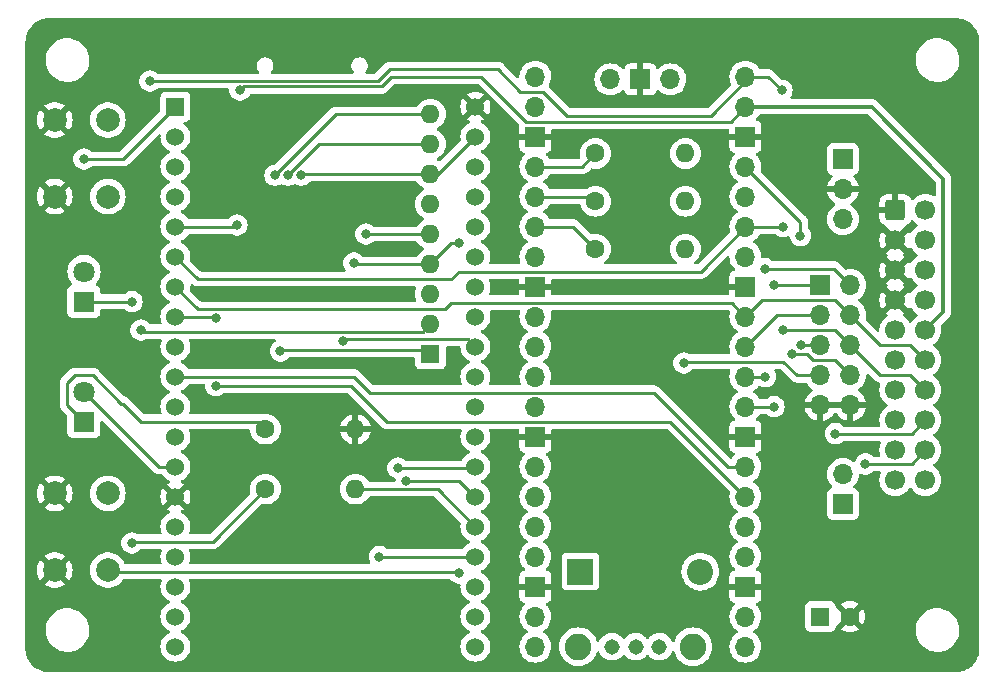
<source format=gbr>
%TF.GenerationSoftware,KiCad,Pcbnew,7.0.10*%
%TF.CreationDate,2024-01-20T12:51:41-06:00*%
%TF.ProjectId,Apple-68k-FujiNet-Rev0,4170706c-652d-4363-986b-2d46756a694e,Rev 0*%
%TF.SameCoordinates,Original*%
%TF.FileFunction,Copper,L2,Bot*%
%TF.FilePolarity,Positive*%
%FSLAX46Y46*%
G04 Gerber Fmt 4.6, Leading zero omitted, Abs format (unit mm)*
G04 Created by KiCad (PCBNEW 7.0.10) date 2024-01-20 12:51:41*
%MOMM*%
%LPD*%
G01*
G04 APERTURE LIST*
G04 Aperture macros list*
%AMRoundRect*
0 Rectangle with rounded corners*
0 $1 Rounding radius*
0 $2 $3 $4 $5 $6 $7 $8 $9 X,Y pos of 4 corners*
0 Add a 4 corners polygon primitive as box body*
4,1,4,$2,$3,$4,$5,$6,$7,$8,$9,$2,$3,0*
0 Add four circle primitives for the rounded corners*
1,1,$1+$1,$2,$3*
1,1,$1+$1,$4,$5*
1,1,$1+$1,$6,$7*
1,1,$1+$1,$8,$9*
0 Add four rect primitives between the rounded corners*
20,1,$1+$1,$2,$3,$4,$5,0*
20,1,$1+$1,$4,$5,$6,$7,0*
20,1,$1+$1,$6,$7,$8,$9,0*
20,1,$1+$1,$8,$9,$2,$3,0*%
G04 Aperture macros list end*
%TA.AperFunction,ComponentPad*%
%ADD10R,1.800000X1.800000*%
%TD*%
%TA.AperFunction,ComponentPad*%
%ADD11C,1.800000*%
%TD*%
%TA.AperFunction,ComponentPad*%
%ADD12C,2.000000*%
%TD*%
%TA.AperFunction,ComponentPad*%
%ADD13O,1.700000X1.700000*%
%TD*%
%TA.AperFunction,ComponentPad*%
%ADD14R,1.700000X1.700000*%
%TD*%
%TA.AperFunction,ComponentPad*%
%ADD15C,1.600000*%
%TD*%
%TA.AperFunction,ComponentPad*%
%ADD16O,1.600000X1.600000*%
%TD*%
%TA.AperFunction,ComponentPad*%
%ADD17R,1.530000X1.530000*%
%TD*%
%TA.AperFunction,ComponentPad*%
%ADD18C,1.530000*%
%TD*%
%TA.AperFunction,ComponentPad*%
%ADD19RoundRect,0.250000X-0.600000X-0.600000X0.600000X-0.600000X0.600000X0.600000X-0.600000X0.600000X0*%
%TD*%
%TA.AperFunction,ComponentPad*%
%ADD20C,1.700000*%
%TD*%
%TA.AperFunction,ComponentPad*%
%ADD21R,1.600000X1.600000*%
%TD*%
%TA.AperFunction,ComponentPad*%
%ADD22C,1.308000*%
%TD*%
%TA.AperFunction,ComponentPad*%
%ADD23C,2.250000*%
%TD*%
%TA.AperFunction,ComponentPad*%
%ADD24O,2.200000X2.200000*%
%TD*%
%TA.AperFunction,ComponentPad*%
%ADD25R,2.200000X2.200000*%
%TD*%
%TA.AperFunction,ViaPad*%
%ADD26C,0.800000*%
%TD*%
%TA.AperFunction,Conductor*%
%ADD27C,0.250000*%
%TD*%
%TA.AperFunction,Conductor*%
%ADD28C,0.300000*%
%TD*%
G04 APERTURE END LIST*
D10*
%TO.P,D2,1,K*%
%TO.N,Net-(D2-K)*%
X118618000Y-104775000D03*
D11*
%TO.P,D2,2,A*%
%TO.N,/IO12{slash}BUS_LED*%
X118618000Y-102235000D03*
%TD*%
D10*
%TO.P,D1,1,K*%
%TO.N,Net-(D1-K)*%
X118618000Y-94615000D03*
D11*
%TO.P,D1,2,A*%
%TO.N,+3.3V*%
X118618000Y-92075000D03*
%TD*%
D12*
%TO.P,SW1,1,A*%
%TO.N,/IO0{slash}BUTTON_A*%
X120650000Y-79225000D03*
X120650000Y-85725000D03*
%TO.P,SW1,2,B*%
%TO.N,GND*%
X116150000Y-79225000D03*
X116150000Y-85725000D03*
%TD*%
D13*
%TO.P,U1,1,GPIO0*%
%TO.N,Net-(J3-Pin_1)*%
X174625000Y-123835000D03*
%TO.P,U1,2,GPIO1*%
%TO.N,Net-(J3-Pin_2)*%
X174625000Y-121295000D03*
D14*
%TO.P,U1,3,GND*%
%TO.N,GND*%
X174625000Y-118755000D03*
D13*
%TO.P,U1,4,GPIO2*%
%TO.N,unconnected-(U1-GPIO2-Pad4)*%
X174625000Y-116215000D03*
%TO.P,U1,5,GPIO3*%
%TO.N,unconnected-(U1-GPIO3-Pad5)*%
X174625000Y-113675000D03*
%TO.P,U1,6,GPIO4*%
%TO.N,/PICO_TX_TO_ESP*%
X174625000Y-111135000D03*
%TO.P,U1,7,GPIO5*%
%TO.N,/PICO_RX_TO_ESP*%
X174625000Y-108595000D03*
D14*
%TO.P,U1,8,GND*%
%TO.N,GND*%
X174625000Y-106055000D03*
D13*
%TO.P,U1,9,GPIO6*%
%TO.N,/CA0*%
X174625000Y-103515000D03*
%TO.P,U1,10,GPIO7*%
%TO.N,/CA1*%
X174625000Y-100975000D03*
%TO.P,U1,11,GPIO8*%
%TO.N,/CA2*%
X174625000Y-98435000D03*
%TO.P,U1,12,GPIO9*%
%TO.N,/HDSEL*%
X174625000Y-95895000D03*
D14*
%TO.P,U1,13,GND*%
%TO.N,GND*%
X174625000Y-93355000D03*
D13*
%TO.P,U1,14,GPIO10*%
%TO.N,unconnected-(U1-GPIO10-Pad14)*%
X174625000Y-90815000D03*
%TO.P,U1,15,GPIO11*%
%TO.N,/ENBL2*%
X174625000Y-88275000D03*
%TO.P,U1,16,GPIO12*%
%TO.N,unconnected-(U1-GPIO12-Pad16)*%
X174625000Y-85735000D03*
%TO.P,U1,17,GPIO13*%
%TO.N,/LSTRB*%
X174625000Y-83195000D03*
D14*
%TO.P,U1,18,GND*%
%TO.N,GND*%
X174625000Y-80655000D03*
D13*
%TO.P,U1,19,GPIO14*%
%TO.N,/WREQ*%
X174625000Y-78115000D03*
%TO.P,U1,20,GPIO15*%
%TO.N,/WR_DATA*%
X174625000Y-75575000D03*
%TO.P,U1,21,GPIO16*%
%TO.N,unconnected-(U1-GPIO16-Pad21)*%
X156845000Y-75575000D03*
%TO.P,U1,22,GPIO17*%
%TO.N,unconnected-(U1-GPIO17-Pad22)*%
X156845000Y-78115000D03*
D14*
%TO.P,U1,23,GND*%
%TO.N,GND*%
X156845000Y-80655000D03*
D13*
%TO.P,U1,24,GPIO18*%
%TO.N,Net-(U1-GPIO18)*%
X156845000Y-83195000D03*
%TO.P,U1,25,GPIO19*%
%TO.N,Net-(U1-GPIO19)*%
X156845000Y-85735000D03*
%TO.P,U1,26,GPIO20*%
%TO.N,Net-(U1-GPIO20)*%
X156845000Y-88275000D03*
%TO.P,U1,27,GPIO21*%
%TO.N,unconnected-(U1-GPIO21-Pad27)*%
X156845000Y-90815000D03*
D14*
%TO.P,U1,28,GND*%
%TO.N,GND*%
X156845000Y-93355000D03*
D13*
%TO.P,U1,29,GPIO22*%
%TO.N,/RMT_FROM_ESP*%
X156845000Y-95895000D03*
%TO.P,U1,30,RUN*%
%TO.N,unconnected-(U1-RUN-Pad30)*%
X156845000Y-98435000D03*
%TO.P,U1,31,GPIO26_ADC0*%
%TO.N,unconnected-(U1-GPIO26_ADC0-Pad31)*%
X156845000Y-100975000D03*
%TO.P,U1,32,GPIO27_ADC1*%
%TO.N,unconnected-(U1-GPIO27_ADC1-Pad32)*%
X156845000Y-103515000D03*
D14*
%TO.P,U1,33,AGND*%
%TO.N,GND*%
X156845000Y-106055000D03*
D13*
%TO.P,U1,34,GPIO28_ADC2*%
%TO.N,unconnected-(U1-GPIO28_ADC2-Pad34)*%
X156845000Y-108595000D03*
%TO.P,U1,35,ADC_VREF*%
%TO.N,unconnected-(U1-ADC_VREF-Pad35)*%
X156845000Y-111135000D03*
%TO.P,U1,36,3V3*%
%TO.N,unconnected-(U1-3V3-Pad36)*%
X156845000Y-113675000D03*
%TO.P,U1,37,3V3_EN*%
%TO.N,unconnected-(U1-3V3_EN-Pad37)*%
X156845000Y-116215000D03*
D14*
%TO.P,U1,38,GND*%
%TO.N,GND*%
X156845000Y-118755000D03*
D13*
%TO.P,U1,39,VSYS*%
%TO.N,+5V*%
X156845000Y-121295000D03*
%TO.P,U1,40,VBUS*%
%TO.N,unconnected-(U1-VBUS-Pad40)*%
X156845000Y-123835000D03*
%TO.P,U1,41,SWCLK*%
%TO.N,/SWCLK*%
X168275000Y-75805000D03*
D14*
%TO.P,U1,42,GND*%
%TO.N,GND*%
X165735000Y-75805000D03*
D13*
%TO.P,U1,43,SWDIO*%
%TO.N,/SWDIO*%
X163195000Y-75805000D03*
%TD*%
D14*
%TO.P,J3,1,Pin_1*%
%TO.N,Net-(J3-Pin_1)*%
X182880000Y-111760000D03*
D13*
%TO.P,J3,2,Pin_2*%
%TO.N,Net-(J3-Pin_2)*%
X182880000Y-109220000D03*
%TD*%
D15*
%TO.P,R3,1*%
%TO.N,Net-(U1-GPIO18)*%
X161925000Y-82070000D03*
D16*
%TO.P,R3,2*%
%TO.N,/RD_DATA*%
X169545000Y-82070000D03*
%TD*%
D17*
%TO.P,U2,1,3V3*%
%TO.N,+3.3V*%
X126365000Y-78115000D03*
D18*
%TO.P,U2,2,EN*%
%TO.N,unconnected-(U2-EN-Pad2)*%
X126365000Y-80655000D03*
%TO.P,U2,3,IO36/SENSOR_VP*%
%TO.N,unconnected-(U2-IO36{slash}SENSOR_VP-Pad3)*%
X126365000Y-83195000D03*
%TO.P,U2,4,IO39/SENSOR_VN*%
%TO.N,unconnected-(U2-IO39{slash}SENSOR_VN-Pad4)*%
X126365000Y-85735000D03*
%TO.P,U2,5,IO34*%
%TO.N,/WREQ*%
X126365000Y-88275000D03*
%TO.P,U2,6,IO35*%
%TO.N,/ENBL2*%
X126365000Y-90815000D03*
%TO.P,U2,7,IO32*%
%TO.N,/HDSEL*%
X126365000Y-93355000D03*
%TO.P,U2,8,IO33*%
%TO.N,/PICO_TX_TO_ESP*%
X126365000Y-95895000D03*
%TO.P,U2,9,IO25*%
%TO.N,unconnected-(U2-IO25-Pad9)*%
X126365000Y-98435000D03*
%TO.P,U2,10,IO26*%
%TO.N,/PICO_RX_TO_ESP*%
X126365000Y-100975000D03*
%TO.P,U2,11,IO27*%
%TO.N,unconnected-(U2-IO27-Pad11)*%
X126365000Y-103515000D03*
%TO.P,U2,12,IO14*%
%TO.N,/WR_DATA*%
X126365000Y-106055000D03*
%TO.P,U2,13,IO12*%
%TO.N,/IO12{slash}BUS_LED*%
X126365000Y-108595000D03*
%TO.P,U2,14,GND1*%
%TO.N,GND*%
X126365000Y-111135000D03*
%TO.P,U2,15,IO13*%
%TO.N,unconnected-(U2-IO13-Pad15)*%
X126365000Y-113675000D03*
%TO.P,U2,16,IO9/RX1/SD2*%
%TO.N,unconnected-(U2-IO9{slash}RX1{slash}SD2-Pad16)*%
X126365000Y-116215000D03*
%TO.P,U2,17,IO10/TX1/SD3*%
%TO.N,unconnected-(U2-IO10{slash}TX1{slash}SD3-Pad17)*%
X126365000Y-118755000D03*
%TO.P,U2,18,IO11/CMD*%
%TO.N,unconnected-(U2-IO11{slash}CMD-Pad18)*%
X126365000Y-121295000D03*
%TO.P,U2,19,EXT_5V*%
%TO.N,+5V*%
X126365000Y-123835000D03*
%TO.P,U2,20,IO6/CLK*%
%TO.N,unconnected-(U2-IO6{slash}CLK-Pad20)*%
X151765000Y-123835000D03*
%TO.P,U2,21,IO7/SD0*%
%TO.N,unconnected-(U2-IO7{slash}SD0-Pad21)*%
X151765000Y-121295000D03*
%TO.P,U2,22,IO8/SD1*%
%TO.N,unconnected-(U2-IO8{slash}SD1-Pad22)*%
X151765000Y-118755000D03*
%TO.P,U2,23,IO15*%
%TO.N,/IO15{slash}CD*%
X151765000Y-116215000D03*
%TO.P,U2,24,IO2*%
%TO.N,/IO2{slash}LED_WIFI*%
X151765000Y-113675000D03*
%TO.P,U2,25,IO0*%
%TO.N,/IO0{slash}BUTTON_A*%
X151765000Y-111135000D03*
%TO.P,U2,26,IO4*%
%TO.N,/IO4{slash}SAFE_RESET*%
X151765000Y-108595000D03*
%TO.P,U2,27,IO16*%
%TO.N,unconnected-(U2-IO16-Pad27)*%
X151765000Y-106055000D03*
%TO.P,U2,28,IO17*%
%TO.N,unconnected-(U2-IO17-Pad28)*%
X151765000Y-103515000D03*
%TO.P,U2,29,IO5/SPI-CS*%
%TO.N,/IO5{slash}SPI_CS*%
X151765000Y-100975000D03*
%TO.P,U2,30,IO18/SPI-SCK*%
%TO.N,/IO18{slash}SPI_CLK*%
X151765000Y-98435000D03*
%TO.P,U2,31,IO19/SPI-MISO*%
%TO.N,/IO19{slash}SPI_MISO*%
X151765000Y-95895000D03*
%TO.P,U2,32,GND2*%
%TO.N,GND*%
X151765000Y-93355000D03*
%TO.P,U2,33,IO21/I2C-SDA*%
%TO.N,unconnected-(U2-IO21{slash}I2C-SDA-Pad33)*%
X151765000Y-90815000D03*
%TO.P,U2,34,IO3/RXD0*%
%TO.N,unconnected-(U2-IO3{slash}RXD0-Pad34)*%
X151765000Y-88275000D03*
%TO.P,U2,35,IO1/TXD0*%
%TO.N,unconnected-(U2-IO1{slash}TXD0-Pad35)*%
X151765000Y-85735000D03*
%TO.P,U2,36,IO22/I2C-SCL*%
%TO.N,/RMT_FROM_ESP*%
X151765000Y-83195000D03*
%TO.P,U2,37,IO23/SPI-MOSI*%
%TO.N,/IO23{slash}SPI_MOSI*%
X151765000Y-80655000D03*
%TO.P,U2,38,GND3*%
%TO.N,GND*%
X151765000Y-78115000D03*
%TD*%
D15*
%TO.P,R4,1*%
%TO.N,Net-(D1-K)*%
X133985000Y-110490000D03*
D16*
%TO.P,R4,2*%
%TO.N,/IO2{slash}LED_WIFI*%
X141605000Y-110490000D03*
%TD*%
D14*
%TO.P,J2,1,Pin_1*%
%TO.N,/CA0*%
X180975000Y-93223000D03*
D13*
%TO.P,J2,2,Pin_2*%
%TO.N,/CA1*%
X183515000Y-93223000D03*
%TO.P,J2,3,Pin_3*%
%TO.N,/CA2*%
X180975000Y-95763000D03*
%TO.P,J2,4,Pin_4*%
%TO.N,/HDSEL*%
X183515000Y-95763000D03*
%TO.P,J2,5,Pin_5*%
%TO.N,/LSTRB*%
X180975000Y-98303000D03*
%TO.P,J2,6,Pin_6*%
%TO.N,/ENBL2*%
X183515000Y-98303000D03*
%TO.P,J2,7,Pin_7*%
%TO.N,/RD_DATA*%
X180975000Y-100843000D03*
%TO.P,J2,8,Pin_8*%
%TO.N,/WR_DATA*%
X183515000Y-100843000D03*
%TO.P,J2,9,Pin_9*%
%TO.N,GND*%
X180975000Y-103383000D03*
%TO.P,J2,10,Pin_10*%
X183515000Y-103383000D03*
%TD*%
D15*
%TO.P,R5,1*%
%TO.N,Net-(D2-K)*%
X133985000Y-105410000D03*
D16*
%TO.P,R5,2*%
%TO.N,GND*%
X141605000Y-105410000D03*
%TD*%
D19*
%TO.P,J1,1,Pin_1*%
%TO.N,GND*%
X187325000Y-86868000D03*
D20*
%TO.P,J1,2,Pin_2*%
%TO.N,/CA0*%
X189865000Y-86868000D03*
%TO.P,J1,3,Pin_3*%
%TO.N,GND*%
X187325000Y-89408000D03*
%TO.P,J1,4,Pin_4*%
%TO.N,/CA1*%
X189865000Y-89408000D03*
%TO.P,J1,5,Pin_5*%
%TO.N,GND*%
X187325000Y-91948000D03*
%TO.P,J1,6,Pin_6*%
%TO.N,/CA2*%
X189865000Y-91948000D03*
%TO.P,J1,7,Pin_7*%
%TO.N,GND*%
X187325000Y-94488000D03*
%TO.P,J1,8,Pin_8*%
%TO.N,/LSTRB*%
X189865000Y-94488000D03*
%TO.P,J1,9,Pin_9*%
%TO.N,unconnected-(J1-Pin_9-Pad9)*%
X187325000Y-97028000D03*
%TO.P,J1,10,Pin_10*%
%TO.N,/WREQ*%
X189865000Y-97028000D03*
%TO.P,J1,11,Pin_11*%
%TO.N,/APPLE_5V*%
X187325000Y-99568000D03*
%TO.P,J1,12,Pin_12*%
%TO.N,/HDSEL*%
X189865000Y-99568000D03*
%TO.P,J1,13,Pin_13*%
%TO.N,unconnected-(J1-Pin_13-Pad13)*%
X187325000Y-102108000D03*
%TO.P,J1,14,Pin_14*%
%TO.N,/ENBL2*%
X189865000Y-102108000D03*
%TO.P,J1,15,Pin_15*%
%TO.N,unconnected-(J1-Pin_15-Pad15)*%
X187325000Y-104648000D03*
%TO.P,J1,16,Pin_16*%
%TO.N,/RD_DATA*%
X189865000Y-104648000D03*
%TO.P,J1,17,Pin_17*%
%TO.N,unconnected-(J1-Pin_17-Pad17)*%
X187325000Y-107188000D03*
%TO.P,J1,18,Pin_18*%
%TO.N,/WR_DATA*%
X189865000Y-107188000D03*
%TO.P,J1,19,Pin_19*%
%TO.N,unconnected-(J1-Pin_19-Pad19)*%
X187325000Y-109728000D03*
%TO.P,J1,20,Pin_20*%
%TO.N,unconnected-(J1-Pin_20-Pad20)*%
X189865000Y-109728000D03*
%TD*%
D12*
%TO.P,SW2,1,A*%
%TO.N,/IO4{slash}SAFE_RESET*%
X120650000Y-110848000D03*
X120650000Y-117348000D03*
%TO.P,SW2,2,B*%
%TO.N,GND*%
X116150000Y-110848000D03*
X116150000Y-117348000D03*
%TD*%
D21*
%TO.P,RN1,1,common*%
%TO.N,+3.3V*%
X147955000Y-99060000D03*
D16*
%TO.P,RN1,2,R1*%
%TO.N,/IO0{slash}BUTTON_A*%
X147955000Y-96520000D03*
%TO.P,RN1,3,R2*%
%TO.N,/IO4{slash}SAFE_RESET*%
X147955000Y-93980000D03*
%TO.P,RN1,4,R3*%
%TO.N,/IO19{slash}SPI_MISO*%
X147955000Y-91440000D03*
%TO.P,RN1,5,R4*%
%TO.N,Net-(P1-DAT1)*%
X147955000Y-88900000D03*
%TO.P,RN1,6,R5*%
%TO.N,/IO15{slash}CD*%
X147955000Y-86360000D03*
%TO.P,RN1,7,R6*%
%TO.N,/IO23{slash}SPI_MOSI*%
X147955000Y-83820000D03*
%TO.P,RN1,8,R7*%
%TO.N,/IO5{slash}SPI_CS*%
X147955000Y-81280000D03*
%TO.P,RN1,9,R8*%
%TO.N,Net-(P1-DAT2)*%
X147955000Y-78740000D03*
%TD*%
D14*
%TO.P,J4,1,Pin_1*%
%TO.N,/SWCLK*%
X182880000Y-82550000D03*
D13*
%TO.P,J4,2,Pin_2*%
%TO.N,GND*%
X182880000Y-85090000D03*
%TO.P,J4,3,Pin_3*%
%TO.N,/SWDIO*%
X182880000Y-87630000D03*
%TD*%
D15*
%TO.P,R2,1*%
%TO.N,Net-(U1-GPIO19)*%
X161925000Y-86120000D03*
D16*
%TO.P,R2,2*%
%TO.N,/RD_DATA*%
X169545000Y-86120000D03*
%TD*%
D21*
%TO.P,C2,1*%
%TO.N,/APPLE_5V*%
X180975000Y-121285000D03*
D15*
%TO.P,C2,2*%
%TO.N,GND*%
X183475000Y-121285000D03*
%TD*%
%TO.P,R1,1*%
%TO.N,Net-(U1-GPIO20)*%
X161925000Y-90170000D03*
D16*
%TO.P,R1,2*%
%TO.N,/RD_DATA*%
X169545000Y-90170000D03*
%TD*%
D22*
%TO.P,S1,1*%
%TO.N,Net-(D3-A)*%
X163330000Y-123825000D03*
%TO.P,S1,2*%
%TO.N,/APPLE_5V*%
X165330000Y-123825000D03*
%TO.P,S1,3*%
%TO.N,unconnected-(S1-Pad3)*%
X167330000Y-123825000D03*
D23*
%TO.P,S1,P$4*%
%TO.N,N/C*%
X160480000Y-123825000D03*
%TO.P,S1,P$5*%
X170180000Y-123825000D03*
%TD*%
D24*
%TO.P,D3,2,A*%
%TO.N,Net-(D3-A)*%
X170815000Y-117475000D03*
D25*
%TO.P,D3,1,K*%
%TO.N,+5V*%
X160655000Y-117475000D03*
%TD*%
D26*
%TO.N,GND*%
X154178000Y-98425000D03*
X132080000Y-93853000D03*
X132207000Y-98806000D03*
%TO.N,+3.3V*%
X135255000Y-98806000D03*
X118618000Y-82550000D03*
%TO.N,GND*%
X140335000Y-86537800D03*
X146812000Y-113411000D03*
X137287000Y-90170000D03*
X181610000Y-116205000D03*
%TO.N,/CA0*%
X177038000Y-103505000D03*
X177038000Y-93218000D03*
%TO.N,/CA1*%
X176313000Y-100965000D03*
X176276000Y-91821000D03*
%TO.N,Net-(D1-K)*%
X122682000Y-94615000D03*
X122682000Y-115062000D03*
%TO.N,/LSTRB*%
X179324000Y-98298000D03*
X179287000Y-89027000D03*
%TO.N,/WREQ*%
X131826000Y-76708000D03*
X131572000Y-88138000D03*
%TO.N,Net-(P1-DAT2)*%
X134797800Y-83921600D03*
%TO.N,/IO5{slash}SPI_CS*%
X135890000Y-83921600D03*
%TO.N,/IO23{slash}SPI_MOSI*%
X137007600Y-83921600D03*
%TO.N,/IO18{slash}SPI_CLK*%
X140589000Y-97917000D03*
%TO.N,/IO19{slash}SPI_MISO*%
X141478000Y-91350500D03*
X150367500Y-89662000D03*
%TO.N,Net-(P1-DAT1)*%
X142494000Y-88900000D03*
%TO.N,/IO15{slash}CD*%
X143637000Y-116205000D03*
%TO.N,/ENBL2*%
X177837000Y-97028000D03*
X177837000Y-88265000D03*
%TO.N,/RD_DATA*%
X169418000Y-99822000D03*
X182245000Y-105791000D03*
%TO.N,/WR_DATA*%
X184785000Y-108363000D03*
X178562000Y-99060000D03*
X124206000Y-75946000D03*
X177723800Y-76733400D03*
%TO.N,/IO4{slash}SAFE_RESET*%
X150368000Y-117602000D03*
X145198000Y-108712000D03*
%TO.N,/IO0{slash}BUTTON_A*%
X145923000Y-109765000D03*
X123444000Y-97028000D03*
%TO.N,/PICO_TX_TO_ESP*%
X129794000Y-101727000D03*
X129794000Y-96012000D03*
%TD*%
D27*
%TO.N,/PICO_TX_TO_ESP*%
X168265000Y-104775000D02*
X174625000Y-111135000D01*
X141224000Y-101727000D02*
X144272000Y-104775000D01*
X144272000Y-104775000D02*
X168265000Y-104775000D01*
X129794000Y-101727000D02*
X141224000Y-101727000D01*
%TO.N,/PICO_RX_TO_ESP*%
X141488000Y-100975000D02*
X126365000Y-100975000D01*
X142853000Y-102340000D02*
X141488000Y-100975000D01*
X174625000Y-108595000D02*
X173111000Y-108595000D01*
X173111000Y-108595000D02*
X166856000Y-102340000D01*
X166856000Y-102340000D02*
X142853000Y-102340000D01*
%TO.N,Net-(D2-K)*%
X133350000Y-104775000D02*
X133985000Y-105410000D01*
X123444000Y-104775000D02*
X133350000Y-104775000D01*
X121793000Y-103251000D02*
X121920000Y-103251000D01*
X121920000Y-103251000D02*
X123444000Y-104775000D01*
X117221000Y-101473000D02*
X117856000Y-100838000D01*
X117856000Y-100838000D02*
X119380000Y-100838000D01*
X117221000Y-103378000D02*
X117221000Y-101473000D01*
X118618000Y-104775000D02*
X117221000Y-103378000D01*
X119380000Y-100838000D02*
X121793000Y-103251000D01*
%TO.N,Net-(D1-K)*%
X129540000Y-114935000D02*
X133985000Y-110490000D01*
X122809000Y-114935000D02*
X129540000Y-114935000D01*
X122682000Y-115062000D02*
X122809000Y-114935000D01*
%TO.N,/WREQ*%
X173365000Y-79375000D02*
X174625000Y-78115000D01*
X152273000Y-75565000D02*
X156083000Y-79375000D01*
X144653000Y-75565000D02*
X152273000Y-75565000D01*
X143822000Y-76396000D02*
X144653000Y-75565000D01*
X131826000Y-76708000D02*
X132138000Y-76396000D01*
X132138000Y-76396000D02*
X143822000Y-76396000D01*
X156083000Y-79375000D02*
X173365000Y-79375000D01*
%TO.N,/WR_DATA*%
X159512000Y-78867000D02*
X171704000Y-78867000D01*
X157480000Y-76835000D02*
X159512000Y-78867000D01*
X153670000Y-74930000D02*
X155575000Y-76835000D01*
X155575000Y-76835000D02*
X157480000Y-76835000D01*
X144526000Y-74930000D02*
X153670000Y-74930000D01*
X171704000Y-78867000D02*
X174625000Y-75946000D01*
X143510000Y-75946000D02*
X144526000Y-74930000D01*
X124206000Y-75946000D02*
X143510000Y-75946000D01*
%TO.N,+3.3V*%
X118618000Y-82550000D02*
X121930000Y-82550000D01*
X135255000Y-98806000D02*
X135382000Y-98679000D01*
X135382000Y-98679000D02*
X147574000Y-98679000D01*
X121930000Y-82550000D02*
X126365000Y-78115000D01*
%TO.N,/IO12{slash}BUS_LED*%
X126365000Y-108595000D02*
X124978000Y-108595000D01*
X124978000Y-108595000D02*
X118618000Y-102235000D01*
%TO.N,/CA0*%
X177028000Y-103515000D02*
X177038000Y-103505000D01*
X177038000Y-93218000D02*
X177043000Y-93223000D01*
X177043000Y-93223000D02*
X180975000Y-93223000D01*
X174625000Y-103515000D02*
X177028000Y-103515000D01*
%TO.N,/CA1*%
X176276000Y-91821000D02*
X182113000Y-91821000D01*
X176303000Y-100975000D02*
X176313000Y-100965000D01*
X182113000Y-91821000D02*
X183515000Y-93223000D01*
X174625000Y-100975000D02*
X176303000Y-100975000D01*
%TO.N,/CA2*%
X177297000Y-95763000D02*
X180975000Y-95763000D01*
X174625000Y-98435000D02*
X177297000Y-95763000D01*
%TO.N,Net-(D1-K)*%
X122682000Y-94615000D02*
X118618000Y-94615000D01*
%TO.N,/LSTRB*%
X179287000Y-89027000D02*
X179287000Y-87857000D01*
X179324000Y-98298000D02*
X180970000Y-98298000D01*
X179287000Y-87857000D02*
X174625000Y-83195000D01*
D28*
%TO.N,/WREQ*%
X191389000Y-95504000D02*
X191389000Y-84201000D01*
D27*
X126365000Y-88275000D02*
X131435000Y-88275000D01*
D28*
X185303000Y-78115000D02*
X174625000Y-78115000D01*
D27*
X131435000Y-88275000D02*
X131572000Y-88138000D01*
D28*
X189865000Y-97028000D02*
X191389000Y-95504000D01*
X191389000Y-84201000D02*
X185303000Y-78115000D01*
D27*
%TO.N,Net-(P1-DAT2)*%
X134797800Y-83896200D02*
X139954000Y-78740000D01*
X134797800Y-83921600D02*
X134797800Y-83896200D01*
X139954000Y-78740000D02*
X147955000Y-78740000D01*
%TO.N,/IO5{slash}SPI_CS*%
X135890000Y-83921600D02*
X138531600Y-81280000D01*
X138531600Y-81280000D02*
X147955000Y-81280000D01*
%TO.N,/IO23{slash}SPI_MOSI*%
X148600000Y-83820000D02*
X151765000Y-80655000D01*
X137007600Y-83921600D02*
X137109200Y-83820000D01*
X137109200Y-83820000D02*
X147955000Y-83820000D01*
%TO.N,/IO18{slash}SPI_CLK*%
X140741400Y-97764600D02*
X151094600Y-97764600D01*
X140589000Y-97917000D02*
X140741400Y-97764600D01*
X151094600Y-97764600D02*
X151765000Y-98435000D01*
%TO.N,/IO19{slash}SPI_MISO*%
X141567500Y-91440000D02*
X147955000Y-91440000D01*
X150367500Y-89662000D02*
X149733000Y-89662000D01*
X141478000Y-91350500D02*
X141567500Y-91440000D01*
X149733000Y-89662000D02*
X147955000Y-91440000D01*
%TO.N,Net-(P1-DAT1)*%
X142494000Y-88900000D02*
X147955000Y-88900000D01*
%TO.N,/IO15{slash}CD*%
X151765000Y-116215000D02*
X143647000Y-116215000D01*
X143647000Y-116215000D02*
X143637000Y-116205000D01*
%TO.N,/IO2{slash}LED_WIFI*%
X151765000Y-113675000D02*
X148580000Y-110490000D01*
X148580000Y-110490000D02*
X141605000Y-110490000D01*
%TO.N,/HDSEL*%
X182240000Y-94488000D02*
X183515000Y-95763000D01*
X186050000Y-98298000D02*
X183515000Y-95763000D01*
X176032000Y-94488000D02*
X182240000Y-94488000D01*
X174625000Y-95895000D02*
X176032000Y-94488000D01*
X189865000Y-99568000D02*
X188595000Y-98298000D01*
X128260000Y-95250000D02*
X126365000Y-93355000D01*
X188595000Y-98298000D02*
X186050000Y-98298000D01*
X173450000Y-94720000D02*
X149724995Y-94720000D01*
X149724995Y-94720000D02*
X149194995Y-95250000D01*
X174625000Y-95895000D02*
X173450000Y-94720000D01*
X149194995Y-95250000D02*
X128260000Y-95250000D01*
%TO.N,/ENBL2*%
X177837000Y-97028000D02*
X182240000Y-97028000D01*
X126365000Y-90815000D02*
X128260000Y-92710000D01*
X177827000Y-88275000D02*
X177837000Y-88265000D01*
X150368000Y-92075000D02*
X170825000Y-92075000D01*
X174625000Y-88275000D02*
X177827000Y-88275000D01*
X189865000Y-102108000D02*
X188595000Y-100838000D01*
X128260000Y-92710000D02*
X149733000Y-92710000D01*
X182240000Y-97028000D02*
X183515000Y-98303000D01*
X170825000Y-92075000D02*
X174625000Y-88275000D01*
X149733000Y-92710000D02*
X150368000Y-92075000D01*
X186050000Y-100838000D02*
X183515000Y-98303000D01*
X188595000Y-100838000D02*
X186050000Y-100838000D01*
%TO.N,/RD_DATA*%
X178989305Y-100843000D02*
X177841305Y-99695000D01*
X182277000Y-105823000D02*
X188690000Y-105823000D01*
X182245000Y-105791000D02*
X182277000Y-105823000D01*
X180975000Y-100843000D02*
X178989305Y-100843000D01*
X177841305Y-99695000D02*
X169545000Y-99695000D01*
X188690000Y-105823000D02*
X189865000Y-104648000D01*
X169545000Y-99695000D02*
X169418000Y-99822000D01*
%TO.N,/WR_DATA*%
X184785000Y-108363000D02*
X188690000Y-108363000D01*
X179832000Y-99060000D02*
X180340000Y-99568000D01*
X188690000Y-108363000D02*
X189865000Y-107188000D01*
X180340000Y-99568000D02*
X182240000Y-99568000D01*
X176565400Y-75575000D02*
X174625000Y-75575000D01*
X178562000Y-99060000D02*
X179832000Y-99060000D01*
X177723800Y-76733400D02*
X176565400Y-75575000D01*
X182240000Y-99568000D02*
X183515000Y-100843000D01*
%TO.N,Net-(U1-GPIO20)*%
X156845000Y-88275000D02*
X160030000Y-88275000D01*
X160030000Y-88275000D02*
X161925000Y-90170000D01*
%TO.N,Net-(U1-GPIO19)*%
X156845000Y-85735000D02*
X161540000Y-85735000D01*
%TO.N,Net-(U1-GPIO18)*%
X160800000Y-83195000D02*
X161925000Y-82070000D01*
X156845000Y-83195000D02*
X160800000Y-83195000D01*
%TO.N,/IO4{slash}SAFE_RESET*%
X145198000Y-108712000D02*
X151648000Y-108712000D01*
X120777000Y-117475000D02*
X150241000Y-117475000D01*
X150241000Y-117475000D02*
X150368000Y-117602000D01*
%TO.N,/IO0{slash}BUTTON_A*%
X150395000Y-109765000D02*
X151765000Y-111135000D01*
X123571000Y-97155000D02*
X123444000Y-97028000D01*
X147955000Y-96520000D02*
X147320000Y-97155000D01*
X145923000Y-109765000D02*
X150395000Y-109765000D01*
X147320000Y-97155000D02*
X123571000Y-97155000D01*
%TO.N,/PICO_TX_TO_ESP*%
X129794000Y-96012000D02*
X129677000Y-95895000D01*
X129677000Y-95895000D02*
X126365000Y-95895000D01*
%TD*%
%TA.AperFunction,Conductor*%
%TO.N,GND*%
G36*
X128831579Y-101620185D02*
G01*
X128877334Y-101672989D01*
X128887681Y-101720555D01*
X128887861Y-101720537D01*
X128888032Y-101722165D01*
X128888540Y-101724500D01*
X128888540Y-101726997D01*
X128888540Y-101727000D01*
X128908326Y-101915256D01*
X128908327Y-101915259D01*
X128966818Y-102095277D01*
X128966821Y-102095284D01*
X129061467Y-102259216D01*
X129163185Y-102372185D01*
X129188129Y-102399888D01*
X129341265Y-102511148D01*
X129341270Y-102511151D01*
X129514192Y-102588142D01*
X129514197Y-102588144D01*
X129699354Y-102627500D01*
X129699355Y-102627500D01*
X129888644Y-102627500D01*
X129888646Y-102627500D01*
X130073803Y-102588144D01*
X130246730Y-102511151D01*
X130399871Y-102399888D01*
X130402788Y-102396647D01*
X130405600Y-102393526D01*
X130465087Y-102356879D01*
X130497748Y-102352500D01*
X140913548Y-102352500D01*
X140980587Y-102372185D01*
X141001228Y-102388818D01*
X142387823Y-103775414D01*
X143771197Y-105158788D01*
X143781022Y-105171051D01*
X143781243Y-105170869D01*
X143786211Y-105176874D01*
X143835222Y-105222899D01*
X143838021Y-105225612D01*
X143857522Y-105245114D01*
X143857526Y-105245117D01*
X143857529Y-105245120D01*
X143860702Y-105247581D01*
X143869574Y-105255159D01*
X143901418Y-105285062D01*
X143918976Y-105294714D01*
X143935233Y-105305393D01*
X143951064Y-105317673D01*
X143980803Y-105330542D01*
X143991152Y-105335021D01*
X144001641Y-105340160D01*
X144025457Y-105353252D01*
X144039908Y-105361197D01*
X144052523Y-105364435D01*
X144059305Y-105366177D01*
X144077719Y-105372481D01*
X144096104Y-105380438D01*
X144139261Y-105387273D01*
X144150656Y-105389632D01*
X144192981Y-105400500D01*
X144213016Y-105400500D01*
X144232413Y-105402026D01*
X144252196Y-105405160D01*
X144295675Y-105401050D01*
X144307344Y-105400500D01*
X150479233Y-105400500D01*
X150546272Y-105420185D01*
X150592027Y-105472989D01*
X150601971Y-105542147D01*
X150591615Y-105576904D01*
X150571279Y-105620513D01*
X150571275Y-105620524D01*
X150513965Y-105834407D01*
X150513964Y-105834414D01*
X150494666Y-106054998D01*
X150494666Y-106055001D01*
X150513964Y-106275585D01*
X150513965Y-106275592D01*
X150571275Y-106489475D01*
X150571279Y-106489486D01*
X150664254Y-106688871D01*
X150664858Y-106690167D01*
X150791868Y-106871555D01*
X150948445Y-107028132D01*
X151129833Y-107155142D01*
X151191828Y-107184050D01*
X151253091Y-107212618D01*
X151305531Y-107258790D01*
X151324683Y-107325983D01*
X151304467Y-107392865D01*
X151253091Y-107437382D01*
X151129836Y-107494856D01*
X151129834Y-107494857D01*
X150948444Y-107621868D01*
X150791868Y-107778444D01*
X150664857Y-107959834D01*
X150664856Y-107959836D01*
X150639178Y-108014904D01*
X150593006Y-108067344D01*
X150526796Y-108086500D01*
X145901748Y-108086500D01*
X145834709Y-108066815D01*
X145809600Y-108045474D01*
X145803873Y-108039114D01*
X145803869Y-108039110D01*
X145650734Y-107927851D01*
X145650729Y-107927848D01*
X145477807Y-107850857D01*
X145477802Y-107850855D01*
X145332001Y-107819865D01*
X145292646Y-107811500D01*
X145103354Y-107811500D01*
X145070897Y-107818398D01*
X144918197Y-107850855D01*
X144918192Y-107850857D01*
X144745270Y-107927848D01*
X144745265Y-107927851D01*
X144592129Y-108039111D01*
X144465466Y-108179785D01*
X144370821Y-108343715D01*
X144370818Y-108343722D01*
X144318417Y-108504998D01*
X144312326Y-108523744D01*
X144292540Y-108712000D01*
X144312326Y-108900256D01*
X144312327Y-108900259D01*
X144370818Y-109080277D01*
X144370821Y-109080284D01*
X144465467Y-109244216D01*
X144491235Y-109272834D01*
X144592129Y-109384888D01*
X144745265Y-109496148D01*
X144745270Y-109496151D01*
X144918191Y-109573142D01*
X144918194Y-109573143D01*
X144918195Y-109573143D01*
X144918197Y-109573144D01*
X144925879Y-109574776D01*
X144987361Y-109607966D01*
X145021139Y-109669128D01*
X145023422Y-109709026D01*
X145020140Y-109740261D01*
X145018813Y-109752892D01*
X145018753Y-109753459D01*
X144992170Y-109818074D01*
X144934874Y-109858060D01*
X144895432Y-109864500D01*
X142819188Y-109864500D01*
X142752149Y-109844815D01*
X142717613Y-109811623D01*
X142605045Y-109650858D01*
X142444141Y-109489954D01*
X142257734Y-109359432D01*
X142257732Y-109359431D01*
X142051497Y-109263261D01*
X142051488Y-109263258D01*
X141831697Y-109204366D01*
X141831693Y-109204365D01*
X141831692Y-109204365D01*
X141831691Y-109204364D01*
X141831686Y-109204364D01*
X141605002Y-109184532D01*
X141604998Y-109184532D01*
X141378313Y-109204364D01*
X141378302Y-109204366D01*
X141158511Y-109263258D01*
X141158502Y-109263261D01*
X140952267Y-109359431D01*
X140952265Y-109359432D01*
X140765858Y-109489954D01*
X140604954Y-109650858D01*
X140474432Y-109837265D01*
X140474431Y-109837267D01*
X140378261Y-110043502D01*
X140378258Y-110043511D01*
X140319366Y-110263302D01*
X140319364Y-110263313D01*
X140299532Y-110489998D01*
X140299532Y-110490001D01*
X140319364Y-110716686D01*
X140319366Y-110716697D01*
X140378258Y-110936488D01*
X140378261Y-110936497D01*
X140474431Y-111142732D01*
X140474432Y-111142734D01*
X140604954Y-111329141D01*
X140765858Y-111490045D01*
X140765861Y-111490047D01*
X140952266Y-111620568D01*
X141158504Y-111716739D01*
X141158509Y-111716740D01*
X141158511Y-111716741D01*
X141211415Y-111730916D01*
X141378308Y-111775635D01*
X141535780Y-111789412D01*
X141604998Y-111795468D01*
X141605000Y-111795468D01*
X141605002Y-111795468D01*
X141674220Y-111789412D01*
X141831692Y-111775635D01*
X142051496Y-111716739D01*
X142257734Y-111620568D01*
X142444139Y-111490047D01*
X142605047Y-111329139D01*
X142717613Y-111168377D01*
X142772189Y-111124752D01*
X142819188Y-111115500D01*
X148269548Y-111115500D01*
X148336587Y-111135185D01*
X148357229Y-111151819D01*
X150494164Y-113288755D01*
X150527649Y-113350078D01*
X150526258Y-113408528D01*
X150513966Y-113454403D01*
X150513965Y-113454410D01*
X150494666Y-113674998D01*
X150494666Y-113675001D01*
X150513964Y-113895585D01*
X150513965Y-113895592D01*
X150571275Y-114109475D01*
X150571279Y-114109486D01*
X150649788Y-114277849D01*
X150664858Y-114310167D01*
X150791868Y-114491555D01*
X150948445Y-114648132D01*
X151129833Y-114775142D01*
X151191828Y-114804050D01*
X151253091Y-114832618D01*
X151305531Y-114878790D01*
X151324683Y-114945983D01*
X151304467Y-115012865D01*
X151253091Y-115057382D01*
X151129836Y-115114856D01*
X151129834Y-115114857D01*
X150948444Y-115241868D01*
X150791868Y-115398444D01*
X150769574Y-115430284D01*
X150695112Y-115536625D01*
X150640537Y-115580249D01*
X150593539Y-115589500D01*
X144349752Y-115589500D01*
X144282713Y-115569815D01*
X144257603Y-115548473D01*
X144242871Y-115532112D01*
X144242864Y-115532106D01*
X144089734Y-115420851D01*
X144089729Y-115420848D01*
X143916807Y-115343857D01*
X143916802Y-115343855D01*
X143771001Y-115312865D01*
X143731646Y-115304500D01*
X143542354Y-115304500D01*
X143509897Y-115311398D01*
X143357197Y-115343855D01*
X143357192Y-115343857D01*
X143184270Y-115420848D01*
X143184265Y-115420851D01*
X143031129Y-115532111D01*
X142904466Y-115672785D01*
X142809821Y-115836715D01*
X142809818Y-115836722D01*
X142751327Y-116016740D01*
X142751326Y-116016744D01*
X142731540Y-116205000D01*
X142751326Y-116393256D01*
X142751327Y-116393259D01*
X142809818Y-116573277D01*
X142809821Y-116573284D01*
X142861907Y-116663500D01*
X142878380Y-116731401D01*
X142855527Y-116797427D01*
X142800606Y-116840618D01*
X142754520Y-116849500D01*
X127660093Y-116849500D01*
X127593054Y-116829815D01*
X127547299Y-116777011D01*
X127537355Y-116707853D01*
X127547711Y-116673095D01*
X127552185Y-116663500D01*
X127558723Y-116649480D01*
X127616035Y-116435591D01*
X127635334Y-116215000D01*
X127616035Y-115994409D01*
X127558723Y-115780520D01*
X127538385Y-115736904D01*
X127527893Y-115667827D01*
X127556413Y-115604043D01*
X127614890Y-115565804D01*
X127650767Y-115560500D01*
X129457257Y-115560500D01*
X129472877Y-115562224D01*
X129472904Y-115561939D01*
X129480660Y-115562671D01*
X129480667Y-115562673D01*
X129547873Y-115560561D01*
X129551768Y-115560500D01*
X129579346Y-115560500D01*
X129579350Y-115560500D01*
X129583324Y-115559997D01*
X129594963Y-115559080D01*
X129638627Y-115557709D01*
X129657869Y-115552117D01*
X129676912Y-115548174D01*
X129696792Y-115545664D01*
X129737401Y-115529585D01*
X129748444Y-115525803D01*
X129790390Y-115513618D01*
X129807629Y-115503422D01*
X129825103Y-115494862D01*
X129843727Y-115487488D01*
X129843727Y-115487487D01*
X129843732Y-115487486D01*
X129879083Y-115461800D01*
X129888814Y-115455408D01*
X129926420Y-115433170D01*
X129940589Y-115418999D01*
X129955379Y-115406368D01*
X129971587Y-115394594D01*
X129999438Y-115360926D01*
X130007279Y-115352309D01*
X133570179Y-111789410D01*
X133631500Y-111755927D01*
X133689947Y-111757317D01*
X133758308Y-111775635D01*
X133915780Y-111789412D01*
X133984998Y-111795468D01*
X133985000Y-111795468D01*
X133985002Y-111795468D01*
X134054220Y-111789412D01*
X134211692Y-111775635D01*
X134431496Y-111716739D01*
X134637734Y-111620568D01*
X134824139Y-111490047D01*
X134985047Y-111329139D01*
X135115568Y-111142734D01*
X135211739Y-110936496D01*
X135270635Y-110716692D01*
X135289586Y-110500083D01*
X135290468Y-110490001D01*
X135290468Y-110489998D01*
X135282072Y-110394035D01*
X135270635Y-110263308D01*
X135211739Y-110043504D01*
X135115568Y-109837266D01*
X134985047Y-109650861D01*
X134985045Y-109650858D01*
X134824141Y-109489954D01*
X134637734Y-109359432D01*
X134637732Y-109359431D01*
X134431497Y-109263261D01*
X134431488Y-109263258D01*
X134211697Y-109204366D01*
X134211693Y-109204365D01*
X134211692Y-109204365D01*
X134211691Y-109204364D01*
X134211686Y-109204364D01*
X133985002Y-109184532D01*
X133984998Y-109184532D01*
X133758313Y-109204364D01*
X133758302Y-109204366D01*
X133538511Y-109263258D01*
X133538502Y-109263261D01*
X133332267Y-109359431D01*
X133332265Y-109359432D01*
X133145858Y-109489954D01*
X132984954Y-109650858D01*
X132854432Y-109837265D01*
X132854431Y-109837267D01*
X132758261Y-110043502D01*
X132758258Y-110043511D01*
X132699366Y-110263302D01*
X132699364Y-110263313D01*
X132681363Y-110469066D01*
X132679532Y-110490000D01*
X132699364Y-110716686D01*
X132699365Y-110716691D01*
X132699366Y-110716697D01*
X132717680Y-110785048D01*
X132716017Y-110854897D01*
X132685586Y-110904821D01*
X129317228Y-114273181D01*
X129255905Y-114306666D01*
X129229547Y-114309500D01*
X127660093Y-114309500D01*
X127593054Y-114289815D01*
X127547299Y-114237011D01*
X127537355Y-114167853D01*
X127547711Y-114133095D01*
X127558723Y-114109480D01*
X127616035Y-113895591D01*
X127635334Y-113675000D01*
X127616035Y-113454409D01*
X127558723Y-113240520D01*
X127465142Y-113039833D01*
X127338132Y-112858445D01*
X127181555Y-112701868D01*
X127000167Y-112574858D01*
X127000163Y-112574856D01*
X126876317Y-112517106D01*
X126823877Y-112470934D01*
X126804725Y-112403741D01*
X126824941Y-112336859D01*
X126876317Y-112292342D01*
X126999912Y-112234708D01*
X126999914Y-112234707D01*
X127065342Y-112188894D01*
X126506366Y-111629918D01*
X126510161Y-111629373D01*
X126643562Y-111568451D01*
X126754395Y-111472413D01*
X126833682Y-111349040D01*
X126856133Y-111272580D01*
X127418894Y-111835342D01*
X127464706Y-111769915D01*
X127558250Y-111569309D01*
X127558254Y-111569300D01*
X127615538Y-111355509D01*
X127615540Y-111355499D01*
X127634832Y-111135000D01*
X127634832Y-111134999D01*
X127615540Y-110914500D01*
X127615538Y-110914490D01*
X127558254Y-110700699D01*
X127558250Y-110700690D01*
X127464707Y-110500085D01*
X127464706Y-110500083D01*
X127418894Y-110434657D01*
X127418894Y-110434656D01*
X126856132Y-110997418D01*
X126833682Y-110920960D01*
X126754395Y-110797587D01*
X126643562Y-110701549D01*
X126510161Y-110640627D01*
X126506366Y-110640081D01*
X127065342Y-110081105D01*
X127065341Y-110081103D01*
X126999919Y-110035295D01*
X126876316Y-109977657D01*
X126823877Y-109931484D01*
X126804725Y-109864291D01*
X126824941Y-109797410D01*
X126876312Y-109752895D01*
X127000167Y-109695142D01*
X127181555Y-109568132D01*
X127338132Y-109411555D01*
X127465142Y-109230167D01*
X127558723Y-109029480D01*
X127616035Y-108815591D01*
X127635334Y-108595000D01*
X127616035Y-108374409D01*
X127558723Y-108160520D01*
X127465142Y-107959833D01*
X127338132Y-107778445D01*
X127181555Y-107621868D01*
X127000167Y-107494858D01*
X126876907Y-107437381D01*
X126824468Y-107391210D01*
X126805316Y-107324017D01*
X126825531Y-107257136D01*
X126876908Y-107212618D01*
X127000167Y-107155142D01*
X127181555Y-107028132D01*
X127338132Y-106871555D01*
X127465142Y-106690167D01*
X127558723Y-106489480D01*
X127616035Y-106275591D01*
X127635334Y-106055000D01*
X127616035Y-105834409D01*
X127558723Y-105620520D01*
X127538385Y-105576904D01*
X127527893Y-105507827D01*
X127556413Y-105444043D01*
X127614890Y-105405804D01*
X127650767Y-105400500D01*
X132565076Y-105400500D01*
X132632115Y-105420185D01*
X132677870Y-105472989D01*
X132688604Y-105513693D01*
X132699364Y-105636686D01*
X132699366Y-105636697D01*
X132758258Y-105856488D01*
X132758261Y-105856497D01*
X132854431Y-106062732D01*
X132854432Y-106062734D01*
X132984954Y-106249141D01*
X133145858Y-106410045D01*
X133145861Y-106410047D01*
X133332266Y-106540568D01*
X133538504Y-106636739D01*
X133758308Y-106695635D01*
X133920230Y-106709801D01*
X133984998Y-106715468D01*
X133985000Y-106715468D01*
X133985002Y-106715468D01*
X134041673Y-106710509D01*
X134211692Y-106695635D01*
X134431496Y-106636739D01*
X134637734Y-106540568D01*
X134824139Y-106410047D01*
X134985047Y-106249139D01*
X135115568Y-106062734D01*
X135211739Y-105856496D01*
X135270635Y-105636692D01*
X135289355Y-105422722D01*
X135290468Y-105410001D01*
X135290468Y-105409998D01*
X135280793Y-105299414D01*
X135270635Y-105183308D01*
X135264389Y-105159999D01*
X140326127Y-105159999D01*
X140326128Y-105160000D01*
X141289314Y-105160000D01*
X141277359Y-105171955D01*
X141219835Y-105284852D01*
X141200014Y-105410000D01*
X141219835Y-105535148D01*
X141277359Y-105648045D01*
X141289314Y-105660000D01*
X140326128Y-105660000D01*
X140378730Y-105856317D01*
X140378734Y-105856326D01*
X140474865Y-106062482D01*
X140605342Y-106248820D01*
X140766179Y-106409657D01*
X140952517Y-106540134D01*
X141158673Y-106636265D01*
X141158682Y-106636269D01*
X141354999Y-106688872D01*
X141355000Y-106688871D01*
X141355000Y-105725686D01*
X141366955Y-105737641D01*
X141479852Y-105795165D01*
X141573519Y-105810000D01*
X141636481Y-105810000D01*
X141730148Y-105795165D01*
X141843045Y-105737641D01*
X141855000Y-105725686D01*
X141855000Y-106688872D01*
X142051317Y-106636269D01*
X142051326Y-106636265D01*
X142257482Y-106540134D01*
X142443820Y-106409657D01*
X142604657Y-106248820D01*
X142735134Y-106062482D01*
X142831265Y-105856326D01*
X142831269Y-105856317D01*
X142883872Y-105660000D01*
X141920686Y-105660000D01*
X141932641Y-105648045D01*
X141990165Y-105535148D01*
X142009986Y-105410000D01*
X141990165Y-105284852D01*
X141932641Y-105171955D01*
X141920686Y-105160000D01*
X142883872Y-105160000D01*
X142883872Y-105159999D01*
X142831269Y-104963682D01*
X142831265Y-104963673D01*
X142735134Y-104757517D01*
X142604657Y-104571179D01*
X142443820Y-104410342D01*
X142257482Y-104279865D01*
X142051328Y-104183734D01*
X141855000Y-104131127D01*
X141855000Y-105094314D01*
X141843045Y-105082359D01*
X141730148Y-105024835D01*
X141636481Y-105010000D01*
X141573519Y-105010000D01*
X141479852Y-105024835D01*
X141366955Y-105082359D01*
X141355000Y-105094314D01*
X141355000Y-104131127D01*
X141158671Y-104183734D01*
X140952517Y-104279865D01*
X140766179Y-104410342D01*
X140605342Y-104571179D01*
X140474865Y-104757517D01*
X140378734Y-104963673D01*
X140378730Y-104963682D01*
X140326127Y-105159999D01*
X135264389Y-105159999D01*
X135211739Y-104963504D01*
X135115568Y-104757266D01*
X134985047Y-104570861D01*
X134985045Y-104570858D01*
X134824141Y-104409954D01*
X134637734Y-104279432D01*
X134637732Y-104279431D01*
X134431497Y-104183261D01*
X134431488Y-104183258D01*
X134211697Y-104124366D01*
X134211693Y-104124365D01*
X134211692Y-104124365D01*
X134211691Y-104124364D01*
X134211686Y-104124364D01*
X133985002Y-104104532D01*
X133984998Y-104104532D01*
X133758313Y-104124364D01*
X133758299Y-104124367D01*
X133589913Y-104169484D01*
X133533898Y-104168900D01*
X133533601Y-104170782D01*
X133482759Y-104162729D01*
X133471322Y-104160361D01*
X133429020Y-104149500D01*
X133429019Y-104149500D01*
X133408984Y-104149500D01*
X133389586Y-104147973D01*
X133382162Y-104146797D01*
X133369805Y-104144840D01*
X133369804Y-104144840D01*
X133326325Y-104148950D01*
X133314656Y-104149500D01*
X127660093Y-104149500D01*
X127593054Y-104129815D01*
X127547299Y-104077011D01*
X127537355Y-104007853D01*
X127547711Y-103973095D01*
X127558723Y-103949480D01*
X127616035Y-103735591D01*
X127635334Y-103515000D01*
X127616035Y-103294409D01*
X127558723Y-103080520D01*
X127465142Y-102879833D01*
X127338132Y-102698445D01*
X127181555Y-102541868D01*
X127000167Y-102414858D01*
X126968063Y-102399888D01*
X126876908Y-102357382D01*
X126824468Y-102311210D01*
X126805316Y-102244017D01*
X126825531Y-102177136D01*
X126876908Y-102132618D01*
X126910609Y-102116903D01*
X127000167Y-102075142D01*
X127181555Y-101948132D01*
X127338132Y-101791555D01*
X127434887Y-101653374D01*
X127489463Y-101609751D01*
X127536461Y-101600500D01*
X128764540Y-101600500D01*
X128831579Y-101620185D01*
G37*
%TD.AperFunction*%
%TA.AperFunction,Conductor*%
G36*
X173206587Y-95365185D02*
G01*
X173227229Y-95381819D01*
X173284762Y-95439352D01*
X173318247Y-95500675D01*
X173316856Y-95559126D01*
X173289938Y-95659586D01*
X173289936Y-95659596D01*
X173269341Y-95894999D01*
X173269341Y-95895000D01*
X173289936Y-96130403D01*
X173289938Y-96130413D01*
X173351094Y-96358655D01*
X173351096Y-96358659D01*
X173351097Y-96358663D01*
X173411628Y-96488472D01*
X173450965Y-96572830D01*
X173450967Y-96572834D01*
X173586501Y-96766395D01*
X173586506Y-96766402D01*
X173753597Y-96933493D01*
X173753603Y-96933498D01*
X173939158Y-97063425D01*
X173982783Y-97118002D01*
X173989977Y-97187500D01*
X173958454Y-97249855D01*
X173939158Y-97266575D01*
X173753597Y-97396505D01*
X173586505Y-97563597D01*
X173450965Y-97757169D01*
X173450964Y-97757171D01*
X173351098Y-97971335D01*
X173351094Y-97971344D01*
X173289938Y-98199586D01*
X173289936Y-98199596D01*
X173269341Y-98434999D01*
X173269341Y-98435000D01*
X173289936Y-98670403D01*
X173289938Y-98670413D01*
X173351096Y-98898662D01*
X173352707Y-98903087D01*
X173357140Y-98972816D01*
X173323170Y-99033873D01*
X173261584Y-99066871D01*
X173236186Y-99069500D01*
X169954584Y-99069500D01*
X169887545Y-99049815D01*
X169881698Y-99045818D01*
X169870729Y-99037848D01*
X169697807Y-98960857D01*
X169697802Y-98960855D01*
X169542535Y-98927853D01*
X169512646Y-98921500D01*
X169323354Y-98921500D01*
X169293465Y-98927853D01*
X169138197Y-98960855D01*
X169138192Y-98960857D01*
X168965270Y-99037848D01*
X168965265Y-99037851D01*
X168812129Y-99149111D01*
X168685466Y-99289785D01*
X168590821Y-99453715D01*
X168590818Y-99453722D01*
X168533957Y-99628723D01*
X168532326Y-99633744D01*
X168512540Y-99822000D01*
X168532326Y-100010256D01*
X168532327Y-100010259D01*
X168590818Y-100190277D01*
X168590821Y-100190284D01*
X168685467Y-100354216D01*
X168775504Y-100454212D01*
X168812129Y-100494888D01*
X168965265Y-100606148D01*
X168965270Y-100606151D01*
X169138192Y-100683142D01*
X169138197Y-100683144D01*
X169323354Y-100722500D01*
X169323355Y-100722500D01*
X169512644Y-100722500D01*
X169512646Y-100722500D01*
X169697803Y-100683144D01*
X169870730Y-100606151D01*
X170023871Y-100494888D01*
X170143949Y-100361527D01*
X170203436Y-100324879D01*
X170236099Y-100320500D01*
X173245445Y-100320500D01*
X173312484Y-100340185D01*
X173358239Y-100392989D01*
X173368183Y-100462147D01*
X173357827Y-100496905D01*
X173351097Y-100511335D01*
X173351094Y-100511344D01*
X173289938Y-100739586D01*
X173289936Y-100739596D01*
X173269341Y-100974999D01*
X173269341Y-100975000D01*
X173289936Y-101210403D01*
X173289938Y-101210413D01*
X173351094Y-101438655D01*
X173351096Y-101438659D01*
X173351097Y-101438663D01*
X173413671Y-101572853D01*
X173450965Y-101652830D01*
X173450967Y-101652834D01*
X173539995Y-101779978D01*
X173574977Y-101829938D01*
X173586501Y-101846395D01*
X173586506Y-101846402D01*
X173753597Y-102013493D01*
X173753603Y-102013498D01*
X173939158Y-102143425D01*
X173982783Y-102198002D01*
X173989977Y-102267500D01*
X173958454Y-102329855D01*
X173939158Y-102346575D01*
X173753597Y-102476505D01*
X173586505Y-102643597D01*
X173450965Y-102837169D01*
X173450964Y-102837171D01*
X173351098Y-103051335D01*
X173351094Y-103051344D01*
X173289938Y-103279586D01*
X173289936Y-103279596D01*
X173269341Y-103514999D01*
X173269341Y-103515000D01*
X173289936Y-103750403D01*
X173289938Y-103750413D01*
X173351094Y-103978655D01*
X173351096Y-103978659D01*
X173351097Y-103978663D01*
X173446503Y-104183261D01*
X173450965Y-104192830D01*
X173450967Y-104192834D01*
X173533325Y-104310452D01*
X173586501Y-104386396D01*
X173586506Y-104386402D01*
X173708818Y-104508714D01*
X173742303Y-104570037D01*
X173737319Y-104639729D01*
X173695447Y-104695662D01*
X173664471Y-104712577D01*
X173532912Y-104761646D01*
X173532906Y-104761649D01*
X173417812Y-104847809D01*
X173417809Y-104847812D01*
X173331649Y-104962906D01*
X173331645Y-104962913D01*
X173281403Y-105097620D01*
X173281401Y-105097627D01*
X173275000Y-105157155D01*
X173275000Y-105805000D01*
X174179428Y-105805000D01*
X174156318Y-105840960D01*
X174115000Y-105981673D01*
X174115000Y-106128327D01*
X174156318Y-106269040D01*
X174179428Y-106305000D01*
X173275000Y-106305000D01*
X173275000Y-106952844D01*
X173281401Y-107012372D01*
X173281403Y-107012379D01*
X173331645Y-107147086D01*
X173331649Y-107147093D01*
X173417809Y-107262187D01*
X173417812Y-107262190D01*
X173532906Y-107348350D01*
X173532913Y-107348354D01*
X173664470Y-107397421D01*
X173720403Y-107439292D01*
X173744821Y-107504756D01*
X173729970Y-107573029D01*
X173708819Y-107601284D01*
X173586503Y-107723600D01*
X173480868Y-107874464D01*
X173426291Y-107918089D01*
X173356793Y-107925283D01*
X173294438Y-107893760D01*
X173291612Y-107891022D01*
X170330447Y-104929857D01*
X167356803Y-101956212D01*
X167346980Y-101943950D01*
X167346759Y-101944134D01*
X167341786Y-101938122D01*
X167292776Y-101892099D01*
X167289977Y-101889386D01*
X167270477Y-101869885D01*
X167270471Y-101869880D01*
X167267286Y-101867409D01*
X167258434Y-101859848D01*
X167226582Y-101829938D01*
X167226580Y-101829936D01*
X167226577Y-101829935D01*
X167209029Y-101820288D01*
X167192763Y-101809604D01*
X167176932Y-101797324D01*
X167136849Y-101779978D01*
X167126363Y-101774841D01*
X167088094Y-101753803D01*
X167088092Y-101753802D01*
X167068693Y-101748822D01*
X167050281Y-101742518D01*
X167031898Y-101734562D01*
X167031892Y-101734560D01*
X166988760Y-101727729D01*
X166977322Y-101725361D01*
X166935020Y-101714500D01*
X166935019Y-101714500D01*
X166914984Y-101714500D01*
X166895586Y-101712973D01*
X166888162Y-101711797D01*
X166875805Y-101709840D01*
X166875804Y-101709840D01*
X166832325Y-101713950D01*
X166820656Y-101714500D01*
X158184919Y-101714500D01*
X158117880Y-101694815D01*
X158072125Y-101642011D01*
X158062181Y-101572853D01*
X158072537Y-101538095D01*
X158076852Y-101528842D01*
X158118903Y-101438663D01*
X158180063Y-101210408D01*
X158200659Y-100975000D01*
X158180063Y-100739592D01*
X158126724Y-100540524D01*
X158118905Y-100511344D01*
X158118904Y-100511343D01*
X158118903Y-100511337D01*
X158019035Y-100297171D01*
X158003972Y-100275658D01*
X157883494Y-100103597D01*
X157716402Y-99936506D01*
X157716396Y-99936501D01*
X157530842Y-99806575D01*
X157487217Y-99751998D01*
X157480023Y-99682500D01*
X157511546Y-99620145D01*
X157530842Y-99603425D01*
X157581435Y-99567999D01*
X157716401Y-99473495D01*
X157883495Y-99306401D01*
X158019035Y-99112830D01*
X158118903Y-98898663D01*
X158180063Y-98670408D01*
X158200659Y-98435000D01*
X158180063Y-98199592D01*
X158126724Y-98000524D01*
X158118905Y-97971344D01*
X158118904Y-97971343D01*
X158118903Y-97971337D01*
X158019035Y-97757171D01*
X157979626Y-97700888D01*
X157883494Y-97563597D01*
X157716402Y-97396506D01*
X157716396Y-97396501D01*
X157530842Y-97266575D01*
X157487217Y-97211998D01*
X157480023Y-97142500D01*
X157511546Y-97080145D01*
X157530842Y-97063425D01*
X157581435Y-97027999D01*
X157716401Y-96933495D01*
X157883495Y-96766401D01*
X158019035Y-96572830D01*
X158118903Y-96358663D01*
X158180063Y-96130408D01*
X158200659Y-95895000D01*
X158200168Y-95889393D01*
X158191516Y-95790502D01*
X158180063Y-95659592D01*
X158137728Y-95501593D01*
X158139391Y-95431743D01*
X158178554Y-95373881D01*
X158242782Y-95346377D01*
X158257503Y-95345500D01*
X173139548Y-95345500D01*
X173206587Y-95365185D01*
G37*
%TD.AperFunction*%
%TA.AperFunction,Conductor*%
G36*
X183055507Y-103173156D02*
G01*
X183015000Y-103311111D01*
X183015000Y-103454889D01*
X183055507Y-103592844D01*
X183081314Y-103633000D01*
X181408686Y-103633000D01*
X181434493Y-103592844D01*
X181475000Y-103454889D01*
X181475000Y-103311111D01*
X181434493Y-103173156D01*
X181408686Y-103133000D01*
X183081314Y-103133000D01*
X183055507Y-103173156D01*
G37*
%TD.AperFunction*%
%TA.AperFunction,Conductor*%
G36*
X134828014Y-97800185D02*
G01*
X134873769Y-97852989D01*
X134883713Y-97922147D01*
X134854688Y-97985703D01*
X134811413Y-98017778D01*
X134806876Y-98019797D01*
X134802267Y-98021850D01*
X134802265Y-98021851D01*
X134649129Y-98133111D01*
X134522466Y-98273785D01*
X134427821Y-98437715D01*
X134427818Y-98437722D01*
X134369327Y-98617740D01*
X134369326Y-98617744D01*
X134349540Y-98806000D01*
X134369326Y-98994256D01*
X134369327Y-98994259D01*
X134427818Y-99174277D01*
X134427821Y-99174284D01*
X134522467Y-99338216D01*
X134644271Y-99473493D01*
X134649129Y-99478888D01*
X134802265Y-99590148D01*
X134802270Y-99590151D01*
X134975192Y-99667142D01*
X134975197Y-99667144D01*
X135160354Y-99706500D01*
X135160355Y-99706500D01*
X135349644Y-99706500D01*
X135349646Y-99706500D01*
X135534803Y-99667144D01*
X135707730Y-99590151D01*
X135860871Y-99478888D01*
X135980949Y-99345527D01*
X136040436Y-99308879D01*
X136073099Y-99304500D01*
X146530501Y-99304500D01*
X146597540Y-99324185D01*
X146643295Y-99376989D01*
X146654501Y-99428500D01*
X146654501Y-99907876D01*
X146660908Y-99967483D01*
X146711202Y-100102328D01*
X146711206Y-100102335D01*
X146797452Y-100217544D01*
X146797455Y-100217547D01*
X146912664Y-100303793D01*
X146912671Y-100303797D01*
X147047517Y-100354091D01*
X147047516Y-100354091D01*
X147054444Y-100354835D01*
X147107127Y-100360500D01*
X148802872Y-100360499D01*
X148862483Y-100354091D01*
X148997331Y-100303796D01*
X149112546Y-100217546D01*
X149198796Y-100102331D01*
X149249091Y-99967483D01*
X149255500Y-99907873D01*
X149255499Y-98514099D01*
X149275184Y-98447061D01*
X149327987Y-98401306D01*
X149379499Y-98390100D01*
X150377113Y-98390100D01*
X150444152Y-98409785D01*
X150489907Y-98462589D01*
X150500640Y-98503291D01*
X150503713Y-98538408D01*
X150513964Y-98655585D01*
X150513965Y-98655592D01*
X150571275Y-98869475D01*
X150571279Y-98869486D01*
X150649788Y-99037849D01*
X150664858Y-99070167D01*
X150791868Y-99251555D01*
X150948445Y-99408132D01*
X151129833Y-99535142D01*
X151191828Y-99564050D01*
X151253091Y-99592618D01*
X151305531Y-99638790D01*
X151324683Y-99705983D01*
X151304467Y-99772865D01*
X151253091Y-99817382D01*
X151129836Y-99874856D01*
X151129834Y-99874857D01*
X150948444Y-100001868D01*
X150791868Y-100158444D01*
X150664857Y-100339834D01*
X150664856Y-100339836D01*
X150571279Y-100540513D01*
X150571275Y-100540524D01*
X150513965Y-100754407D01*
X150513964Y-100754414D01*
X150494666Y-100974998D01*
X150494666Y-100975001D01*
X150513964Y-101195585D01*
X150513965Y-101195592D01*
X150571275Y-101409475D01*
X150571279Y-101409486D01*
X150631251Y-101538096D01*
X150641743Y-101607173D01*
X150613223Y-101670957D01*
X150554746Y-101709196D01*
X150518869Y-101714500D01*
X143163453Y-101714500D01*
X143096414Y-101694815D01*
X143075772Y-101678181D01*
X141988803Y-100591212D01*
X141978980Y-100578950D01*
X141978759Y-100579134D01*
X141973786Y-100573122D01*
X141924776Y-100527099D01*
X141921977Y-100524386D01*
X141902477Y-100504885D01*
X141902471Y-100504880D01*
X141899286Y-100502409D01*
X141890434Y-100494848D01*
X141858582Y-100464938D01*
X141858580Y-100464936D01*
X141858577Y-100464935D01*
X141841029Y-100455288D01*
X141824763Y-100444604D01*
X141818055Y-100439401D01*
X141808936Y-100432327D01*
X141808935Y-100432326D01*
X141808932Y-100432324D01*
X141768849Y-100414978D01*
X141758363Y-100409841D01*
X141720094Y-100388803D01*
X141720092Y-100388802D01*
X141700693Y-100383822D01*
X141682281Y-100377518D01*
X141663898Y-100369562D01*
X141663892Y-100369560D01*
X141620760Y-100362729D01*
X141609322Y-100360361D01*
X141567020Y-100349500D01*
X141567019Y-100349500D01*
X141546984Y-100349500D01*
X141527586Y-100347973D01*
X141520162Y-100346797D01*
X141507805Y-100344840D01*
X141507804Y-100344840D01*
X141464325Y-100348950D01*
X141452656Y-100349500D01*
X127536461Y-100349500D01*
X127469422Y-100329815D01*
X127434887Y-100296625D01*
X127338132Y-100158445D01*
X127181555Y-100001868D01*
X127000167Y-99874858D01*
X126999564Y-99874577D01*
X126919857Y-99837409D01*
X126876907Y-99817381D01*
X126824468Y-99771210D01*
X126805316Y-99704017D01*
X126825531Y-99637136D01*
X126876908Y-99592618D01*
X127000167Y-99535142D01*
X127181555Y-99408132D01*
X127338132Y-99251555D01*
X127465142Y-99070167D01*
X127558723Y-98869480D01*
X127616035Y-98655591D01*
X127635096Y-98437716D01*
X127635334Y-98435001D01*
X127635334Y-98434998D01*
X127627460Y-98344998D01*
X127616035Y-98214409D01*
X127558723Y-98000520D01*
X127548852Y-97979351D01*
X127538385Y-97956904D01*
X127527893Y-97887827D01*
X127556413Y-97824043D01*
X127614890Y-97785804D01*
X127650767Y-97780500D01*
X134760975Y-97780500D01*
X134828014Y-97800185D01*
G37*
%TD.AperFunction*%
%TA.AperFunction,Conductor*%
G36*
X155499536Y-95365185D02*
G01*
X155545291Y-95417989D01*
X155555235Y-95487147D01*
X155552272Y-95501593D01*
X155509938Y-95659586D01*
X155509936Y-95659596D01*
X155489341Y-95894999D01*
X155489341Y-95895000D01*
X155509936Y-96130403D01*
X155509938Y-96130413D01*
X155571094Y-96358655D01*
X155571096Y-96358659D01*
X155571097Y-96358663D01*
X155631628Y-96488472D01*
X155670965Y-96572830D01*
X155670967Y-96572834D01*
X155806501Y-96766395D01*
X155806506Y-96766402D01*
X155973597Y-96933493D01*
X155973603Y-96933498D01*
X156159158Y-97063425D01*
X156202783Y-97118002D01*
X156209977Y-97187500D01*
X156178454Y-97249855D01*
X156159158Y-97266575D01*
X155973597Y-97396505D01*
X155806505Y-97563597D01*
X155670965Y-97757169D01*
X155670964Y-97757171D01*
X155571098Y-97971335D01*
X155571094Y-97971344D01*
X155509938Y-98199586D01*
X155509936Y-98199596D01*
X155489341Y-98434999D01*
X155489341Y-98435000D01*
X155509936Y-98670403D01*
X155509938Y-98670413D01*
X155571094Y-98898655D01*
X155571096Y-98898659D01*
X155571097Y-98898663D01*
X155634147Y-99033873D01*
X155670965Y-99112830D01*
X155670967Y-99112834D01*
X155806501Y-99306395D01*
X155806506Y-99306402D01*
X155973597Y-99473493D01*
X155973603Y-99473498D01*
X156159158Y-99603425D01*
X156202783Y-99658002D01*
X156209977Y-99727500D01*
X156178454Y-99789855D01*
X156159158Y-99806575D01*
X155973597Y-99936505D01*
X155806505Y-100103597D01*
X155670965Y-100297169D01*
X155670964Y-100297171D01*
X155571098Y-100511335D01*
X155571094Y-100511344D01*
X155509938Y-100739586D01*
X155509936Y-100739596D01*
X155489341Y-100974999D01*
X155489341Y-100975000D01*
X155509936Y-101210403D01*
X155509938Y-101210413D01*
X155571094Y-101438655D01*
X155571096Y-101438659D01*
X155571097Y-101438663D01*
X155609412Y-101520830D01*
X155617463Y-101538095D01*
X155627955Y-101607173D01*
X155599435Y-101670957D01*
X155540959Y-101709196D01*
X155505081Y-101714500D01*
X153011131Y-101714500D01*
X152944092Y-101694815D01*
X152898337Y-101642011D01*
X152888393Y-101572853D01*
X152898749Y-101538096D01*
X152938338Y-101453196D01*
X152958723Y-101409480D01*
X153016035Y-101195591D01*
X153035334Y-100975000D01*
X153016035Y-100754409D01*
X152958723Y-100540520D01*
X152951846Y-100525773D01*
X152913997Y-100444604D01*
X152865142Y-100339833D01*
X152738132Y-100158445D01*
X152581555Y-100001868D01*
X152400167Y-99874858D01*
X152399564Y-99874577D01*
X152319857Y-99837409D01*
X152276907Y-99817381D01*
X152224468Y-99771210D01*
X152205316Y-99704017D01*
X152225531Y-99637136D01*
X152276908Y-99592618D01*
X152400167Y-99535142D01*
X152581555Y-99408132D01*
X152738132Y-99251555D01*
X152865142Y-99070167D01*
X152958723Y-98869480D01*
X153016035Y-98655591D01*
X153035096Y-98437716D01*
X153035334Y-98435001D01*
X153035334Y-98434998D01*
X153027460Y-98344998D01*
X153016035Y-98214409D01*
X152958723Y-98000520D01*
X152865142Y-97799833D01*
X152738132Y-97618445D01*
X152581555Y-97461868D01*
X152400167Y-97334858D01*
X152276907Y-97277381D01*
X152224468Y-97231210D01*
X152205316Y-97164017D01*
X152225531Y-97097136D01*
X152276908Y-97052618D01*
X152400167Y-96995142D01*
X152581555Y-96868132D01*
X152738132Y-96711555D01*
X152865142Y-96530167D01*
X152958723Y-96329480D01*
X153016035Y-96115591D01*
X153035334Y-95895000D01*
X153034843Y-95889393D01*
X153027240Y-95802486D01*
X153016035Y-95674409D01*
X152976695Y-95527592D01*
X152969729Y-95501594D01*
X152971392Y-95431744D01*
X153010554Y-95373881D01*
X153074783Y-95346377D01*
X153089504Y-95345500D01*
X155432497Y-95345500D01*
X155499536Y-95365185D01*
G37*
%TD.AperFunction*%
%TA.AperFunction,Conductor*%
G36*
X185049231Y-78785185D02*
G01*
X185069873Y-78801819D01*
X190702181Y-84434126D01*
X190735666Y-84495449D01*
X190738500Y-84521807D01*
X190738500Y-85592772D01*
X190718815Y-85659811D01*
X190666011Y-85705566D01*
X190596853Y-85715510D01*
X190547843Y-85696117D01*
X190547522Y-85696674D01*
X190543756Y-85694500D01*
X190543387Y-85694354D01*
X190542839Y-85693970D01*
X190542830Y-85693965D01*
X190486230Y-85667572D01*
X190328663Y-85594097D01*
X190328659Y-85594096D01*
X190328655Y-85594094D01*
X190100413Y-85532938D01*
X190100403Y-85532936D01*
X189865001Y-85512341D01*
X189864999Y-85512341D01*
X189629596Y-85532936D01*
X189629586Y-85532938D01*
X189401344Y-85594094D01*
X189401335Y-85594098D01*
X189187171Y-85693964D01*
X189187169Y-85693965D01*
X188993597Y-85829505D01*
X188826505Y-85996597D01*
X188824977Y-85998419D01*
X188824101Y-85999001D01*
X188822676Y-86000427D01*
X188822389Y-86000140D01*
X188766804Y-86037119D01*
X188696943Y-86038224D01*
X188637575Y-86001384D01*
X188612285Y-85957712D01*
X188609359Y-85948882D01*
X188609356Y-85948875D01*
X188517315Y-85799654D01*
X188393345Y-85675684D01*
X188244124Y-85583643D01*
X188244119Y-85583641D01*
X188077697Y-85528494D01*
X188077690Y-85528493D01*
X187974986Y-85518000D01*
X187575000Y-85518000D01*
X187575000Y-86432498D01*
X187467315Y-86383320D01*
X187360763Y-86368000D01*
X187289237Y-86368000D01*
X187182685Y-86383320D01*
X187075000Y-86432498D01*
X187075000Y-85518000D01*
X186675028Y-85518000D01*
X186675012Y-85518001D01*
X186572302Y-85528494D01*
X186405880Y-85583641D01*
X186405875Y-85583643D01*
X186256654Y-85675684D01*
X186132684Y-85799654D01*
X186040643Y-85948875D01*
X186040641Y-85948880D01*
X185985494Y-86115302D01*
X185985493Y-86115309D01*
X185975000Y-86218013D01*
X185975000Y-86618000D01*
X186891314Y-86618000D01*
X186865507Y-86658156D01*
X186825000Y-86796111D01*
X186825000Y-86939889D01*
X186865507Y-87077844D01*
X186891314Y-87118000D01*
X185975001Y-87118000D01*
X185975001Y-87517986D01*
X185985494Y-87620697D01*
X186040641Y-87787119D01*
X186040643Y-87787124D01*
X186132684Y-87936345D01*
X186256654Y-88060315D01*
X186405875Y-88152356D01*
X186405882Y-88152359D01*
X186478075Y-88176281D01*
X186535520Y-88216053D01*
X186562344Y-88280569D01*
X186562463Y-88291910D01*
X187192466Y-88921913D01*
X187182685Y-88923320D01*
X187051900Y-88983048D01*
X186943239Y-89077202D01*
X186865507Y-89198156D01*
X186841923Y-89278475D01*
X186210073Y-88646625D01*
X186210072Y-88646625D01*
X186151401Y-88730419D01*
X186051570Y-88944507D01*
X186051566Y-88944516D01*
X185990432Y-89172673D01*
X185990430Y-89172684D01*
X185969843Y-89407998D01*
X185969843Y-89408001D01*
X185990430Y-89643315D01*
X185990432Y-89643326D01*
X186051566Y-89871483D01*
X186051570Y-89871492D01*
X186151400Y-90085579D01*
X186151402Y-90085583D01*
X186210072Y-90169373D01*
X186210073Y-90169373D01*
X186841923Y-89537523D01*
X186865507Y-89617844D01*
X186943239Y-89738798D01*
X187051900Y-89832952D01*
X187182685Y-89892680D01*
X187192466Y-89894086D01*
X186563625Y-90522925D01*
X186640031Y-90576425D01*
X186683655Y-90631002D01*
X186690848Y-90700501D01*
X186659326Y-90762855D01*
X186640029Y-90779576D01*
X186563625Y-90833072D01*
X187192466Y-91461913D01*
X187182685Y-91463320D01*
X187051900Y-91523048D01*
X186943239Y-91617202D01*
X186865507Y-91738156D01*
X186841923Y-91818475D01*
X186210073Y-91186625D01*
X186210072Y-91186625D01*
X186151401Y-91270419D01*
X186051570Y-91484507D01*
X186051566Y-91484516D01*
X185990432Y-91712673D01*
X185990430Y-91712684D01*
X185969843Y-91947998D01*
X185969843Y-91948001D01*
X185990430Y-92183315D01*
X185990432Y-92183326D01*
X186051566Y-92411483D01*
X186051570Y-92411492D01*
X186151400Y-92625579D01*
X186151402Y-92625583D01*
X186210072Y-92709373D01*
X186210073Y-92709373D01*
X186841923Y-92077523D01*
X186865507Y-92157844D01*
X186943239Y-92278798D01*
X187051900Y-92372952D01*
X187182685Y-92432680D01*
X187192466Y-92434086D01*
X186563625Y-93062925D01*
X186640031Y-93116425D01*
X186683655Y-93171002D01*
X186690848Y-93240501D01*
X186659326Y-93302855D01*
X186640029Y-93319576D01*
X186563625Y-93373072D01*
X187192466Y-94001913D01*
X187182685Y-94003320D01*
X187051900Y-94063048D01*
X186943239Y-94157202D01*
X186865507Y-94278156D01*
X186841923Y-94358475D01*
X186210073Y-93726625D01*
X186210072Y-93726625D01*
X186151401Y-93810419D01*
X186051570Y-94024507D01*
X186051566Y-94024516D01*
X185990432Y-94252673D01*
X185990430Y-94252684D01*
X185969843Y-94487998D01*
X185969843Y-94488001D01*
X185990430Y-94723315D01*
X185990432Y-94723326D01*
X186051566Y-94951483D01*
X186051570Y-94951492D01*
X186151400Y-95165579D01*
X186151402Y-95165583D01*
X186210072Y-95249373D01*
X186210073Y-95249373D01*
X186841923Y-94617523D01*
X186865507Y-94697844D01*
X186943239Y-94818798D01*
X187051900Y-94912952D01*
X187182685Y-94972680D01*
X187192466Y-94974086D01*
X186563625Y-95602925D01*
X186639594Y-95656119D01*
X186683219Y-95710696D01*
X186690413Y-95780194D01*
X186658890Y-95842549D01*
X186639595Y-95859269D01*
X186453594Y-95989508D01*
X186286505Y-96156597D01*
X186150965Y-96350169D01*
X186150964Y-96350171D01*
X186051098Y-96564335D01*
X186051094Y-96564344D01*
X185989938Y-96792586D01*
X185989936Y-96792596D01*
X185969341Y-97027999D01*
X185969341Y-97033388D01*
X185949656Y-97100427D01*
X185896852Y-97146182D01*
X185827694Y-97156126D01*
X185764138Y-97127101D01*
X185757660Y-97121069D01*
X184855237Y-96218646D01*
X184821752Y-96157323D01*
X184823142Y-96098876D01*
X184850063Y-95998408D01*
X184870659Y-95763000D01*
X184850063Y-95527592D01*
X184788903Y-95299337D01*
X184689035Y-95085171D01*
X184684326Y-95078445D01*
X184553494Y-94891597D01*
X184386402Y-94724506D01*
X184386396Y-94724501D01*
X184200842Y-94594575D01*
X184157217Y-94539998D01*
X184150023Y-94470500D01*
X184181546Y-94408145D01*
X184200842Y-94391425D01*
X184244069Y-94361157D01*
X184386401Y-94261495D01*
X184553495Y-94094401D01*
X184689035Y-93900830D01*
X184788903Y-93686663D01*
X184850063Y-93458408D01*
X184870659Y-93223000D01*
X184850063Y-92987592D01*
X184788903Y-92759337D01*
X184689035Y-92545171D01*
X184684326Y-92538445D01*
X184553494Y-92351597D01*
X184386402Y-92184506D01*
X184386395Y-92184501D01*
X184384701Y-92183315D01*
X184333994Y-92147809D01*
X184192834Y-92048967D01*
X184192830Y-92048965D01*
X184130476Y-92019889D01*
X183978663Y-91949097D01*
X183978659Y-91949096D01*
X183978655Y-91949094D01*
X183750413Y-91887938D01*
X183750403Y-91887936D01*
X183515001Y-91867341D01*
X183514999Y-91867341D01*
X183279590Y-91887937D01*
X183279589Y-91887937D01*
X183179124Y-91914855D01*
X183109274Y-91913191D01*
X183059352Y-91882761D01*
X182613803Y-91437212D01*
X182603980Y-91424950D01*
X182603759Y-91425134D01*
X182598786Y-91419122D01*
X182549776Y-91373099D01*
X182546977Y-91370386D01*
X182527477Y-91350885D01*
X182526981Y-91350500D01*
X182524286Y-91348409D01*
X182515434Y-91340848D01*
X182483582Y-91310938D01*
X182483580Y-91310936D01*
X182483577Y-91310935D01*
X182466029Y-91301288D01*
X182449763Y-91290604D01*
X182440072Y-91283087D01*
X182433936Y-91278327D01*
X182433935Y-91278326D01*
X182433932Y-91278324D01*
X182393849Y-91260978D01*
X182383363Y-91255841D01*
X182345094Y-91234803D01*
X182345092Y-91234802D01*
X182325693Y-91229822D01*
X182307281Y-91223518D01*
X182288898Y-91215562D01*
X182288892Y-91215560D01*
X182245760Y-91208729D01*
X182234322Y-91206361D01*
X182192020Y-91195500D01*
X182192019Y-91195500D01*
X182171984Y-91195500D01*
X182152586Y-91193973D01*
X182145162Y-91192797D01*
X182132805Y-91190840D01*
X182132804Y-91190840D01*
X182089325Y-91194950D01*
X182077656Y-91195500D01*
X176979748Y-91195500D01*
X176912709Y-91175815D01*
X176887600Y-91154474D01*
X176881873Y-91148114D01*
X176881869Y-91148110D01*
X176728734Y-91036851D01*
X176728729Y-91036848D01*
X176555807Y-90959857D01*
X176555802Y-90959855D01*
X176396550Y-90926006D01*
X176370646Y-90920500D01*
X176181354Y-90920500D01*
X176181353Y-90920500D01*
X176130439Y-90931322D01*
X176060772Y-90926006D01*
X176005039Y-90883869D01*
X175981689Y-90820345D01*
X175981131Y-90820394D01*
X175980950Y-90818334D01*
X175980934Y-90818289D01*
X175980926Y-90818052D01*
X175978302Y-90788061D01*
X175960063Y-90579592D01*
X175906724Y-90380524D01*
X175898905Y-90351344D01*
X175898904Y-90351343D01*
X175898903Y-90351337D01*
X175799035Y-90137171D01*
X175791731Y-90126739D01*
X175663494Y-89943597D01*
X175496402Y-89776506D01*
X175496396Y-89776501D01*
X175310842Y-89646575D01*
X175267217Y-89591998D01*
X175260023Y-89522500D01*
X175291546Y-89460145D01*
X175310842Y-89443425D01*
X175336700Y-89425319D01*
X175496401Y-89313495D01*
X175663495Y-89146401D01*
X175798653Y-88953376D01*
X175853229Y-88909752D01*
X175900227Y-88900500D01*
X177142256Y-88900500D01*
X177209295Y-88920185D01*
X177225740Y-88934159D01*
X177226299Y-88933539D01*
X177231130Y-88937889D01*
X177384265Y-89049148D01*
X177384270Y-89049151D01*
X177557192Y-89126142D01*
X177557197Y-89126144D01*
X177742354Y-89165500D01*
X177742355Y-89165500D01*
X177931644Y-89165500D01*
X177931646Y-89165500D01*
X178116803Y-89126144D01*
X178178052Y-89098874D01*
X178223743Y-89078531D01*
X178292993Y-89069246D01*
X178356270Y-89098874D01*
X178393483Y-89158009D01*
X178397498Y-89178841D01*
X178401326Y-89215256D01*
X178401327Y-89215259D01*
X178459818Y-89395277D01*
X178459821Y-89395284D01*
X178554467Y-89559216D01*
X178666957Y-89684148D01*
X178681129Y-89699888D01*
X178834265Y-89811148D01*
X178834270Y-89811151D01*
X179007192Y-89888142D01*
X179007197Y-89888144D01*
X179192354Y-89927500D01*
X179192355Y-89927500D01*
X179381644Y-89927500D01*
X179381646Y-89927500D01*
X179566803Y-89888144D01*
X179739730Y-89811151D01*
X179892871Y-89699888D01*
X180019533Y-89559216D01*
X180114179Y-89395284D01*
X180172674Y-89215256D01*
X180192460Y-89027000D01*
X180172674Y-88838744D01*
X180114179Y-88658716D01*
X180019533Y-88494784D01*
X179982371Y-88453511D01*
X179944350Y-88411284D01*
X179914120Y-88348292D01*
X179912500Y-88328312D01*
X179912500Y-87939742D01*
X179914224Y-87924122D01*
X179913939Y-87924095D01*
X179914673Y-87916333D01*
X179912561Y-87849112D01*
X179912500Y-87845218D01*
X179912500Y-87817656D01*
X179912500Y-87817650D01*
X179911996Y-87813668D01*
X179911081Y-87802029D01*
X179910613Y-87787124D01*
X179909710Y-87758373D01*
X179904119Y-87739130D01*
X179900173Y-87720078D01*
X179897664Y-87700208D01*
X179881579Y-87659583D01*
X179877806Y-87648562D01*
X179872413Y-87630000D01*
X181524341Y-87630000D01*
X181544936Y-87865403D01*
X181544938Y-87865413D01*
X181606094Y-88093655D01*
X181606096Y-88093659D01*
X181606097Y-88093663D01*
X181677724Y-88247267D01*
X181705965Y-88307830D01*
X181705967Y-88307834D01*
X181778404Y-88411284D01*
X181841505Y-88501401D01*
X182008599Y-88668495D01*
X182067132Y-88709480D01*
X182202165Y-88804032D01*
X182202167Y-88804033D01*
X182202170Y-88804035D01*
X182416337Y-88903903D01*
X182644592Y-88965063D01*
X182801192Y-88978764D01*
X182879999Y-88985659D01*
X182880000Y-88985659D01*
X182880001Y-88985659D01*
X182919234Y-88982226D01*
X183115408Y-88965063D01*
X183343663Y-88903903D01*
X183557830Y-88804035D01*
X183751401Y-88668495D01*
X183918495Y-88501401D01*
X184054035Y-88307830D01*
X184153903Y-88093663D01*
X184215063Y-87865408D01*
X184235659Y-87630000D01*
X184215063Y-87394592D01*
X184158789Y-87184571D01*
X184153905Y-87166344D01*
X184153904Y-87166343D01*
X184153903Y-87166337D01*
X184054035Y-86952171D01*
X184043508Y-86937136D01*
X183918494Y-86758597D01*
X183751402Y-86591506D01*
X183751401Y-86591505D01*
X183565405Y-86461269D01*
X183521781Y-86406692D01*
X183514588Y-86337193D01*
X183546110Y-86274839D01*
X183565405Y-86258119D01*
X183751082Y-86128105D01*
X183918105Y-85961082D01*
X184053600Y-85767578D01*
X184153429Y-85553492D01*
X184153432Y-85553486D01*
X184210636Y-85340000D01*
X183313686Y-85340000D01*
X183339493Y-85299844D01*
X183380000Y-85161889D01*
X183380000Y-85018111D01*
X183339493Y-84880156D01*
X183313686Y-84840000D01*
X184210636Y-84840000D01*
X184210635Y-84839999D01*
X184153432Y-84626513D01*
X184153429Y-84626507D01*
X184053600Y-84412422D01*
X184053599Y-84412420D01*
X183918113Y-84218926D01*
X183918108Y-84218920D01*
X183796053Y-84096865D01*
X183762568Y-84035542D01*
X183767552Y-83965850D01*
X183809424Y-83909917D01*
X183840400Y-83893002D01*
X183972331Y-83843796D01*
X184087546Y-83757546D01*
X184173796Y-83642331D01*
X184224091Y-83507483D01*
X184230500Y-83447873D01*
X184230499Y-81652128D01*
X184224091Y-81592517D01*
X184192082Y-81506697D01*
X184173797Y-81457671D01*
X184173793Y-81457664D01*
X184087547Y-81342455D01*
X184087544Y-81342452D01*
X183972335Y-81256206D01*
X183972328Y-81256202D01*
X183837482Y-81205908D01*
X183837483Y-81205908D01*
X183777883Y-81199501D01*
X183777881Y-81199500D01*
X183777873Y-81199500D01*
X183777864Y-81199500D01*
X181982129Y-81199500D01*
X181982123Y-81199501D01*
X181922516Y-81205908D01*
X181787671Y-81256202D01*
X181787664Y-81256206D01*
X181672455Y-81342452D01*
X181672452Y-81342455D01*
X181586206Y-81457664D01*
X181586202Y-81457671D01*
X181535908Y-81592517D01*
X181529782Y-81649500D01*
X181529501Y-81652123D01*
X181529500Y-81652135D01*
X181529500Y-83447870D01*
X181529501Y-83447876D01*
X181535908Y-83507483D01*
X181586202Y-83642328D01*
X181586206Y-83642335D01*
X181672452Y-83757544D01*
X181672455Y-83757547D01*
X181787664Y-83843793D01*
X181787671Y-83843797D01*
X181849902Y-83867007D01*
X181919598Y-83893002D01*
X181975531Y-83934873D01*
X181999949Y-84000337D01*
X181985098Y-84068610D01*
X181963947Y-84096865D01*
X181841886Y-84218926D01*
X181706400Y-84412420D01*
X181706399Y-84412422D01*
X181606570Y-84626507D01*
X181606567Y-84626513D01*
X181549364Y-84839999D01*
X181549364Y-84840000D01*
X182446314Y-84840000D01*
X182420507Y-84880156D01*
X182380000Y-85018111D01*
X182380000Y-85161889D01*
X182420507Y-85299844D01*
X182446314Y-85340000D01*
X181549364Y-85340000D01*
X181606567Y-85553486D01*
X181606570Y-85553492D01*
X181706399Y-85767578D01*
X181841894Y-85961082D01*
X182008917Y-86128105D01*
X182194595Y-86258119D01*
X182238219Y-86312696D01*
X182245412Y-86382195D01*
X182213890Y-86444549D01*
X182194595Y-86461269D01*
X182008594Y-86591508D01*
X181841505Y-86758597D01*
X181705965Y-86952169D01*
X181705964Y-86952171D01*
X181606098Y-87166335D01*
X181606094Y-87166344D01*
X181544938Y-87394586D01*
X181544936Y-87394596D01*
X181524341Y-87629999D01*
X181524341Y-87630000D01*
X179872413Y-87630000D01*
X179865618Y-87606610D01*
X179865617Y-87606609D01*
X179865617Y-87606607D01*
X179865616Y-87606606D01*
X179855423Y-87589371D01*
X179846861Y-87571894D01*
X179839487Y-87553269D01*
X179813816Y-87517937D01*
X179807405Y-87508177D01*
X179785170Y-87470580D01*
X179785168Y-87470578D01*
X179785165Y-87470574D01*
X179771006Y-87456415D01*
X179758368Y-87441619D01*
X179746594Y-87425413D01*
X179722686Y-87405635D01*
X179712940Y-87397572D01*
X179704299Y-87389709D01*
X175965237Y-83650646D01*
X175931752Y-83589323D01*
X175933142Y-83530876D01*
X175960063Y-83430408D01*
X175980659Y-83195000D01*
X175960063Y-82959592D01*
X175906724Y-82760524D01*
X175898905Y-82731344D01*
X175898904Y-82731343D01*
X175898903Y-82731337D01*
X175799035Y-82517171D01*
X175798651Y-82516623D01*
X175663496Y-82323600D01*
X175619941Y-82280045D01*
X175541179Y-82201283D01*
X175507696Y-82139963D01*
X175512680Y-82070271D01*
X175554551Y-82014337D01*
X175585529Y-81997422D01*
X175717086Y-81948354D01*
X175717093Y-81948350D01*
X175832187Y-81862190D01*
X175832190Y-81862187D01*
X175918350Y-81747093D01*
X175918354Y-81747086D01*
X175968596Y-81612379D01*
X175968598Y-81612372D01*
X175974999Y-81552844D01*
X175975000Y-81552827D01*
X175975000Y-80905000D01*
X175070572Y-80905000D01*
X175093682Y-80869040D01*
X175135000Y-80728327D01*
X175135000Y-80581673D01*
X175093682Y-80440960D01*
X175070572Y-80405000D01*
X175975000Y-80405000D01*
X175975000Y-79757172D01*
X175974999Y-79757155D01*
X175968598Y-79697627D01*
X175968596Y-79697620D01*
X175918354Y-79562913D01*
X175918350Y-79562906D01*
X175832190Y-79447812D01*
X175832187Y-79447809D01*
X175717093Y-79361649D01*
X175717088Y-79361646D01*
X175585528Y-79312577D01*
X175529595Y-79270705D01*
X175505178Y-79205241D01*
X175520030Y-79136968D01*
X175541175Y-79108720D01*
X175663495Y-78986401D01*
X175781147Y-78818377D01*
X175835724Y-78774752D01*
X175882722Y-78765500D01*
X184982192Y-78765500D01*
X185049231Y-78785185D01*
G37*
%TD.AperFunction*%
%TA.AperFunction,Conductor*%
G36*
X188439925Y-95249373D02*
G01*
X188493119Y-95173405D01*
X188547696Y-95129781D01*
X188617195Y-95122588D01*
X188679549Y-95154110D01*
X188696269Y-95173405D01*
X188826505Y-95359401D01*
X188826506Y-95359402D01*
X188993597Y-95526493D01*
X188993603Y-95526498D01*
X189179158Y-95656425D01*
X189222783Y-95711002D01*
X189229977Y-95780500D01*
X189198454Y-95842855D01*
X189179158Y-95859575D01*
X188993597Y-95989505D01*
X188826505Y-96156597D01*
X188696575Y-96342158D01*
X188641998Y-96385783D01*
X188572500Y-96392977D01*
X188510145Y-96361454D01*
X188493425Y-96342158D01*
X188363494Y-96156597D01*
X188196402Y-95989506D01*
X188196401Y-95989505D01*
X188010405Y-95859269D01*
X187966781Y-95804692D01*
X187959588Y-95735193D01*
X187991110Y-95672839D01*
X188010405Y-95656119D01*
X188086373Y-95602925D01*
X187457533Y-94974086D01*
X187467315Y-94972680D01*
X187598100Y-94912952D01*
X187706761Y-94818798D01*
X187784493Y-94697844D01*
X187808076Y-94617524D01*
X188439925Y-95249373D01*
G37*
%TD.AperFunction*%
%TA.AperFunction,Conductor*%
G36*
X127824361Y-93161153D02*
G01*
X127839316Y-93173906D01*
X127845530Y-93180120D01*
X127848695Y-93182575D01*
X127857571Y-93190156D01*
X127889418Y-93220062D01*
X127894762Y-93223000D01*
X127906973Y-93229713D01*
X127923231Y-93240392D01*
X127939064Y-93252674D01*
X127967547Y-93264999D01*
X127979155Y-93270022D01*
X127989635Y-93275155D01*
X128027908Y-93296197D01*
X128047312Y-93301179D01*
X128065710Y-93307478D01*
X128084105Y-93315438D01*
X128127254Y-93322271D01*
X128138680Y-93324638D01*
X128180981Y-93335500D01*
X128201016Y-93335500D01*
X128220413Y-93337026D01*
X128240196Y-93340160D01*
X128283675Y-93336050D01*
X128295344Y-93335500D01*
X146625951Y-93335500D01*
X146692990Y-93355185D01*
X146738745Y-93407989D01*
X146748689Y-93477147D01*
X146738333Y-93511905D01*
X146728262Y-93533502D01*
X146728258Y-93533511D01*
X146669366Y-93753302D01*
X146669364Y-93753313D01*
X146649532Y-93979998D01*
X146649532Y-93980001D01*
X146669364Y-94206686D01*
X146669366Y-94206697D01*
X146728258Y-94426488D01*
X146728260Y-94426492D01*
X146728261Y-94426496D01*
X146728375Y-94426740D01*
X146738333Y-94448095D01*
X146748825Y-94517173D01*
X146720305Y-94580957D01*
X146661829Y-94619196D01*
X146625951Y-94624500D01*
X128570452Y-94624500D01*
X128503413Y-94604815D01*
X128482771Y-94588181D01*
X127635835Y-93741244D01*
X127602350Y-93679921D01*
X127603742Y-93621467D01*
X127605047Y-93616599D01*
X127616035Y-93575591D01*
X127635119Y-93357454D01*
X127635334Y-93355001D01*
X127635334Y-93354998D01*
X127628107Y-93272394D01*
X127641874Y-93203894D01*
X127690489Y-93153711D01*
X127758517Y-93137778D01*
X127824361Y-93161153D01*
G37*
%TD.AperFunction*%
%TA.AperFunction,Conductor*%
G36*
X188439925Y-92709373D02*
G01*
X188493119Y-92633405D01*
X188547696Y-92589781D01*
X188617195Y-92582588D01*
X188679549Y-92614110D01*
X188696269Y-92633405D01*
X188826505Y-92819401D01*
X188826506Y-92819402D01*
X188993597Y-92986493D01*
X188993603Y-92986498D01*
X189179158Y-93116425D01*
X189222783Y-93171002D01*
X189229977Y-93240500D01*
X189198454Y-93302855D01*
X189179158Y-93319575D01*
X188993597Y-93449505D01*
X188826505Y-93616597D01*
X188696269Y-93802595D01*
X188641692Y-93846220D01*
X188572194Y-93853414D01*
X188509839Y-93821891D01*
X188493119Y-93802595D01*
X188439925Y-93726626D01*
X188439925Y-93726625D01*
X187808076Y-94358475D01*
X187784493Y-94278156D01*
X187706761Y-94157202D01*
X187598100Y-94063048D01*
X187467315Y-94003320D01*
X187457533Y-94001913D01*
X188086373Y-93373073D01*
X188009969Y-93319576D01*
X187966344Y-93264999D01*
X187959150Y-93195501D01*
X187990672Y-93133146D01*
X188009968Y-93116425D01*
X188086373Y-93062925D01*
X187457533Y-92434086D01*
X187467315Y-92432680D01*
X187598100Y-92372952D01*
X187706761Y-92278798D01*
X187784493Y-92157844D01*
X187808076Y-92077524D01*
X188439925Y-92709373D01*
G37*
%TD.AperFunction*%
%TA.AperFunction,Conductor*%
G36*
X155438039Y-92720185D02*
G01*
X155483794Y-92772989D01*
X155495000Y-92824500D01*
X155495000Y-93105000D01*
X156399428Y-93105000D01*
X156376318Y-93140960D01*
X156335000Y-93281673D01*
X156335000Y-93428327D01*
X156376318Y-93569040D01*
X156399428Y-93605000D01*
X155495000Y-93605000D01*
X155495000Y-93970500D01*
X155475315Y-94037539D01*
X155422511Y-94083294D01*
X155371000Y-94094500D01*
X153010579Y-94094500D01*
X152943540Y-94074815D01*
X152897785Y-94022011D01*
X152887841Y-93952853D01*
X152898197Y-93918095D01*
X152958251Y-93789309D01*
X152958254Y-93789300D01*
X153015538Y-93575509D01*
X153015540Y-93575499D01*
X153034832Y-93355000D01*
X153034832Y-93354999D01*
X153015540Y-93134500D01*
X153015538Y-93134490D01*
X152958254Y-92920699D01*
X152958252Y-92920694D01*
X152937833Y-92876904D01*
X152927342Y-92807826D01*
X152955862Y-92744043D01*
X153014339Y-92705804D01*
X153050216Y-92700500D01*
X155371000Y-92700500D01*
X155438039Y-92720185D01*
G37*
%TD.AperFunction*%
%TA.AperFunction,Conductor*%
G36*
X173188675Y-90698428D02*
G01*
X173244608Y-90740300D01*
X173269025Y-90805764D01*
X173269341Y-90814610D01*
X173269341Y-90815000D01*
X173289936Y-91050403D01*
X173289938Y-91050413D01*
X173351094Y-91278655D01*
X173351096Y-91278659D01*
X173351097Y-91278663D01*
X173445175Y-91480413D01*
X173450965Y-91492830D01*
X173450967Y-91492834D01*
X173586501Y-91686395D01*
X173586506Y-91686402D01*
X173708818Y-91808714D01*
X173742303Y-91870037D01*
X173737319Y-91939729D01*
X173695447Y-91995662D01*
X173664471Y-92012577D01*
X173532912Y-92061646D01*
X173532906Y-92061649D01*
X173417812Y-92147809D01*
X173417809Y-92147812D01*
X173331649Y-92262906D01*
X173331645Y-92262913D01*
X173281403Y-92397620D01*
X173281401Y-92397627D01*
X173275000Y-92457155D01*
X173275000Y-93105000D01*
X174179428Y-93105000D01*
X174156318Y-93140960D01*
X174115000Y-93281673D01*
X174115000Y-93428327D01*
X174156318Y-93569040D01*
X174179428Y-93605000D01*
X173275000Y-93605000D01*
X173275000Y-93970500D01*
X173255315Y-94037539D01*
X173202511Y-94083294D01*
X173151000Y-94094500D01*
X158319000Y-94094500D01*
X158251961Y-94074815D01*
X158206206Y-94022011D01*
X158195000Y-93970500D01*
X158195000Y-93605000D01*
X157290572Y-93605000D01*
X157313682Y-93569040D01*
X157355000Y-93428327D01*
X157355000Y-93281673D01*
X157313682Y-93140960D01*
X157290572Y-93105000D01*
X158195000Y-93105000D01*
X158195000Y-92824500D01*
X158214685Y-92757461D01*
X158267489Y-92711706D01*
X158319000Y-92700500D01*
X170742257Y-92700500D01*
X170757877Y-92702224D01*
X170757904Y-92701939D01*
X170765660Y-92702671D01*
X170765667Y-92702673D01*
X170832873Y-92700561D01*
X170836768Y-92700500D01*
X170864346Y-92700500D01*
X170864350Y-92700500D01*
X170868324Y-92699997D01*
X170879963Y-92699080D01*
X170923627Y-92697709D01*
X170942869Y-92692117D01*
X170961912Y-92688174D01*
X170981792Y-92685664D01*
X171022401Y-92669585D01*
X171033444Y-92665803D01*
X171075390Y-92653618D01*
X171092629Y-92643422D01*
X171110103Y-92634862D01*
X171128727Y-92627488D01*
X171128727Y-92627487D01*
X171128732Y-92627486D01*
X171164083Y-92601800D01*
X171173814Y-92595408D01*
X171211420Y-92573170D01*
X171225589Y-92558999D01*
X171240379Y-92546368D01*
X171256587Y-92534594D01*
X171284438Y-92500926D01*
X171292279Y-92492309D01*
X173057660Y-90726929D01*
X173118983Y-90693444D01*
X173188675Y-90698428D01*
G37*
%TD.AperFunction*%
%TA.AperFunction,Conductor*%
G36*
X188439925Y-90169373D02*
G01*
X188493119Y-90093405D01*
X188547696Y-90049781D01*
X188617195Y-90042588D01*
X188679549Y-90074110D01*
X188696269Y-90093405D01*
X188826505Y-90279401D01*
X188826506Y-90279402D01*
X188993597Y-90446493D01*
X188993603Y-90446498D01*
X189179158Y-90576425D01*
X189222783Y-90631002D01*
X189229977Y-90700500D01*
X189198454Y-90762855D01*
X189179158Y-90779575D01*
X188993597Y-90909505D01*
X188826505Y-91076597D01*
X188696269Y-91262595D01*
X188641692Y-91306220D01*
X188572194Y-91313414D01*
X188509839Y-91281891D01*
X188493119Y-91262595D01*
X188439925Y-91186626D01*
X188439925Y-91186625D01*
X187808076Y-91818475D01*
X187784493Y-91738156D01*
X187706761Y-91617202D01*
X187598100Y-91523048D01*
X187467315Y-91463320D01*
X187457533Y-91461913D01*
X188086373Y-90833073D01*
X188009969Y-90779576D01*
X187966344Y-90724999D01*
X187959150Y-90655501D01*
X187990672Y-90593146D01*
X188009968Y-90576425D01*
X188086373Y-90522925D01*
X187457533Y-89894086D01*
X187467315Y-89892680D01*
X187598100Y-89832952D01*
X187706761Y-89738798D01*
X187784493Y-89617844D01*
X187808076Y-89537524D01*
X188439925Y-90169373D01*
G37*
%TD.AperFunction*%
%TA.AperFunction,Conductor*%
G36*
X173218039Y-80020185D02*
G01*
X173263794Y-80072989D01*
X173275000Y-80124500D01*
X173275000Y-80405000D01*
X174179428Y-80405000D01*
X174156318Y-80440960D01*
X174115000Y-80581673D01*
X174115000Y-80728327D01*
X174156318Y-80869040D01*
X174179428Y-80905000D01*
X173275000Y-80905000D01*
X173275000Y-81552844D01*
X173281401Y-81612372D01*
X173281403Y-81612379D01*
X173331645Y-81747086D01*
X173331649Y-81747093D01*
X173417809Y-81862187D01*
X173417812Y-81862190D01*
X173532906Y-81948350D01*
X173532913Y-81948354D01*
X173664470Y-81997421D01*
X173720403Y-82039292D01*
X173744821Y-82104756D01*
X173729970Y-82173029D01*
X173708819Y-82201284D01*
X173586503Y-82323600D01*
X173450965Y-82517169D01*
X173450964Y-82517171D01*
X173351098Y-82731335D01*
X173351094Y-82731344D01*
X173289938Y-82959586D01*
X173289936Y-82959596D01*
X173269341Y-83194999D01*
X173269341Y-83195000D01*
X173289936Y-83430403D01*
X173289938Y-83430413D01*
X173351094Y-83658655D01*
X173351096Y-83658659D01*
X173351097Y-83658663D01*
X173427234Y-83821939D01*
X173450965Y-83872830D01*
X173450967Y-83872834D01*
X173533054Y-83990065D01*
X173586501Y-84066396D01*
X173586506Y-84066402D01*
X173753597Y-84233493D01*
X173753603Y-84233498D01*
X173939158Y-84363425D01*
X173982783Y-84418002D01*
X173989977Y-84487500D01*
X173958454Y-84549855D01*
X173939158Y-84566575D01*
X173753597Y-84696505D01*
X173586505Y-84863597D01*
X173450965Y-85057169D01*
X173450964Y-85057171D01*
X173351098Y-85271335D01*
X173351094Y-85271344D01*
X173289938Y-85499586D01*
X173289936Y-85499596D01*
X173269341Y-85734999D01*
X173269341Y-85735000D01*
X173289936Y-85970403D01*
X173289938Y-85970413D01*
X173351094Y-86198655D01*
X173351096Y-86198659D01*
X173351097Y-86198663D01*
X173420124Y-86346692D01*
X173450965Y-86412830D01*
X173450967Y-86412834D01*
X173478677Y-86452407D01*
X173586501Y-86606396D01*
X173586506Y-86606402D01*
X173753597Y-86773493D01*
X173753603Y-86773498D01*
X173939158Y-86903425D01*
X173982783Y-86958002D01*
X173989977Y-87027500D01*
X173958454Y-87089855D01*
X173939158Y-87106575D01*
X173753597Y-87236505D01*
X173586505Y-87403597D01*
X173450965Y-87597169D01*
X173450964Y-87597171D01*
X173351098Y-87811335D01*
X173351094Y-87811344D01*
X173289938Y-88039586D01*
X173289936Y-88039596D01*
X173269341Y-88274999D01*
X173269341Y-88275000D01*
X173289936Y-88510403D01*
X173289938Y-88510413D01*
X173316856Y-88610872D01*
X173315193Y-88680722D01*
X173284762Y-88730646D01*
X170602228Y-91413181D01*
X170540905Y-91446666D01*
X170514547Y-91449500D01*
X170378316Y-91449500D01*
X170311277Y-91429815D01*
X170265522Y-91377011D01*
X170255578Y-91307853D01*
X170284603Y-91244297D01*
X170307193Y-91223925D01*
X170347788Y-91195500D01*
X170384139Y-91170047D01*
X170545047Y-91009139D01*
X170675568Y-90822734D01*
X170771739Y-90616496D01*
X170830635Y-90396692D01*
X170848612Y-90191209D01*
X170850468Y-90170001D01*
X170850468Y-90169998D01*
X170835459Y-89998445D01*
X170830635Y-89943308D01*
X170771739Y-89723504D01*
X170675568Y-89517266D01*
X170545047Y-89330861D01*
X170545045Y-89330858D01*
X170384141Y-89169954D01*
X170197734Y-89039432D01*
X170197732Y-89039431D01*
X169991497Y-88943261D01*
X169991488Y-88943258D01*
X169771697Y-88884366D01*
X169771693Y-88884365D01*
X169771692Y-88884365D01*
X169771691Y-88884364D01*
X169771686Y-88884364D01*
X169545002Y-88864532D01*
X169544998Y-88864532D01*
X169318313Y-88884364D01*
X169318302Y-88884366D01*
X169098511Y-88943258D01*
X169098502Y-88943261D01*
X168892267Y-89039431D01*
X168892265Y-89039432D01*
X168705858Y-89169954D01*
X168544954Y-89330858D01*
X168414432Y-89517265D01*
X168414431Y-89517267D01*
X168318261Y-89723502D01*
X168318258Y-89723511D01*
X168259366Y-89943302D01*
X168259364Y-89943313D01*
X168239532Y-90169998D01*
X168239532Y-90170001D01*
X168259364Y-90396686D01*
X168259366Y-90396697D01*
X168318258Y-90616488D01*
X168318261Y-90616497D01*
X168414431Y-90822732D01*
X168414432Y-90822734D01*
X168544954Y-91009141D01*
X168705858Y-91170045D01*
X168782807Y-91223925D01*
X168826432Y-91278501D01*
X168833626Y-91348000D01*
X168802103Y-91410355D01*
X168741874Y-91445769D01*
X168711684Y-91449500D01*
X162758316Y-91449500D01*
X162691277Y-91429815D01*
X162645522Y-91377011D01*
X162635578Y-91307853D01*
X162664603Y-91244297D01*
X162687193Y-91223925D01*
X162727788Y-91195500D01*
X162764139Y-91170047D01*
X162925047Y-91009139D01*
X163055568Y-90822734D01*
X163151739Y-90616496D01*
X163210635Y-90396692D01*
X163228612Y-90191209D01*
X163230468Y-90170001D01*
X163230468Y-90169998D01*
X163215459Y-89998445D01*
X163210635Y-89943308D01*
X163151739Y-89723504D01*
X163055568Y-89517266D01*
X162925047Y-89330861D01*
X162925045Y-89330858D01*
X162764141Y-89169954D01*
X162577734Y-89039432D01*
X162577732Y-89039431D01*
X162371497Y-88943261D01*
X162371488Y-88943258D01*
X162151697Y-88884366D01*
X162151693Y-88884365D01*
X162151692Y-88884365D01*
X162151691Y-88884364D01*
X162151686Y-88884364D01*
X161925002Y-88864532D01*
X161924999Y-88864532D01*
X161698313Y-88884364D01*
X161698296Y-88884367D01*
X161629949Y-88902680D01*
X161560099Y-88901016D01*
X161510177Y-88870586D01*
X160530803Y-87891212D01*
X160520980Y-87878950D01*
X160520759Y-87879134D01*
X160515786Y-87873122D01*
X160466776Y-87827099D01*
X160463977Y-87824386D01*
X160444477Y-87804885D01*
X160444471Y-87804880D01*
X160441286Y-87802409D01*
X160432434Y-87794848D01*
X160400582Y-87764938D01*
X160400580Y-87764936D01*
X160400577Y-87764935D01*
X160383029Y-87755288D01*
X160366763Y-87744604D01*
X160363898Y-87742382D01*
X160350936Y-87732327D01*
X160350935Y-87732326D01*
X160350932Y-87732324D01*
X160310849Y-87714978D01*
X160300363Y-87709841D01*
X160262094Y-87688803D01*
X160262092Y-87688802D01*
X160242693Y-87683822D01*
X160224281Y-87677518D01*
X160205898Y-87669562D01*
X160205892Y-87669560D01*
X160162760Y-87662729D01*
X160151322Y-87660361D01*
X160109020Y-87649500D01*
X160109019Y-87649500D01*
X160088984Y-87649500D01*
X160069586Y-87647973D01*
X160062162Y-87646797D01*
X160049805Y-87644840D01*
X160049804Y-87644840D01*
X160006325Y-87648950D01*
X159994656Y-87649500D01*
X158120227Y-87649500D01*
X158053188Y-87629815D01*
X158018652Y-87596623D01*
X157883494Y-87403597D01*
X157716402Y-87236506D01*
X157716396Y-87236501D01*
X157530842Y-87106575D01*
X157487217Y-87051998D01*
X157480023Y-86982500D01*
X157511546Y-86920145D01*
X157530842Y-86903425D01*
X157581434Y-86868000D01*
X157716401Y-86773495D01*
X157883495Y-86606401D01*
X158018652Y-86413377D01*
X158073229Y-86369752D01*
X158120227Y-86360500D01*
X160547916Y-86360500D01*
X160614955Y-86380185D01*
X160660710Y-86432989D01*
X160667691Y-86452407D01*
X160698258Y-86566488D01*
X160698261Y-86566497D01*
X160794431Y-86772732D01*
X160794432Y-86772734D01*
X160924954Y-86959141D01*
X161085858Y-87120045D01*
X161085861Y-87120047D01*
X161272266Y-87250568D01*
X161478504Y-87346739D01*
X161698308Y-87405635D01*
X161860230Y-87419801D01*
X161924998Y-87425468D01*
X161925000Y-87425468D01*
X161925002Y-87425468D01*
X161981673Y-87420509D01*
X162151692Y-87405635D01*
X162371496Y-87346739D01*
X162577734Y-87250568D01*
X162764139Y-87120047D01*
X162925047Y-86959139D01*
X163055568Y-86772734D01*
X163151739Y-86566496D01*
X163210635Y-86346692D01*
X163230468Y-86120001D01*
X168239532Y-86120001D01*
X168259364Y-86346686D01*
X168259366Y-86346697D01*
X168318258Y-86566488D01*
X168318261Y-86566497D01*
X168414431Y-86772732D01*
X168414432Y-86772734D01*
X168544954Y-86959141D01*
X168705858Y-87120045D01*
X168705861Y-87120047D01*
X168892266Y-87250568D01*
X169098504Y-87346739D01*
X169318308Y-87405635D01*
X169480230Y-87419801D01*
X169544998Y-87425468D01*
X169545000Y-87425468D01*
X169545002Y-87425468D01*
X169601673Y-87420509D01*
X169771692Y-87405635D01*
X169991496Y-87346739D01*
X170197734Y-87250568D01*
X170384139Y-87120047D01*
X170545047Y-86959139D01*
X170675568Y-86772734D01*
X170771739Y-86566496D01*
X170830635Y-86346692D01*
X170850468Y-86120000D01*
X170849062Y-86103934D01*
X170843920Y-86045156D01*
X170830635Y-85893308D01*
X170777223Y-85693970D01*
X170771741Y-85673511D01*
X170771738Y-85673502D01*
X170734711Y-85594098D01*
X170675568Y-85467266D01*
X170545047Y-85280861D01*
X170545045Y-85280858D01*
X170384141Y-85119954D01*
X170197734Y-84989432D01*
X170197732Y-84989431D01*
X169991497Y-84893261D01*
X169991488Y-84893258D01*
X169771697Y-84834366D01*
X169771693Y-84834365D01*
X169771692Y-84834365D01*
X169771691Y-84834364D01*
X169771686Y-84834364D01*
X169545002Y-84814532D01*
X169544998Y-84814532D01*
X169318313Y-84834364D01*
X169318302Y-84834366D01*
X169098511Y-84893258D01*
X169098502Y-84893261D01*
X168892267Y-84989431D01*
X168892265Y-84989432D01*
X168705858Y-85119954D01*
X168544954Y-85280858D01*
X168414432Y-85467265D01*
X168414431Y-85467267D01*
X168318261Y-85673502D01*
X168318258Y-85673511D01*
X168259366Y-85893302D01*
X168259364Y-85893313D01*
X168239532Y-86119998D01*
X168239532Y-86120001D01*
X163230468Y-86120001D01*
X163230468Y-86120000D01*
X163229062Y-86103934D01*
X163223920Y-86045156D01*
X163210635Y-85893308D01*
X163157223Y-85693970D01*
X163151741Y-85673511D01*
X163151738Y-85673502D01*
X163114711Y-85594098D01*
X163055568Y-85467266D01*
X162925047Y-85280861D01*
X162925045Y-85280858D01*
X162764141Y-85119954D01*
X162577734Y-84989432D01*
X162577732Y-84989431D01*
X162371497Y-84893261D01*
X162371488Y-84893258D01*
X162151697Y-84834366D01*
X162151693Y-84834365D01*
X162151692Y-84834365D01*
X162151691Y-84834364D01*
X162151686Y-84834364D01*
X161925002Y-84814532D01*
X161924998Y-84814532D01*
X161698313Y-84834364D01*
X161698302Y-84834366D01*
X161478511Y-84893258D01*
X161478502Y-84893261D01*
X161272267Y-84989431D01*
X161272265Y-84989432D01*
X161190423Y-85046739D01*
X161132815Y-85087075D01*
X161066611Y-85109402D01*
X161061694Y-85109500D01*
X158120227Y-85109500D01*
X158053188Y-85089815D01*
X158018652Y-85056623D01*
X157883494Y-84863597D01*
X157716402Y-84696506D01*
X157716396Y-84696501D01*
X157530842Y-84566575D01*
X157487217Y-84511998D01*
X157480023Y-84442500D01*
X157511546Y-84380145D01*
X157530842Y-84363425D01*
X157555486Y-84346169D01*
X157716401Y-84233495D01*
X157883495Y-84066401D01*
X158018652Y-83873377D01*
X158073229Y-83829752D01*
X158120227Y-83820500D01*
X160717257Y-83820500D01*
X160732877Y-83822224D01*
X160732904Y-83821939D01*
X160740660Y-83822671D01*
X160740667Y-83822673D01*
X160807873Y-83820561D01*
X160811768Y-83820500D01*
X160839346Y-83820500D01*
X160839350Y-83820500D01*
X160843324Y-83819997D01*
X160854963Y-83819080D01*
X160898627Y-83817709D01*
X160917869Y-83812117D01*
X160936912Y-83808174D01*
X160956792Y-83805664D01*
X160997401Y-83789585D01*
X161008444Y-83785803D01*
X161050390Y-83773618D01*
X161067629Y-83763422D01*
X161085103Y-83754862D01*
X161103727Y-83747488D01*
X161103727Y-83747487D01*
X161103732Y-83747486D01*
X161139083Y-83721800D01*
X161148814Y-83715408D01*
X161186420Y-83693170D01*
X161200589Y-83678999D01*
X161215379Y-83666368D01*
X161231587Y-83654594D01*
X161259438Y-83620926D01*
X161267279Y-83612309D01*
X161510178Y-83369411D01*
X161571500Y-83335927D01*
X161629947Y-83337317D01*
X161698308Y-83355635D01*
X161855780Y-83369412D01*
X161924998Y-83375468D01*
X161925000Y-83375468D01*
X161925002Y-83375468D01*
X161994220Y-83369412D01*
X162151692Y-83355635D01*
X162371496Y-83296739D01*
X162577734Y-83200568D01*
X162764139Y-83070047D01*
X162925047Y-82909139D01*
X163055568Y-82722734D01*
X163151739Y-82516496D01*
X163210635Y-82296692D01*
X163230468Y-82070001D01*
X168239532Y-82070001D01*
X168259364Y-82296686D01*
X168259366Y-82296697D01*
X168318258Y-82516488D01*
X168318261Y-82516497D01*
X168414431Y-82722732D01*
X168414432Y-82722734D01*
X168544954Y-82909141D01*
X168705858Y-83070045D01*
X168705861Y-83070047D01*
X168892266Y-83200568D01*
X169098504Y-83296739D01*
X169318308Y-83355635D01*
X169475780Y-83369412D01*
X169544998Y-83375468D01*
X169545000Y-83375468D01*
X169545002Y-83375468D01*
X169614220Y-83369412D01*
X169771692Y-83355635D01*
X169991496Y-83296739D01*
X170197734Y-83200568D01*
X170384139Y-83070047D01*
X170545047Y-82909139D01*
X170675568Y-82722734D01*
X170771739Y-82516496D01*
X170830635Y-82296692D01*
X170850468Y-82070000D01*
X170830635Y-81843308D01*
X170779409Y-81652128D01*
X170771741Y-81623511D01*
X170771738Y-81623502D01*
X170738789Y-81552844D01*
X170675568Y-81417266D01*
X170545047Y-81230861D01*
X170545045Y-81230858D01*
X170384141Y-81069954D01*
X170197734Y-80939432D01*
X170197732Y-80939431D01*
X169991497Y-80843261D01*
X169991488Y-80843258D01*
X169771697Y-80784366D01*
X169771693Y-80784365D01*
X169771692Y-80784365D01*
X169771691Y-80784364D01*
X169771686Y-80784364D01*
X169545002Y-80764532D01*
X169544998Y-80764532D01*
X169318313Y-80784364D01*
X169318302Y-80784366D01*
X169098511Y-80843258D01*
X169098502Y-80843261D01*
X168892267Y-80939431D01*
X168892265Y-80939432D01*
X168705858Y-81069954D01*
X168544954Y-81230858D01*
X168414432Y-81417265D01*
X168414431Y-81417267D01*
X168318261Y-81623502D01*
X168318258Y-81623511D01*
X168259366Y-81843302D01*
X168259364Y-81843313D01*
X168239532Y-82069998D01*
X168239532Y-82070001D01*
X163230468Y-82070001D01*
X163230468Y-82070000D01*
X163210635Y-81843308D01*
X163159409Y-81652128D01*
X163151741Y-81623511D01*
X163151738Y-81623502D01*
X163118789Y-81552844D01*
X163055568Y-81417266D01*
X162925047Y-81230861D01*
X162925045Y-81230858D01*
X162764141Y-81069954D01*
X162577734Y-80939432D01*
X162577732Y-80939431D01*
X162371497Y-80843261D01*
X162371488Y-80843258D01*
X162151697Y-80784366D01*
X162151693Y-80784365D01*
X162151692Y-80784365D01*
X162151691Y-80784364D01*
X162151686Y-80784364D01*
X161925002Y-80764532D01*
X161924998Y-80764532D01*
X161698313Y-80784364D01*
X161698302Y-80784366D01*
X161478511Y-80843258D01*
X161478502Y-80843261D01*
X161272267Y-80939431D01*
X161272265Y-80939432D01*
X161085858Y-81069954D01*
X160924954Y-81230858D01*
X160794432Y-81417265D01*
X160794431Y-81417267D01*
X160698261Y-81623502D01*
X160698258Y-81623511D01*
X160639366Y-81843302D01*
X160639364Y-81843313D01*
X160619532Y-82069998D01*
X160619532Y-82070000D01*
X160639364Y-82296686D01*
X160639365Y-82296691D01*
X160639366Y-82296697D01*
X160657680Y-82365048D01*
X160656017Y-82434897D01*
X160625587Y-82484820D01*
X160577228Y-82533180D01*
X160515905Y-82566666D01*
X160489546Y-82569500D01*
X158120227Y-82569500D01*
X158053188Y-82549815D01*
X158018652Y-82516623D01*
X157883496Y-82323600D01*
X157839941Y-82280045D01*
X157761179Y-82201283D01*
X157727696Y-82139963D01*
X157732680Y-82070271D01*
X157774551Y-82014337D01*
X157805529Y-81997422D01*
X157937086Y-81948354D01*
X157937093Y-81948350D01*
X158052187Y-81862190D01*
X158052190Y-81862187D01*
X158138350Y-81747093D01*
X158138354Y-81747086D01*
X158188596Y-81612379D01*
X158188598Y-81612372D01*
X158194999Y-81552844D01*
X158195000Y-81552827D01*
X158195000Y-80905000D01*
X157290572Y-80905000D01*
X157313682Y-80869040D01*
X157355000Y-80728327D01*
X157355000Y-80581673D01*
X157313682Y-80440960D01*
X157290572Y-80405000D01*
X158195000Y-80405000D01*
X158195000Y-80124500D01*
X158214685Y-80057461D01*
X158267489Y-80011706D01*
X158319000Y-80000500D01*
X173151000Y-80000500D01*
X173218039Y-80020185D01*
G37*
%TD.AperFunction*%
%TA.AperFunction,Conductor*%
G36*
X188785346Y-87706331D02*
G01*
X188822568Y-87735681D01*
X188822677Y-87735573D01*
X188823590Y-87736486D01*
X188824976Y-87737579D01*
X188826505Y-87739401D01*
X188993597Y-87906493D01*
X188993603Y-87906498D01*
X189179158Y-88036425D01*
X189222783Y-88091002D01*
X189229977Y-88160500D01*
X189198454Y-88222855D01*
X189179158Y-88239575D01*
X188993597Y-88369505D01*
X188826505Y-88536597D01*
X188696269Y-88722595D01*
X188641692Y-88766220D01*
X188572194Y-88773414D01*
X188509839Y-88741891D01*
X188493119Y-88722595D01*
X188439925Y-88646626D01*
X188439925Y-88646625D01*
X187808076Y-89278475D01*
X187784493Y-89198156D01*
X187706761Y-89077202D01*
X187598100Y-88983048D01*
X187467315Y-88923320D01*
X187457533Y-88921913D01*
X188090605Y-88288841D01*
X188101166Y-88236295D01*
X188149781Y-88186112D01*
X188171923Y-88176282D01*
X188244119Y-88152358D01*
X188244124Y-88152356D01*
X188393345Y-88060315D01*
X188517315Y-87936345D01*
X188609356Y-87787124D01*
X188609357Y-87787120D01*
X188612284Y-87778289D01*
X188652055Y-87720843D01*
X188716570Y-87694018D01*
X188785346Y-87706331D01*
G37*
%TD.AperFunction*%
%TA.AperFunction,Conductor*%
G36*
X192442629Y-70611178D02*
G01*
X192521989Y-70616379D01*
X192522666Y-70616426D01*
X192700176Y-70629121D01*
X192715490Y-70631183D01*
X192826956Y-70653355D01*
X192829036Y-70653788D01*
X192968827Y-70684197D01*
X192982276Y-70687928D01*
X193096392Y-70726665D01*
X193099619Y-70727814D01*
X193227401Y-70775474D01*
X193238898Y-70780439D01*
X193349231Y-70834849D01*
X193353796Y-70837219D01*
X193471069Y-70901255D01*
X193480525Y-70906979D01*
X193583887Y-70976044D01*
X193589253Y-70979842D01*
X193695317Y-71059240D01*
X193702738Y-71065257D01*
X193796566Y-71147541D01*
X193802488Y-71153088D01*
X193895910Y-71246510D01*
X193901457Y-71252432D01*
X193983737Y-71346255D01*
X193989770Y-71353696D01*
X194069140Y-71459722D01*
X194072965Y-71465127D01*
X194122754Y-71539642D01*
X194142014Y-71568466D01*
X194147743Y-71577929D01*
X194211769Y-71695184D01*
X194214149Y-71699767D01*
X194268559Y-71810100D01*
X194273529Y-71821610D01*
X194321150Y-71949286D01*
X194322361Y-71952686D01*
X194361063Y-72066700D01*
X194364806Y-72080190D01*
X194395201Y-72219920D01*
X194395652Y-72222086D01*
X194417812Y-72333492D01*
X194419879Y-72348838D01*
X194432582Y-72526472D01*
X194432632Y-72527206D01*
X194437820Y-72606354D01*
X194438086Y-72614465D01*
X194438086Y-123981534D01*
X194437820Y-123989645D01*
X194432632Y-124068792D01*
X194432582Y-124069526D01*
X194419879Y-124247160D01*
X194417812Y-124262506D01*
X194395652Y-124373912D01*
X194395201Y-124376078D01*
X194364806Y-124515808D01*
X194361060Y-124529308D01*
X194322375Y-124643270D01*
X194321150Y-124646712D01*
X194273529Y-124774388D01*
X194268559Y-124785898D01*
X194214149Y-124896231D01*
X194211769Y-124900814D01*
X194147743Y-125018069D01*
X194142014Y-125027532D01*
X194072976Y-125130856D01*
X194069140Y-125136276D01*
X193989770Y-125242302D01*
X193983731Y-125249751D01*
X193901457Y-125343566D01*
X193895910Y-125349488D01*
X193802488Y-125442910D01*
X193796566Y-125448457D01*
X193702751Y-125530731D01*
X193695302Y-125536770D01*
X193589276Y-125616140D01*
X193583856Y-125619976D01*
X193480532Y-125689014D01*
X193471069Y-125694743D01*
X193353814Y-125758769D01*
X193349231Y-125761149D01*
X193238898Y-125815559D01*
X193227388Y-125820529D01*
X193099712Y-125868150D01*
X193096270Y-125869375D01*
X192982309Y-125908060D01*
X192968808Y-125911806D01*
X192829078Y-125942201D01*
X192826912Y-125942652D01*
X192715506Y-125964812D01*
X192700160Y-125966879D01*
X192522526Y-125979582D01*
X192521792Y-125979632D01*
X192442645Y-125984820D01*
X192434534Y-125985086D01*
X115667466Y-125985086D01*
X115659356Y-125984820D01*
X115580207Y-125979632D01*
X115579472Y-125979582D01*
X115401838Y-125966879D01*
X115386492Y-125964812D01*
X115275086Y-125942652D01*
X115272920Y-125942201D01*
X115133190Y-125911806D01*
X115119700Y-125908063D01*
X115005687Y-125869361D01*
X115002304Y-125868156D01*
X114952218Y-125849475D01*
X114874610Y-125820529D01*
X114863100Y-125815559D01*
X114752767Y-125761149D01*
X114748184Y-125758769D01*
X114630929Y-125694743D01*
X114621466Y-125689014D01*
X114566839Y-125652514D01*
X114518127Y-125619965D01*
X114512732Y-125616147D01*
X114406688Y-125536763D01*
X114399255Y-125530737D01*
X114305432Y-125448457D01*
X114299510Y-125442910D01*
X114206088Y-125349488D01*
X114200541Y-125343566D01*
X114168860Y-125307441D01*
X114118257Y-125249738D01*
X114112240Y-125242317D01*
X114032842Y-125136253D01*
X114029044Y-125130887D01*
X113959979Y-125027525D01*
X113954255Y-125018069D01*
X113949322Y-125009034D01*
X113890219Y-124900796D01*
X113887849Y-124896231D01*
X113833439Y-124785898D01*
X113828474Y-124774401D01*
X113780814Y-124646619D01*
X113779665Y-124643392D01*
X113740928Y-124529276D01*
X113737197Y-124515827D01*
X113706788Y-124376036D01*
X113706346Y-124373912D01*
X113697386Y-124328866D01*
X113684183Y-124262490D01*
X113682121Y-124247176D01*
X113669417Y-124069526D01*
X113669377Y-124068947D01*
X113664179Y-123989629D01*
X113663914Y-123981520D01*
X113663914Y-122495763D01*
X115366787Y-122495763D01*
X115396413Y-122765013D01*
X115396415Y-122765024D01*
X115462668Y-123018444D01*
X115464928Y-123027088D01*
X115570870Y-123276390D01*
X115663884Y-123428799D01*
X115711979Y-123507605D01*
X115711986Y-123507615D01*
X115885253Y-123715819D01*
X115885259Y-123715824D01*
X116086998Y-123896582D01*
X116312910Y-124046044D01*
X116558176Y-124161020D01*
X116558183Y-124161022D01*
X116558185Y-124161023D01*
X116817557Y-124239057D01*
X116817564Y-124239058D01*
X116817569Y-124239060D01*
X117085561Y-124278500D01*
X117085566Y-124278500D01*
X117288629Y-124278500D01*
X117288631Y-124278500D01*
X117288636Y-124278499D01*
X117288648Y-124278499D01*
X117326191Y-124275750D01*
X117491156Y-124263677D01*
X117603758Y-124238593D01*
X117755546Y-124204782D01*
X117755548Y-124204781D01*
X117755553Y-124204780D01*
X118008558Y-124108014D01*
X118244777Y-123975441D01*
X118459177Y-123809888D01*
X118647186Y-123614881D01*
X118804799Y-123394579D01*
X118897317Y-123214630D01*
X118928649Y-123153690D01*
X118928651Y-123153684D01*
X118928656Y-123153675D01*
X119016118Y-122897305D01*
X119065319Y-122630933D01*
X119075212Y-122360235D01*
X119045586Y-122090982D01*
X118977072Y-121828912D01*
X118871130Y-121579610D01*
X118730018Y-121348390D01*
X118685585Y-121294998D01*
X118556746Y-121140180D01*
X118556740Y-121140175D01*
X118355002Y-120959418D01*
X118129092Y-120809957D01*
X118129090Y-120809956D01*
X117883824Y-120694980D01*
X117883819Y-120694978D01*
X117883814Y-120694976D01*
X117624442Y-120616942D01*
X117624428Y-120616939D01*
X117508791Y-120599921D01*
X117356439Y-120577500D01*
X117153369Y-120577500D01*
X117153351Y-120577500D01*
X116950844Y-120592323D01*
X116950831Y-120592325D01*
X116686453Y-120651217D01*
X116686446Y-120651220D01*
X116433439Y-120747987D01*
X116197226Y-120880557D01*
X115982822Y-121046112D01*
X115794822Y-121241109D01*
X115794816Y-121241116D01*
X115637202Y-121461419D01*
X115637199Y-121461424D01*
X115513350Y-121702309D01*
X115513343Y-121702327D01*
X115425884Y-121958685D01*
X115425881Y-121958699D01*
X115376681Y-122225068D01*
X115376680Y-122225075D01*
X115366787Y-122495763D01*
X113663914Y-122495763D01*
X113663914Y-117348005D01*
X114644859Y-117348005D01*
X114665385Y-117595729D01*
X114665387Y-117595738D01*
X114726412Y-117836717D01*
X114826266Y-118064364D01*
X114926564Y-118217882D01*
X115624070Y-117520376D01*
X115626884Y-117533915D01*
X115696442Y-117668156D01*
X115799638Y-117778652D01*
X115928819Y-117857209D01*
X115980002Y-117871549D01*
X115279942Y-118571609D01*
X115326768Y-118608055D01*
X115326770Y-118608056D01*
X115545385Y-118726364D01*
X115545396Y-118726369D01*
X115780506Y-118807083D01*
X116025707Y-118848000D01*
X116274293Y-118848000D01*
X116519493Y-118807083D01*
X116754603Y-118726369D01*
X116754614Y-118726364D01*
X116973228Y-118608057D01*
X116973231Y-118608055D01*
X117020056Y-118571609D01*
X116321568Y-117873121D01*
X116438458Y-117822349D01*
X116555739Y-117726934D01*
X116642928Y-117603415D01*
X116673354Y-117517802D01*
X117373434Y-118217882D01*
X117473731Y-118064369D01*
X117573587Y-117836717D01*
X117634612Y-117595738D01*
X117634614Y-117595729D01*
X117655141Y-117348005D01*
X117655141Y-117347994D01*
X117634614Y-117100270D01*
X117634612Y-117100261D01*
X117573587Y-116859282D01*
X117473731Y-116631630D01*
X117373434Y-116478116D01*
X116675929Y-117175622D01*
X116673116Y-117162085D01*
X116603558Y-117027844D01*
X116500362Y-116917348D01*
X116371181Y-116838791D01*
X116319997Y-116824450D01*
X117020057Y-116124390D01*
X117020056Y-116124389D01*
X116973229Y-116087943D01*
X116754614Y-115969635D01*
X116754603Y-115969630D01*
X116519493Y-115888916D01*
X116274293Y-115848000D01*
X116025707Y-115848000D01*
X115780506Y-115888916D01*
X115545396Y-115969630D01*
X115545390Y-115969632D01*
X115326761Y-116087949D01*
X115279942Y-116124388D01*
X115279942Y-116124390D01*
X115978431Y-116822878D01*
X115861542Y-116873651D01*
X115744261Y-116969066D01*
X115657072Y-117092585D01*
X115626645Y-117178197D01*
X114926564Y-116478116D01*
X114826267Y-116631632D01*
X114726412Y-116859282D01*
X114665387Y-117100261D01*
X114665385Y-117100270D01*
X114644859Y-117347994D01*
X114644859Y-117348005D01*
X113663914Y-117348005D01*
X113663914Y-110848005D01*
X114644859Y-110848005D01*
X114665385Y-111095729D01*
X114665387Y-111095738D01*
X114726412Y-111336717D01*
X114826266Y-111564364D01*
X114926564Y-111717882D01*
X115624070Y-111020376D01*
X115626884Y-111033915D01*
X115696442Y-111168156D01*
X115799638Y-111278652D01*
X115928819Y-111357209D01*
X115980002Y-111371549D01*
X115279942Y-112071609D01*
X115326768Y-112108055D01*
X115326770Y-112108056D01*
X115545385Y-112226364D01*
X115545396Y-112226369D01*
X115780506Y-112307083D01*
X116025707Y-112348000D01*
X116274293Y-112348000D01*
X116519493Y-112307083D01*
X116754603Y-112226369D01*
X116754614Y-112226364D01*
X116973228Y-112108057D01*
X116973231Y-112108055D01*
X117020056Y-112071609D01*
X116321568Y-111373121D01*
X116438458Y-111322349D01*
X116555739Y-111226934D01*
X116642928Y-111103415D01*
X116673354Y-111017802D01*
X117373434Y-111717882D01*
X117473731Y-111564369D01*
X117573587Y-111336717D01*
X117634612Y-111095738D01*
X117634614Y-111095729D01*
X117655141Y-110848005D01*
X119144357Y-110848005D01*
X119164890Y-111095812D01*
X119164892Y-111095824D01*
X119225936Y-111336881D01*
X119325826Y-111564606D01*
X119461833Y-111772782D01*
X119477142Y-111789412D01*
X119630256Y-111955738D01*
X119826491Y-112108474D01*
X119826493Y-112108475D01*
X120044332Y-112226364D01*
X120045190Y-112226828D01*
X120264141Y-112301994D01*
X120278964Y-112307083D01*
X120280386Y-112307571D01*
X120525665Y-112348500D01*
X120774335Y-112348500D01*
X121019614Y-112307571D01*
X121254810Y-112226828D01*
X121473509Y-112108474D01*
X121669744Y-111955738D01*
X121838164Y-111772785D01*
X121974173Y-111564607D01*
X122074063Y-111336881D01*
X122135108Y-111095821D01*
X122136116Y-111083659D01*
X122155643Y-110848005D01*
X122155643Y-110847994D01*
X122135109Y-110600187D01*
X122135107Y-110600175D01*
X122074063Y-110359118D01*
X121974173Y-110131393D01*
X121838166Y-109923217D01*
X121784113Y-109864500D01*
X121669744Y-109740262D01*
X121473509Y-109587526D01*
X121473507Y-109587525D01*
X121473506Y-109587524D01*
X121254811Y-109469172D01*
X121254802Y-109469169D01*
X121019616Y-109388429D01*
X120774335Y-109347500D01*
X120525665Y-109347500D01*
X120280383Y-109388429D01*
X120045197Y-109469169D01*
X120045188Y-109469172D01*
X119826493Y-109587524D01*
X119630257Y-109740261D01*
X119461833Y-109923217D01*
X119325826Y-110131393D01*
X119225936Y-110359118D01*
X119164892Y-110600175D01*
X119164890Y-110600187D01*
X119144357Y-110847994D01*
X119144357Y-110848005D01*
X117655141Y-110848005D01*
X117655141Y-110847994D01*
X117634614Y-110600270D01*
X117634612Y-110600261D01*
X117573587Y-110359282D01*
X117473731Y-110131630D01*
X117373434Y-109978116D01*
X116675929Y-110675622D01*
X116673116Y-110662085D01*
X116603558Y-110527844D01*
X116500362Y-110417348D01*
X116371181Y-110338791D01*
X116319997Y-110324450D01*
X117020057Y-109624390D01*
X117020056Y-109624389D01*
X116973229Y-109587943D01*
X116754614Y-109469635D01*
X116754603Y-109469630D01*
X116519493Y-109388916D01*
X116274293Y-109348000D01*
X116025707Y-109348000D01*
X115780506Y-109388916D01*
X115545396Y-109469630D01*
X115545390Y-109469632D01*
X115326761Y-109587949D01*
X115279942Y-109624388D01*
X115279942Y-109624390D01*
X115978431Y-110322878D01*
X115861542Y-110373651D01*
X115744261Y-110469066D01*
X115657072Y-110592585D01*
X115626645Y-110678197D01*
X114926564Y-109978116D01*
X114826267Y-110131632D01*
X114726412Y-110359282D01*
X114665387Y-110600261D01*
X114665385Y-110600270D01*
X114644859Y-110847994D01*
X114644859Y-110848005D01*
X113663914Y-110848005D01*
X113663914Y-101453195D01*
X116590840Y-101453195D01*
X116594950Y-101496674D01*
X116595500Y-101508343D01*
X116595500Y-103295255D01*
X116593775Y-103310872D01*
X116594061Y-103310899D01*
X116593326Y-103318665D01*
X116595439Y-103385872D01*
X116595500Y-103389767D01*
X116595500Y-103417357D01*
X116596003Y-103421335D01*
X116596918Y-103432967D01*
X116598290Y-103476624D01*
X116598291Y-103476627D01*
X116603880Y-103495867D01*
X116607824Y-103514911D01*
X116607836Y-103514998D01*
X116610336Y-103534792D01*
X116626414Y-103575403D01*
X116630197Y-103586452D01*
X116642381Y-103628388D01*
X116652580Y-103645634D01*
X116661138Y-103663103D01*
X116668514Y-103681732D01*
X116694181Y-103717060D01*
X116700593Y-103726821D01*
X116722828Y-103764417D01*
X116722833Y-103764424D01*
X116736990Y-103778580D01*
X116749628Y-103793376D01*
X116761405Y-103809586D01*
X116761406Y-103809587D01*
X116795057Y-103837425D01*
X116803698Y-103845288D01*
X117181181Y-104222771D01*
X117214666Y-104284094D01*
X117217500Y-104310452D01*
X117217500Y-105722870D01*
X117217501Y-105722876D01*
X117223908Y-105782483D01*
X117274202Y-105917328D01*
X117274206Y-105917335D01*
X117360452Y-106032544D01*
X117360455Y-106032547D01*
X117475664Y-106118793D01*
X117475671Y-106118797D01*
X117610517Y-106169091D01*
X117610516Y-106169091D01*
X117617444Y-106169835D01*
X117670127Y-106175500D01*
X119565872Y-106175499D01*
X119625483Y-106169091D01*
X119760331Y-106118796D01*
X119875546Y-106032546D01*
X119961796Y-105917331D01*
X120012091Y-105782483D01*
X120018500Y-105722873D01*
X120018499Y-104819450D01*
X120038183Y-104752412D01*
X120090987Y-104706657D01*
X120160146Y-104696713D01*
X120223702Y-104725738D01*
X120230180Y-104731770D01*
X124477197Y-108978788D01*
X124487022Y-108991051D01*
X124487243Y-108990869D01*
X124492211Y-108996874D01*
X124541222Y-109042899D01*
X124544021Y-109045612D01*
X124563522Y-109065114D01*
X124563526Y-109065117D01*
X124563529Y-109065120D01*
X124566702Y-109067581D01*
X124575574Y-109075159D01*
X124607418Y-109105062D01*
X124624976Y-109114714D01*
X124641235Y-109125395D01*
X124657064Y-109137673D01*
X124697155Y-109155021D01*
X124707626Y-109160151D01*
X124728697Y-109171735D01*
X124745902Y-109181194D01*
X124745904Y-109181195D01*
X124745908Y-109181197D01*
X124765316Y-109186180D01*
X124783719Y-109192481D01*
X124802101Y-109200436D01*
X124802102Y-109200436D01*
X124802104Y-109200437D01*
X124845250Y-109207270D01*
X124856672Y-109209636D01*
X124898981Y-109220500D01*
X124919016Y-109220500D01*
X124938414Y-109222026D01*
X124958194Y-109225159D01*
X124958195Y-109225160D01*
X124958195Y-109225159D01*
X124958196Y-109225160D01*
X125001675Y-109221050D01*
X125013344Y-109220500D01*
X125193539Y-109220500D01*
X125260578Y-109240185D01*
X125295112Y-109273374D01*
X125391868Y-109411555D01*
X125548445Y-109568132D01*
X125729833Y-109695142D01*
X125853682Y-109752893D01*
X125906122Y-109799065D01*
X125925274Y-109866258D01*
X125905059Y-109933139D01*
X125853683Y-109977657D01*
X125730084Y-110035293D01*
X125664657Y-110081104D01*
X126223634Y-110640081D01*
X126219839Y-110640627D01*
X126086438Y-110701549D01*
X125975605Y-110797587D01*
X125896318Y-110920960D01*
X125873866Y-110997419D01*
X125311104Y-110434657D01*
X125265293Y-110500084D01*
X125171749Y-110700690D01*
X125171745Y-110700699D01*
X125114461Y-110914490D01*
X125114459Y-110914500D01*
X125095168Y-111134999D01*
X125095168Y-111135000D01*
X125114459Y-111355499D01*
X125114461Y-111355509D01*
X125171745Y-111569300D01*
X125171749Y-111569309D01*
X125265295Y-111769919D01*
X125311103Y-111835341D01*
X125311105Y-111835342D01*
X125873866Y-111272580D01*
X125896318Y-111349040D01*
X125975605Y-111472413D01*
X126086438Y-111568451D01*
X126219839Y-111629373D01*
X126223633Y-111629918D01*
X125664656Y-112188894D01*
X125730083Y-112234706D01*
X125730085Y-112234707D01*
X125853683Y-112292342D01*
X125906122Y-112338514D01*
X125925274Y-112405708D01*
X125905058Y-112472589D01*
X125853683Y-112517106D01*
X125729833Y-112574857D01*
X125548444Y-112701868D01*
X125391868Y-112858444D01*
X125264857Y-113039834D01*
X125264856Y-113039836D01*
X125171279Y-113240513D01*
X125171275Y-113240524D01*
X125113965Y-113454407D01*
X125113964Y-113454414D01*
X125094666Y-113674998D01*
X125094666Y-113675001D01*
X125113964Y-113895585D01*
X125113965Y-113895592D01*
X125171275Y-114109475D01*
X125171276Y-114109477D01*
X125171277Y-114109480D01*
X125171280Y-114109486D01*
X125182289Y-114133095D01*
X125192781Y-114202173D01*
X125164261Y-114265957D01*
X125105785Y-114304196D01*
X125069907Y-114309500D01*
X123218584Y-114309500D01*
X123151545Y-114289815D01*
X123145698Y-114285818D01*
X123134729Y-114277848D01*
X122961807Y-114200857D01*
X122961802Y-114200855D01*
X122806535Y-114167853D01*
X122776646Y-114161500D01*
X122587354Y-114161500D01*
X122557465Y-114167853D01*
X122402197Y-114200855D01*
X122402192Y-114200857D01*
X122229270Y-114277848D01*
X122229265Y-114277851D01*
X122076129Y-114389111D01*
X121949466Y-114529785D01*
X121854821Y-114693715D01*
X121854818Y-114693722D01*
X121797957Y-114868723D01*
X121796326Y-114873744D01*
X121776540Y-115062000D01*
X121796326Y-115250256D01*
X121796327Y-115250259D01*
X121854818Y-115430277D01*
X121854821Y-115430284D01*
X121949467Y-115594216D01*
X122020211Y-115672785D01*
X122076129Y-115734888D01*
X122229265Y-115846148D01*
X122229270Y-115846151D01*
X122402192Y-115923142D01*
X122402197Y-115923144D01*
X122587354Y-115962500D01*
X122587355Y-115962500D01*
X122776644Y-115962500D01*
X122776646Y-115962500D01*
X122961803Y-115923144D01*
X123134730Y-115846151D01*
X123287871Y-115734888D01*
X123407949Y-115601527D01*
X123467436Y-115564879D01*
X123500099Y-115560500D01*
X125079233Y-115560500D01*
X125146272Y-115580185D01*
X125192027Y-115632989D01*
X125201971Y-115702147D01*
X125191615Y-115736904D01*
X125171279Y-115780513D01*
X125171275Y-115780524D01*
X125113965Y-115994407D01*
X125113964Y-115994414D01*
X125094666Y-116214998D01*
X125094666Y-116215001D01*
X125113964Y-116435585D01*
X125113965Y-116435592D01*
X125171275Y-116649475D01*
X125171276Y-116649477D01*
X125171277Y-116649480D01*
X125171280Y-116649486D01*
X125182289Y-116673095D01*
X125192781Y-116742173D01*
X125164261Y-116805957D01*
X125105785Y-116844196D01*
X125069907Y-116849500D01*
X122150857Y-116849500D01*
X122083818Y-116829815D01*
X122038063Y-116777011D01*
X122037301Y-116775310D01*
X121974173Y-116631393D01*
X121838166Y-116423217D01*
X121749716Y-116327135D01*
X121669744Y-116240262D01*
X121473509Y-116087526D01*
X121473507Y-116087525D01*
X121473506Y-116087524D01*
X121254811Y-115969172D01*
X121254802Y-115969169D01*
X121019616Y-115888429D01*
X120774335Y-115847500D01*
X120525665Y-115847500D01*
X120280383Y-115888429D01*
X120045197Y-115969169D01*
X120045188Y-115969172D01*
X119826493Y-116087524D01*
X119630257Y-116240261D01*
X119461833Y-116423217D01*
X119325826Y-116631393D01*
X119225936Y-116859118D01*
X119164892Y-117100175D01*
X119164890Y-117100187D01*
X119144357Y-117347994D01*
X119144357Y-117348005D01*
X119164890Y-117595812D01*
X119164892Y-117595824D01*
X119225936Y-117836881D01*
X119325826Y-118064606D01*
X119461833Y-118272782D01*
X119461836Y-118272785D01*
X119630256Y-118455738D01*
X119826491Y-118608474D01*
X119879772Y-118637308D01*
X120044332Y-118726364D01*
X120045190Y-118726828D01*
X120264141Y-118801994D01*
X120278964Y-118807083D01*
X120280386Y-118807571D01*
X120525665Y-118848500D01*
X120774335Y-118848500D01*
X121019614Y-118807571D01*
X121254810Y-118726828D01*
X121473509Y-118608474D01*
X121669744Y-118455738D01*
X121838164Y-118272785D01*
X121880603Y-118207827D01*
X121914020Y-118156679D01*
X121967167Y-118111322D01*
X122017829Y-118100500D01*
X125079233Y-118100500D01*
X125146272Y-118120185D01*
X125192027Y-118172989D01*
X125201971Y-118242147D01*
X125191615Y-118276904D01*
X125171279Y-118320513D01*
X125171275Y-118320524D01*
X125113965Y-118534407D01*
X125113964Y-118534414D01*
X125094666Y-118754998D01*
X125094666Y-118755001D01*
X125113964Y-118975585D01*
X125113965Y-118975592D01*
X125171275Y-119189475D01*
X125171279Y-119189486D01*
X125199205Y-119249373D01*
X125264858Y-119390167D01*
X125391868Y-119571555D01*
X125548445Y-119728132D01*
X125729833Y-119855142D01*
X125791828Y-119884050D01*
X125853091Y-119912618D01*
X125905531Y-119958790D01*
X125924683Y-120025983D01*
X125904467Y-120092865D01*
X125853091Y-120137382D01*
X125729836Y-120194856D01*
X125729834Y-120194857D01*
X125548444Y-120321868D01*
X125391868Y-120478444D01*
X125264857Y-120659834D01*
X125264856Y-120659836D01*
X125171279Y-120860513D01*
X125171275Y-120860524D01*
X125113965Y-121074407D01*
X125113964Y-121074414D01*
X125094666Y-121294998D01*
X125094666Y-121295001D01*
X125113964Y-121515585D01*
X125113965Y-121515592D01*
X125171275Y-121729475D01*
X125171279Y-121729486D01*
X125264856Y-121930163D01*
X125264858Y-121930167D01*
X125391868Y-122111555D01*
X125548445Y-122268132D01*
X125729833Y-122395142D01*
X125772702Y-122415132D01*
X125853091Y-122452618D01*
X125905531Y-122498790D01*
X125924683Y-122565983D01*
X125904467Y-122632865D01*
X125853091Y-122677382D01*
X125729836Y-122734856D01*
X125729834Y-122734857D01*
X125548444Y-122861868D01*
X125391868Y-123018444D01*
X125264857Y-123199834D01*
X125264856Y-123199836D01*
X125171279Y-123400513D01*
X125171275Y-123400524D01*
X125113965Y-123614407D01*
X125113964Y-123614414D01*
X125094666Y-123834998D01*
X125094666Y-123835001D01*
X125113964Y-124055585D01*
X125113965Y-124055592D01*
X125171275Y-124269475D01*
X125171279Y-124269486D01*
X125219974Y-124373912D01*
X125264858Y-124470167D01*
X125391868Y-124651555D01*
X125548445Y-124808132D01*
X125729833Y-124935142D01*
X125821647Y-124977955D01*
X125930513Y-125028720D01*
X125930515Y-125028720D01*
X125930520Y-125028723D01*
X126144409Y-125086035D01*
X126297082Y-125099392D01*
X126364998Y-125105334D01*
X126365000Y-125105334D01*
X126365002Y-125105334D01*
X126432918Y-125099392D01*
X126585591Y-125086035D01*
X126799480Y-125028723D01*
X127000167Y-124935142D01*
X127181555Y-124808132D01*
X127338132Y-124651555D01*
X127465142Y-124470167D01*
X127558723Y-124269480D01*
X127616035Y-124055591D01*
X127635334Y-123835000D01*
X127616035Y-123614409D01*
X127558723Y-123400520D01*
X127465142Y-123199833D01*
X127338132Y-123018445D01*
X127181555Y-122861868D01*
X127000167Y-122734858D01*
X126876907Y-122677381D01*
X126824468Y-122631210D01*
X126805316Y-122564017D01*
X126825531Y-122497136D01*
X126876908Y-122452618D01*
X127000167Y-122395142D01*
X127181555Y-122268132D01*
X127338132Y-122111555D01*
X127465142Y-121930167D01*
X127558723Y-121729480D01*
X127616035Y-121515591D01*
X127635334Y-121295000D01*
X127616035Y-121074409D01*
X127558723Y-120860520D01*
X127548533Y-120838668D01*
X127465143Y-120659836D01*
X127465142Y-120659834D01*
X127465142Y-120659833D01*
X127338132Y-120478445D01*
X127181555Y-120321868D01*
X127000167Y-120194858D01*
X126876907Y-120137381D01*
X126824468Y-120091210D01*
X126805316Y-120024017D01*
X126825531Y-119957136D01*
X126876908Y-119912618D01*
X127000167Y-119855142D01*
X127181555Y-119728132D01*
X127338132Y-119571555D01*
X127465142Y-119390167D01*
X127558723Y-119189480D01*
X127616035Y-118975591D01*
X127635334Y-118755000D01*
X127632869Y-118726830D01*
X127623775Y-118622876D01*
X127616035Y-118534409D01*
X127558723Y-118320520D01*
X127538385Y-118276904D01*
X127527893Y-118207827D01*
X127556413Y-118144043D01*
X127614890Y-118105804D01*
X127650767Y-118100500D01*
X149549901Y-118100500D01*
X149616940Y-118120185D01*
X149642050Y-118141527D01*
X149732649Y-118242147D01*
X149762129Y-118274888D01*
X149915265Y-118386148D01*
X149915270Y-118386151D01*
X150088192Y-118463142D01*
X150088197Y-118463144D01*
X150273354Y-118502500D01*
X150273355Y-118502500D01*
X150381435Y-118502500D01*
X150448474Y-118522185D01*
X150494229Y-118574989D01*
X150504962Y-118637306D01*
X150497171Y-118726364D01*
X150494666Y-118754999D01*
X150494666Y-118755001D01*
X150513964Y-118975585D01*
X150513965Y-118975592D01*
X150571275Y-119189475D01*
X150571279Y-119189486D01*
X150599205Y-119249373D01*
X150664858Y-119390167D01*
X150791868Y-119571555D01*
X150948445Y-119728132D01*
X151129833Y-119855142D01*
X151191828Y-119884050D01*
X151253091Y-119912618D01*
X151305531Y-119958790D01*
X151324683Y-120025983D01*
X151304467Y-120092865D01*
X151253091Y-120137382D01*
X151129836Y-120194856D01*
X151129834Y-120194857D01*
X150948444Y-120321868D01*
X150791868Y-120478444D01*
X150664857Y-120659834D01*
X150664856Y-120659836D01*
X150571279Y-120860513D01*
X150571275Y-120860524D01*
X150513965Y-121074407D01*
X150513964Y-121074414D01*
X150494666Y-121294998D01*
X150494666Y-121295001D01*
X150513964Y-121515585D01*
X150513965Y-121515592D01*
X150571275Y-121729475D01*
X150571279Y-121729486D01*
X150664856Y-121930163D01*
X150664858Y-121930167D01*
X150791868Y-122111555D01*
X150948445Y-122268132D01*
X151129833Y-122395142D01*
X151172702Y-122415132D01*
X151253091Y-122452618D01*
X151305531Y-122498790D01*
X151324683Y-122565983D01*
X151304467Y-122632865D01*
X151253091Y-122677382D01*
X151129836Y-122734856D01*
X151129834Y-122734857D01*
X150948444Y-122861868D01*
X150791868Y-123018444D01*
X150664857Y-123199834D01*
X150664856Y-123199836D01*
X150571279Y-123400513D01*
X150571275Y-123400524D01*
X150513965Y-123614407D01*
X150513964Y-123614414D01*
X150494666Y-123834998D01*
X150494666Y-123835001D01*
X150513964Y-124055585D01*
X150513965Y-124055592D01*
X150571275Y-124269475D01*
X150571279Y-124269486D01*
X150619974Y-124373912D01*
X150664858Y-124470167D01*
X150791868Y-124651555D01*
X150948445Y-124808132D01*
X151129833Y-124935142D01*
X151221647Y-124977955D01*
X151330513Y-125028720D01*
X151330515Y-125028720D01*
X151330520Y-125028723D01*
X151544409Y-125086035D01*
X151697082Y-125099392D01*
X151764998Y-125105334D01*
X151765000Y-125105334D01*
X151765002Y-125105334D01*
X151832918Y-125099392D01*
X151985591Y-125086035D01*
X152199480Y-125028723D01*
X152400167Y-124935142D01*
X152581555Y-124808132D01*
X152738132Y-124651555D01*
X152865142Y-124470167D01*
X152958723Y-124269480D01*
X153016035Y-124055591D01*
X153035334Y-123835000D01*
X153016035Y-123614409D01*
X152958723Y-123400520D01*
X152865142Y-123199833D01*
X152738132Y-123018445D01*
X152581555Y-122861868D01*
X152400167Y-122734858D01*
X152276907Y-122677381D01*
X152224468Y-122631210D01*
X152205316Y-122564017D01*
X152225531Y-122497136D01*
X152276908Y-122452618D01*
X152400167Y-122395142D01*
X152581555Y-122268132D01*
X152738132Y-122111555D01*
X152865142Y-121930167D01*
X152958723Y-121729480D01*
X153016035Y-121515591D01*
X153035334Y-121295000D01*
X153016035Y-121074409D01*
X152958723Y-120860520D01*
X152948533Y-120838668D01*
X152865143Y-120659836D01*
X152865142Y-120659834D01*
X152865142Y-120659833D01*
X152738132Y-120478445D01*
X152581555Y-120321868D01*
X152400167Y-120194858D01*
X152276907Y-120137381D01*
X152224468Y-120091210D01*
X152205316Y-120024017D01*
X152225531Y-119957136D01*
X152276908Y-119912618D01*
X152400167Y-119855142D01*
X152581555Y-119728132D01*
X152738132Y-119571555D01*
X152865142Y-119390167D01*
X152958723Y-119189480D01*
X153016035Y-118975591D01*
X153035334Y-118755000D01*
X153032869Y-118726830D01*
X153023775Y-118622876D01*
X153016035Y-118534409D01*
X152958723Y-118320520D01*
X152865142Y-118119833D01*
X152738132Y-117938445D01*
X152581555Y-117781868D01*
X152400167Y-117654858D01*
X152276907Y-117597381D01*
X152224468Y-117551210D01*
X152205316Y-117484017D01*
X152225531Y-117417136D01*
X152276908Y-117372618D01*
X152400167Y-117315142D01*
X152581555Y-117188132D01*
X152738132Y-117031555D01*
X152865142Y-116850167D01*
X152958723Y-116649480D01*
X153016035Y-116435591D01*
X153035334Y-116215000D01*
X153016035Y-115994409D01*
X152958723Y-115780520D01*
X152865142Y-115579833D01*
X152738132Y-115398445D01*
X152581555Y-115241868D01*
X152400167Y-115114858D01*
X152276907Y-115057381D01*
X152224468Y-115011210D01*
X152205316Y-114944017D01*
X152225531Y-114877136D01*
X152276908Y-114832618D01*
X152400167Y-114775142D01*
X152581555Y-114648132D01*
X152738132Y-114491555D01*
X152865142Y-114310167D01*
X152958723Y-114109480D01*
X153016035Y-113895591D01*
X153035334Y-113675000D01*
X153016035Y-113454409D01*
X152958723Y-113240520D01*
X152865142Y-113039833D01*
X152738132Y-112858445D01*
X152581555Y-112701868D01*
X152400167Y-112574858D01*
X152276907Y-112517381D01*
X152224468Y-112471210D01*
X152205316Y-112404017D01*
X152225531Y-112337136D01*
X152276908Y-112292618D01*
X152277500Y-112292342D01*
X152400167Y-112235142D01*
X152581555Y-112108132D01*
X152738132Y-111951555D01*
X152865142Y-111770167D01*
X152958723Y-111569480D01*
X153016035Y-111355591D01*
X153035334Y-111135000D01*
X153034437Y-111124752D01*
X153023690Y-111001905D01*
X153016035Y-110914409D01*
X152958723Y-110700520D01*
X152943405Y-110667671D01*
X152911571Y-110599401D01*
X152865142Y-110499833D01*
X152738132Y-110318445D01*
X152581555Y-110161868D01*
X152400167Y-110034858D01*
X152276907Y-109977381D01*
X152224468Y-109931210D01*
X152205316Y-109864017D01*
X152225531Y-109797136D01*
X152276908Y-109752618D01*
X152400167Y-109695142D01*
X152581555Y-109568132D01*
X152738132Y-109411555D01*
X152865142Y-109230167D01*
X152958723Y-109029480D01*
X153016035Y-108815591D01*
X153035334Y-108595000D01*
X153016035Y-108374409D01*
X152958723Y-108160520D01*
X152865142Y-107959833D01*
X152738132Y-107778445D01*
X152581555Y-107621868D01*
X152400167Y-107494858D01*
X152276907Y-107437381D01*
X152224468Y-107391210D01*
X152205316Y-107324017D01*
X152225531Y-107257136D01*
X152276908Y-107212618D01*
X152400167Y-107155142D01*
X152581555Y-107028132D01*
X152738132Y-106871555D01*
X152865142Y-106690167D01*
X152958723Y-106489480D01*
X153016035Y-106275591D01*
X153035334Y-106055000D01*
X153016035Y-105834409D01*
X152958723Y-105620520D01*
X152938385Y-105576904D01*
X152927893Y-105507827D01*
X152956413Y-105444043D01*
X153014890Y-105405804D01*
X153050767Y-105400500D01*
X155371000Y-105400500D01*
X155438039Y-105420185D01*
X155483794Y-105472989D01*
X155495000Y-105524500D01*
X155495000Y-105805000D01*
X156399428Y-105805000D01*
X156376318Y-105840960D01*
X156335000Y-105981673D01*
X156335000Y-106128327D01*
X156376318Y-106269040D01*
X156399428Y-106305000D01*
X155495000Y-106305000D01*
X155495000Y-106952844D01*
X155501401Y-107012372D01*
X155501403Y-107012379D01*
X155551645Y-107147086D01*
X155551649Y-107147093D01*
X155637809Y-107262187D01*
X155637812Y-107262190D01*
X155752906Y-107348350D01*
X155752913Y-107348354D01*
X155884470Y-107397421D01*
X155940403Y-107439292D01*
X155964821Y-107504756D01*
X155949970Y-107573029D01*
X155928819Y-107601284D01*
X155806503Y-107723600D01*
X155670965Y-107917169D01*
X155670964Y-107917171D01*
X155571098Y-108131335D01*
X155571094Y-108131344D01*
X155509938Y-108359586D01*
X155509936Y-108359596D01*
X155489341Y-108594999D01*
X155489341Y-108595000D01*
X155509936Y-108830403D01*
X155509938Y-108830413D01*
X155571094Y-109058655D01*
X155571096Y-109058659D01*
X155571097Y-109058663D01*
X155666503Y-109263261D01*
X155670965Y-109272830D01*
X155670967Y-109272834D01*
X155731604Y-109359432D01*
X155798803Y-109455402D01*
X155806501Y-109466395D01*
X155806506Y-109466402D01*
X155973597Y-109633493D01*
X155973603Y-109633498D01*
X156159158Y-109763425D01*
X156202783Y-109818002D01*
X156209977Y-109887500D01*
X156178454Y-109949855D01*
X156159158Y-109966575D01*
X155973597Y-110096505D01*
X155806505Y-110263597D01*
X155670965Y-110457169D01*
X155670964Y-110457171D01*
X155604236Y-110600270D01*
X155572807Y-110667671D01*
X155571098Y-110671335D01*
X155571094Y-110671344D01*
X155509938Y-110899586D01*
X155509936Y-110899596D01*
X155489341Y-111134999D01*
X155489341Y-111135000D01*
X155509936Y-111370403D01*
X155509938Y-111370413D01*
X155571094Y-111598655D01*
X155571096Y-111598659D01*
X155571097Y-111598663D01*
X155644431Y-111755927D01*
X155670965Y-111812830D01*
X155670967Y-111812834D01*
X155806501Y-112006395D01*
X155806506Y-112006402D01*
X155973597Y-112173493D01*
X155973603Y-112173498D01*
X156159158Y-112303425D01*
X156202783Y-112358002D01*
X156209977Y-112427500D01*
X156178454Y-112489855D01*
X156159158Y-112506575D01*
X155973597Y-112636505D01*
X155806505Y-112803597D01*
X155670965Y-112997169D01*
X155670964Y-112997171D01*
X155571098Y-113211335D01*
X155571094Y-113211344D01*
X155509938Y-113439586D01*
X155509936Y-113439596D01*
X155489341Y-113674999D01*
X155489341Y-113675000D01*
X155509936Y-113910403D01*
X155509938Y-113910413D01*
X155571094Y-114138655D01*
X155571096Y-114138659D01*
X155571097Y-114138663D01*
X155633824Y-114273181D01*
X155670965Y-114352830D01*
X155670967Y-114352834D01*
X155806501Y-114546395D01*
X155806506Y-114546402D01*
X155973597Y-114713493D01*
X155973603Y-114713498D01*
X156159158Y-114843425D01*
X156202783Y-114898002D01*
X156209977Y-114967500D01*
X156178454Y-115029855D01*
X156159158Y-115046575D01*
X155973597Y-115176505D01*
X155806505Y-115343597D01*
X155670965Y-115537169D01*
X155670964Y-115537171D01*
X155571098Y-115751335D01*
X155571094Y-115751344D01*
X155509938Y-115979586D01*
X155509936Y-115979596D01*
X155489341Y-116214999D01*
X155489341Y-116215000D01*
X155509936Y-116450403D01*
X155509938Y-116450413D01*
X155571094Y-116678655D01*
X155571096Y-116678659D01*
X155571097Y-116678663D01*
X155633934Y-116813416D01*
X155670965Y-116892830D01*
X155670967Y-116892834D01*
X155724346Y-116969066D01*
X155806501Y-117086396D01*
X155806506Y-117086402D01*
X155928818Y-117208714D01*
X155962303Y-117270037D01*
X155957319Y-117339729D01*
X155915447Y-117395662D01*
X155884471Y-117412577D01*
X155752912Y-117461646D01*
X155752906Y-117461649D01*
X155637812Y-117547809D01*
X155637809Y-117547812D01*
X155551649Y-117662906D01*
X155551645Y-117662913D01*
X155501403Y-117797620D01*
X155501401Y-117797627D01*
X155495000Y-117857155D01*
X155495000Y-118505000D01*
X156399428Y-118505000D01*
X156376318Y-118540960D01*
X156335000Y-118681673D01*
X156335000Y-118828327D01*
X156376318Y-118969040D01*
X156399428Y-119005000D01*
X155495000Y-119005000D01*
X155495000Y-119652844D01*
X155501401Y-119712372D01*
X155501403Y-119712379D01*
X155551645Y-119847086D01*
X155551649Y-119847093D01*
X155637809Y-119962187D01*
X155637812Y-119962190D01*
X155752906Y-120048350D01*
X155752913Y-120048354D01*
X155884470Y-120097421D01*
X155940403Y-120139292D01*
X155964821Y-120204756D01*
X155949970Y-120273029D01*
X155928819Y-120301284D01*
X155806503Y-120423600D01*
X155670965Y-120617169D01*
X155670964Y-120617171D01*
X155571098Y-120831335D01*
X155571094Y-120831344D01*
X155509938Y-121059586D01*
X155509936Y-121059596D01*
X155489341Y-121294999D01*
X155489341Y-121295000D01*
X155509936Y-121530403D01*
X155509938Y-121530413D01*
X155571094Y-121758655D01*
X155571096Y-121758659D01*
X155571097Y-121758663D01*
X155603855Y-121828912D01*
X155670965Y-121972830D01*
X155670967Y-121972834D01*
X155806501Y-122166395D01*
X155806506Y-122166402D01*
X155973597Y-122333493D01*
X155973603Y-122333498D01*
X156159158Y-122463425D01*
X156202783Y-122518002D01*
X156209977Y-122587500D01*
X156178454Y-122649855D01*
X156159158Y-122666575D01*
X155973597Y-122796505D01*
X155806505Y-122963597D01*
X155670965Y-123157169D01*
X155670964Y-123157171D01*
X155571098Y-123371335D01*
X155571094Y-123371344D01*
X155509938Y-123599586D01*
X155509936Y-123599596D01*
X155489341Y-123834999D01*
X155489341Y-123835000D01*
X155509936Y-124070403D01*
X155509938Y-124070413D01*
X155571094Y-124298655D01*
X155571096Y-124298659D01*
X155571097Y-124298663D01*
X155621529Y-124406814D01*
X155670965Y-124512830D01*
X155670967Y-124512834D01*
X155736282Y-124606112D01*
X155806505Y-124706401D01*
X155973599Y-124873495D01*
X156012589Y-124900796D01*
X156167165Y-125009032D01*
X156167167Y-125009033D01*
X156167170Y-125009035D01*
X156381337Y-125108903D01*
X156609592Y-125170063D01*
X156797918Y-125186539D01*
X156844999Y-125190659D01*
X156845000Y-125190659D01*
X156845001Y-125190659D01*
X156884234Y-125187226D01*
X157080408Y-125170063D01*
X157308663Y-125108903D01*
X157522830Y-125009035D01*
X157716401Y-124873495D01*
X157883495Y-124706401D01*
X158019035Y-124512830D01*
X158118903Y-124298663D01*
X158180063Y-124070408D01*
X158200659Y-123835000D01*
X158199784Y-123825000D01*
X158849474Y-123825000D01*
X158869547Y-124080064D01*
X158869547Y-124080067D01*
X158869548Y-124080070D01*
X158924144Y-124307477D01*
X158929279Y-124328864D01*
X159027188Y-124565239D01*
X159027190Y-124565242D01*
X159160875Y-124783396D01*
X159160878Y-124783401D01*
X159228769Y-124862891D01*
X159327044Y-124977956D01*
X159386485Y-125028723D01*
X159521598Y-125144121D01*
X159521600Y-125144122D01*
X159521601Y-125144123D01*
X159739757Y-125277809D01*
X159739760Y-125277811D01*
X159912805Y-125349488D01*
X159976140Y-125375722D01*
X160224930Y-125435452D01*
X160480000Y-125455526D01*
X160735070Y-125435452D01*
X160983860Y-125375722D01*
X161148705Y-125307441D01*
X161220239Y-125277811D01*
X161220240Y-125277810D01*
X161220243Y-125277809D01*
X161438399Y-125144123D01*
X161632956Y-124977956D01*
X161799123Y-124783399D01*
X161932809Y-124565243D01*
X161940127Y-124547577D01*
X162010905Y-124376702D01*
X162030722Y-124328860D01*
X162035855Y-124307475D01*
X162070643Y-124246889D01*
X162132668Y-124214724D01*
X162202237Y-124221198D01*
X162257262Y-124264256D01*
X162267428Y-124281154D01*
X162314674Y-124376036D01*
X162344219Y-124435370D01*
X162473159Y-124606114D01*
X162631278Y-124750258D01*
X162631283Y-124750261D01*
X162631286Y-124750263D01*
X162813186Y-124862891D01*
X162813187Y-124862891D01*
X162813190Y-124862893D01*
X163012703Y-124940185D01*
X163223020Y-124979500D01*
X163223022Y-124979500D01*
X163436978Y-124979500D01*
X163436980Y-124979500D01*
X163647297Y-124940185D01*
X163846810Y-124862893D01*
X164028722Y-124750258D01*
X164186841Y-124606114D01*
X164231046Y-124547576D01*
X164287155Y-124505941D01*
X164356867Y-124501250D01*
X164418049Y-124534992D01*
X164428952Y-124547575D01*
X164473159Y-124606114D01*
X164631278Y-124750258D01*
X164631283Y-124750261D01*
X164631286Y-124750263D01*
X164813186Y-124862891D01*
X164813187Y-124862891D01*
X164813190Y-124862893D01*
X165012703Y-124940185D01*
X165223020Y-124979500D01*
X165223022Y-124979500D01*
X165436978Y-124979500D01*
X165436980Y-124979500D01*
X165647297Y-124940185D01*
X165846810Y-124862893D01*
X166028722Y-124750258D01*
X166186841Y-124606114D01*
X166231046Y-124547576D01*
X166287155Y-124505941D01*
X166356867Y-124501250D01*
X166418049Y-124534992D01*
X166428952Y-124547575D01*
X166473159Y-124606114D01*
X166631278Y-124750258D01*
X166631283Y-124750261D01*
X166631286Y-124750263D01*
X166813186Y-124862891D01*
X166813187Y-124862891D01*
X166813190Y-124862893D01*
X167012703Y-124940185D01*
X167223020Y-124979500D01*
X167223022Y-124979500D01*
X167436978Y-124979500D01*
X167436980Y-124979500D01*
X167647297Y-124940185D01*
X167846810Y-124862893D01*
X168028722Y-124750258D01*
X168186841Y-124606114D01*
X168315781Y-124435370D01*
X168346383Y-124373912D01*
X168392571Y-124281155D01*
X168440074Y-124229917D01*
X168507736Y-124212496D01*
X168574077Y-124234421D01*
X168618032Y-124288733D01*
X168624144Y-124307477D01*
X168629276Y-124328855D01*
X168629279Y-124328864D01*
X168727188Y-124565239D01*
X168727190Y-124565242D01*
X168860875Y-124783396D01*
X168860878Y-124783401D01*
X168928769Y-124862891D01*
X169027044Y-124977956D01*
X169086485Y-125028723D01*
X169221598Y-125144121D01*
X169221600Y-125144122D01*
X169221601Y-125144123D01*
X169439757Y-125277809D01*
X169439760Y-125277811D01*
X169612805Y-125349488D01*
X169676140Y-125375722D01*
X169924930Y-125435452D01*
X170180000Y-125455526D01*
X170435070Y-125435452D01*
X170683860Y-125375722D01*
X170848705Y-125307441D01*
X170920239Y-125277811D01*
X170920240Y-125277810D01*
X170920243Y-125277809D01*
X171138399Y-125144123D01*
X171332956Y-124977956D01*
X171499123Y-124783399D01*
X171632809Y-124565243D01*
X171640127Y-124547577D01*
X171710905Y-124376702D01*
X171730722Y-124328860D01*
X171790452Y-124080070D01*
X171810526Y-123825000D01*
X171790452Y-123569930D01*
X171730722Y-123321140D01*
X171698432Y-123243185D01*
X171632811Y-123084760D01*
X171632809Y-123084757D01*
X171499124Y-122866603D01*
X171499121Y-122866598D01*
X171365215Y-122709815D01*
X171332956Y-122672044D01*
X171207623Y-122565000D01*
X171138401Y-122505878D01*
X171138396Y-122505875D01*
X170920242Y-122372190D01*
X170920239Y-122372188D01*
X170683864Y-122274279D01*
X170658256Y-122268131D01*
X170435070Y-122214548D01*
X170435067Y-122214547D01*
X170435064Y-122214547D01*
X170180000Y-122194474D01*
X169924935Y-122214547D01*
X169924931Y-122214547D01*
X169924930Y-122214548D01*
X169800535Y-122244413D01*
X169676135Y-122274279D01*
X169439760Y-122372188D01*
X169439757Y-122372190D01*
X169221603Y-122505875D01*
X169221598Y-122505878D01*
X169027044Y-122672044D01*
X168860878Y-122866598D01*
X168860875Y-122866603D01*
X168727190Y-123084757D01*
X168727188Y-123084760D01*
X168629279Y-123321135D01*
X168629277Y-123321142D01*
X168624144Y-123342523D01*
X168589352Y-123403114D01*
X168527325Y-123435276D01*
X168457756Y-123428799D01*
X168402733Y-123385738D01*
X168392571Y-123368845D01*
X168346533Y-123276389D01*
X168315781Y-123214630D01*
X168186841Y-123043886D01*
X168028722Y-122899742D01*
X168028716Y-122899738D01*
X168028713Y-122899736D01*
X167846813Y-122787108D01*
X167846807Y-122787106D01*
X167789807Y-122765024D01*
X167647297Y-122709815D01*
X167436980Y-122670500D01*
X167223020Y-122670500D01*
X167012703Y-122709815D01*
X166948060Y-122734858D01*
X166813192Y-122787106D01*
X166813186Y-122787108D01*
X166631286Y-122899736D01*
X166631283Y-122899738D01*
X166631279Y-122899740D01*
X166631278Y-122899742D01*
X166567396Y-122957977D01*
X166473157Y-123043887D01*
X166428954Y-123102422D01*
X166372844Y-123144058D01*
X166303132Y-123148749D01*
X166241951Y-123115007D01*
X166231046Y-123102422D01*
X166186842Y-123043887D01*
X166158932Y-123018444D01*
X166028722Y-122899742D01*
X166028716Y-122899738D01*
X166028713Y-122899736D01*
X165846813Y-122787108D01*
X165846807Y-122787106D01*
X165789807Y-122765024D01*
X165647297Y-122709815D01*
X165436980Y-122670500D01*
X165223020Y-122670500D01*
X165012703Y-122709815D01*
X164948060Y-122734858D01*
X164813192Y-122787106D01*
X164813186Y-122787108D01*
X164631286Y-122899736D01*
X164631283Y-122899738D01*
X164631279Y-122899740D01*
X164631278Y-122899742D01*
X164567396Y-122957977D01*
X164473157Y-123043887D01*
X164428954Y-123102422D01*
X164372844Y-123144058D01*
X164303132Y-123148749D01*
X164241951Y-123115007D01*
X164231046Y-123102422D01*
X164186842Y-123043887D01*
X164158932Y-123018444D01*
X164028722Y-122899742D01*
X164028716Y-122899738D01*
X164028713Y-122899736D01*
X163846813Y-122787108D01*
X163846807Y-122787106D01*
X163789807Y-122765024D01*
X163647297Y-122709815D01*
X163436980Y-122670500D01*
X163223020Y-122670500D01*
X163012703Y-122709815D01*
X162948060Y-122734858D01*
X162813192Y-122787106D01*
X162813186Y-122787108D01*
X162631286Y-122899736D01*
X162631283Y-122899738D01*
X162631279Y-122899740D01*
X162631278Y-122899742D01*
X162561230Y-122963599D01*
X162473158Y-123043887D01*
X162344219Y-123214629D01*
X162267428Y-123368845D01*
X162219925Y-123420082D01*
X162152262Y-123437503D01*
X162085921Y-123415577D01*
X162041967Y-123361266D01*
X162035856Y-123342527D01*
X162030722Y-123321140D01*
X161998432Y-123243185D01*
X161932811Y-123084760D01*
X161932809Y-123084757D01*
X161799124Y-122866603D01*
X161799121Y-122866598D01*
X161665215Y-122709815D01*
X161632956Y-122672044D01*
X161507623Y-122565000D01*
X161438401Y-122505878D01*
X161438396Y-122505875D01*
X161220242Y-122372190D01*
X161220239Y-122372188D01*
X160983864Y-122274279D01*
X160958256Y-122268131D01*
X160735070Y-122214548D01*
X160735067Y-122214547D01*
X160735064Y-122214547D01*
X160480000Y-122194474D01*
X160224935Y-122214547D01*
X160224931Y-122214547D01*
X160224930Y-122214548D01*
X160100535Y-122244413D01*
X159976135Y-122274279D01*
X159739760Y-122372188D01*
X159739757Y-122372190D01*
X159521603Y-122505875D01*
X159521598Y-122505878D01*
X159327044Y-122672044D01*
X159160878Y-122866598D01*
X159160875Y-122866603D01*
X159027190Y-123084757D01*
X159027188Y-123084760D01*
X158929279Y-123321135D01*
X158869547Y-123569935D01*
X158849474Y-123825000D01*
X158199784Y-123825000D01*
X158180063Y-123599592D01*
X158126724Y-123400524D01*
X158118905Y-123371344D01*
X158118904Y-123371343D01*
X158118903Y-123371337D01*
X158019035Y-123157171D01*
X158009854Y-123144058D01*
X157883494Y-122963597D01*
X157716402Y-122796506D01*
X157716396Y-122796501D01*
X157530842Y-122666575D01*
X157487217Y-122611998D01*
X157480023Y-122542500D01*
X157511546Y-122480145D01*
X157530842Y-122463425D01*
X157560663Y-122442544D01*
X157716401Y-122333495D01*
X157883495Y-122166401D01*
X158019035Y-121972830D01*
X158118903Y-121758663D01*
X158180063Y-121530408D01*
X158200659Y-121295000D01*
X158180063Y-121059592D01*
X158126724Y-120860524D01*
X158118905Y-120831344D01*
X158118904Y-120831343D01*
X158118903Y-120831337D01*
X158019035Y-120617171D01*
X158018873Y-120616940D01*
X157883496Y-120423600D01*
X157837412Y-120377516D01*
X157761179Y-120301283D01*
X157727696Y-120239963D01*
X157732680Y-120170271D01*
X157774551Y-120114337D01*
X157805529Y-120097422D01*
X157937086Y-120048354D01*
X157937093Y-120048350D01*
X158052187Y-119962190D01*
X158052190Y-119962187D01*
X158138350Y-119847093D01*
X158138354Y-119847086D01*
X158188596Y-119712379D01*
X158188598Y-119712372D01*
X158194999Y-119652844D01*
X158195000Y-119652827D01*
X158195000Y-119005000D01*
X157290572Y-119005000D01*
X157313682Y-118969040D01*
X157355000Y-118828327D01*
X157355000Y-118681673D01*
X157337733Y-118622870D01*
X159054500Y-118622870D01*
X159054501Y-118622876D01*
X159060908Y-118682483D01*
X159111202Y-118817328D01*
X159111206Y-118817335D01*
X159197452Y-118932544D01*
X159197455Y-118932547D01*
X159312664Y-119018793D01*
X159312671Y-119018797D01*
X159447517Y-119069091D01*
X159447516Y-119069091D01*
X159454444Y-119069835D01*
X159507127Y-119075500D01*
X161802872Y-119075499D01*
X161862483Y-119069091D01*
X161997331Y-119018796D01*
X162112546Y-118932546D01*
X162198796Y-118817331D01*
X162249091Y-118682483D01*
X162255500Y-118622873D01*
X162255499Y-117475000D01*
X169209551Y-117475000D01*
X169229317Y-117726151D01*
X169288126Y-117971110D01*
X169384533Y-118203859D01*
X169516160Y-118418653D01*
X169516161Y-118418656D01*
X169516164Y-118418659D01*
X169679776Y-118610224D01*
X169815764Y-118726369D01*
X169871343Y-118773838D01*
X169871346Y-118773839D01*
X170086140Y-118905466D01*
X170255424Y-118975585D01*
X170318889Y-119001873D01*
X170563852Y-119060683D01*
X170815000Y-119080449D01*
X171066148Y-119060683D01*
X171311111Y-119001873D01*
X171543859Y-118905466D01*
X171758659Y-118773836D01*
X171950224Y-118610224D01*
X172113836Y-118418659D01*
X172245466Y-118203859D01*
X172341873Y-117971111D01*
X172400683Y-117726148D01*
X172420449Y-117475000D01*
X172400683Y-117223852D01*
X172341873Y-116978889D01*
X172298282Y-116873651D01*
X172245466Y-116746140D01*
X172113839Y-116531346D01*
X172113838Y-116531343D01*
X172076875Y-116488066D01*
X171950224Y-116339776D01*
X171792422Y-116205000D01*
X171758656Y-116176161D01*
X171758653Y-116176160D01*
X171543859Y-116044533D01*
X171311110Y-115948126D01*
X171066151Y-115889317D01*
X170815000Y-115869551D01*
X170563848Y-115889317D01*
X170318889Y-115948126D01*
X170086140Y-116044533D01*
X169871346Y-116176160D01*
X169871343Y-116176161D01*
X169679776Y-116339776D01*
X169516161Y-116531343D01*
X169516160Y-116531346D01*
X169384533Y-116746140D01*
X169288126Y-116978889D01*
X169229317Y-117223848D01*
X169209551Y-117475000D01*
X162255499Y-117475000D01*
X162255499Y-116327128D01*
X162249091Y-116267517D01*
X162238925Y-116240261D01*
X162198797Y-116132671D01*
X162198793Y-116132664D01*
X162112547Y-116017455D01*
X162112544Y-116017452D01*
X161997335Y-115931206D01*
X161997328Y-115931202D01*
X161862482Y-115880908D01*
X161862483Y-115880908D01*
X161802883Y-115874501D01*
X161802881Y-115874500D01*
X161802873Y-115874500D01*
X161802864Y-115874500D01*
X159507129Y-115874500D01*
X159507123Y-115874501D01*
X159447516Y-115880908D01*
X159312671Y-115931202D01*
X159312664Y-115931206D01*
X159197455Y-116017452D01*
X159197452Y-116017455D01*
X159111206Y-116132664D01*
X159111202Y-116132671D01*
X159060908Y-116267517D01*
X159054501Y-116327116D01*
X159054501Y-116327123D01*
X159054500Y-116327135D01*
X159054500Y-118622870D01*
X157337733Y-118622870D01*
X157313682Y-118540960D01*
X157290572Y-118505000D01*
X158195000Y-118505000D01*
X158195000Y-117857172D01*
X158194999Y-117857155D01*
X158188598Y-117797627D01*
X158188596Y-117797620D01*
X158138354Y-117662913D01*
X158138350Y-117662906D01*
X158052190Y-117547812D01*
X158052187Y-117547809D01*
X157937093Y-117461649D01*
X157937088Y-117461646D01*
X157805528Y-117412577D01*
X157749595Y-117370705D01*
X157725178Y-117305241D01*
X157740030Y-117236968D01*
X157761175Y-117208720D01*
X157883495Y-117086401D01*
X158019035Y-116892830D01*
X158118903Y-116678663D01*
X158180063Y-116450408D01*
X158200659Y-116215000D01*
X158180063Y-115979592D01*
X158126724Y-115780524D01*
X158118905Y-115751344D01*
X158118904Y-115751343D01*
X158118903Y-115751337D01*
X158019035Y-115537171D01*
X158015489Y-115532106D01*
X157883494Y-115343597D01*
X157716402Y-115176506D01*
X157716396Y-115176501D01*
X157530842Y-115046575D01*
X157487217Y-114991998D01*
X157480023Y-114922500D01*
X157511546Y-114860145D01*
X157530842Y-114843425D01*
X157553026Y-114827891D01*
X157716401Y-114713495D01*
X157883495Y-114546401D01*
X158019035Y-114352830D01*
X158118903Y-114138663D01*
X158180063Y-113910408D01*
X158200659Y-113675000D01*
X158180063Y-113439592D01*
X158126724Y-113240524D01*
X158118905Y-113211344D01*
X158118904Y-113211343D01*
X158118903Y-113211337D01*
X158019035Y-112997171D01*
X157998293Y-112967547D01*
X157883494Y-112803597D01*
X157716402Y-112636506D01*
X157716396Y-112636501D01*
X157530842Y-112506575D01*
X157487217Y-112451998D01*
X157480023Y-112382500D01*
X157511546Y-112320145D01*
X157530842Y-112303425D01*
X157553026Y-112287891D01*
X157716401Y-112173495D01*
X157883495Y-112006401D01*
X158019035Y-111812830D01*
X158118903Y-111598663D01*
X158180063Y-111370408D01*
X158200659Y-111135000D01*
X158180063Y-110899592D01*
X158126724Y-110700524D01*
X158118905Y-110671344D01*
X158118904Y-110671343D01*
X158118903Y-110671337D01*
X158019035Y-110457171D01*
X157997783Y-110426819D01*
X157883494Y-110263597D01*
X157716402Y-110096506D01*
X157716396Y-110096501D01*
X157530842Y-109966575D01*
X157487217Y-109911998D01*
X157480023Y-109842500D01*
X157511546Y-109780145D01*
X157530842Y-109763425D01*
X157581435Y-109727999D01*
X157716401Y-109633495D01*
X157883495Y-109466401D01*
X158019035Y-109272830D01*
X158118903Y-109058663D01*
X158180063Y-108830408D01*
X158200659Y-108595000D01*
X158180063Y-108359592D01*
X158126724Y-108160524D01*
X158118905Y-108131344D01*
X158118904Y-108131343D01*
X158118903Y-108131337D01*
X158019035Y-107917171D01*
X158015145Y-107911616D01*
X157883496Y-107723600D01*
X157850006Y-107690110D01*
X157761179Y-107601283D01*
X157727696Y-107539963D01*
X157732680Y-107470271D01*
X157774551Y-107414337D01*
X157805529Y-107397422D01*
X157937086Y-107348354D01*
X157937093Y-107348350D01*
X158052187Y-107262190D01*
X158052190Y-107262187D01*
X158138350Y-107147093D01*
X158138354Y-107147086D01*
X158188596Y-107012379D01*
X158188598Y-107012372D01*
X158194999Y-106952844D01*
X158195000Y-106952827D01*
X158195000Y-106305000D01*
X157290572Y-106305000D01*
X157313682Y-106269040D01*
X157355000Y-106128327D01*
X157355000Y-105981673D01*
X157313682Y-105840960D01*
X157290572Y-105805000D01*
X158195000Y-105805000D01*
X158195000Y-105524500D01*
X158214685Y-105457461D01*
X158267489Y-105411706D01*
X158319000Y-105400500D01*
X167954548Y-105400500D01*
X168021587Y-105420185D01*
X168042229Y-105436819D01*
X173284761Y-110679352D01*
X173318246Y-110740675D01*
X173316855Y-110799124D01*
X173289937Y-110899589D01*
X173289937Y-110899590D01*
X173269341Y-111134999D01*
X173269341Y-111135000D01*
X173289936Y-111370403D01*
X173289938Y-111370413D01*
X173351094Y-111598655D01*
X173351096Y-111598659D01*
X173351097Y-111598663D01*
X173424431Y-111755927D01*
X173450965Y-111812830D01*
X173450967Y-111812834D01*
X173586501Y-112006395D01*
X173586506Y-112006402D01*
X173753597Y-112173493D01*
X173753603Y-112173498D01*
X173939158Y-112303425D01*
X173982783Y-112358002D01*
X173989977Y-112427500D01*
X173958454Y-112489855D01*
X173939158Y-112506575D01*
X173753597Y-112636505D01*
X173586505Y-112803597D01*
X173450965Y-112997169D01*
X173450964Y-112997171D01*
X173351098Y-113211335D01*
X173351094Y-113211344D01*
X173289938Y-113439586D01*
X173289936Y-113439596D01*
X173269341Y-113674999D01*
X173269341Y-113675000D01*
X173289936Y-113910403D01*
X173289938Y-113910413D01*
X173351094Y-114138655D01*
X173351096Y-114138659D01*
X173351097Y-114138663D01*
X173413824Y-114273181D01*
X173450965Y-114352830D01*
X173450967Y-114352834D01*
X173586501Y-114546395D01*
X173586506Y-114546402D01*
X173753597Y-114713493D01*
X173753603Y-114713498D01*
X173939158Y-114843425D01*
X173982783Y-114898002D01*
X173989977Y-114967500D01*
X173958454Y-115029855D01*
X173939158Y-115046575D01*
X173753597Y-115176505D01*
X173586505Y-115343597D01*
X173450965Y-115537169D01*
X173450964Y-115537171D01*
X173351098Y-115751335D01*
X173351094Y-115751344D01*
X173289938Y-115979586D01*
X173289936Y-115979596D01*
X173269341Y-116214999D01*
X173269341Y-116215000D01*
X173289936Y-116450403D01*
X173289938Y-116450413D01*
X173351094Y-116678655D01*
X173351096Y-116678659D01*
X173351097Y-116678663D01*
X173413934Y-116813416D01*
X173450965Y-116892830D01*
X173450967Y-116892834D01*
X173504346Y-116969066D01*
X173586501Y-117086396D01*
X173586506Y-117086402D01*
X173708818Y-117208714D01*
X173742303Y-117270037D01*
X173737319Y-117339729D01*
X173695447Y-117395662D01*
X173664471Y-117412577D01*
X173532912Y-117461646D01*
X173532906Y-117461649D01*
X173417812Y-117547809D01*
X173417809Y-117547812D01*
X173331649Y-117662906D01*
X173331645Y-117662913D01*
X173281403Y-117797620D01*
X173281401Y-117797627D01*
X173275000Y-117857155D01*
X173275000Y-118505000D01*
X174179428Y-118505000D01*
X174156318Y-118540960D01*
X174115000Y-118681673D01*
X174115000Y-118828327D01*
X174156318Y-118969040D01*
X174179428Y-119005000D01*
X173275000Y-119005000D01*
X173275000Y-119652844D01*
X173281401Y-119712372D01*
X173281403Y-119712379D01*
X173331645Y-119847086D01*
X173331649Y-119847093D01*
X173417809Y-119962187D01*
X173417812Y-119962190D01*
X173532906Y-120048350D01*
X173532913Y-120048354D01*
X173664470Y-120097421D01*
X173720403Y-120139292D01*
X173744821Y-120204756D01*
X173729970Y-120273029D01*
X173708819Y-120301284D01*
X173586503Y-120423600D01*
X173450965Y-120617169D01*
X173450964Y-120617171D01*
X173351098Y-120831335D01*
X173351094Y-120831344D01*
X173289938Y-121059586D01*
X173289936Y-121059596D01*
X173269341Y-121294999D01*
X173269341Y-121295000D01*
X173289936Y-121530403D01*
X173289938Y-121530413D01*
X173351094Y-121758655D01*
X173351096Y-121758659D01*
X173351097Y-121758663D01*
X173383855Y-121828912D01*
X173450965Y-121972830D01*
X173450967Y-121972834D01*
X173586501Y-122166395D01*
X173586506Y-122166402D01*
X173753597Y-122333493D01*
X173753603Y-122333498D01*
X173939158Y-122463425D01*
X173982783Y-122518002D01*
X173989977Y-122587500D01*
X173958454Y-122649855D01*
X173939158Y-122666575D01*
X173753597Y-122796505D01*
X173586505Y-122963597D01*
X173450965Y-123157169D01*
X173450964Y-123157171D01*
X173351098Y-123371335D01*
X173351094Y-123371344D01*
X173289938Y-123599586D01*
X173289936Y-123599596D01*
X173269341Y-123834999D01*
X173269341Y-123835000D01*
X173289936Y-124070403D01*
X173289938Y-124070413D01*
X173351094Y-124298655D01*
X173351096Y-124298659D01*
X173351097Y-124298663D01*
X173401529Y-124406814D01*
X173450965Y-124512830D01*
X173450967Y-124512834D01*
X173516282Y-124606112D01*
X173586505Y-124706401D01*
X173753599Y-124873495D01*
X173792589Y-124900796D01*
X173947165Y-125009032D01*
X173947167Y-125009033D01*
X173947170Y-125009035D01*
X174161337Y-125108903D01*
X174389592Y-125170063D01*
X174577918Y-125186539D01*
X174624999Y-125190659D01*
X174625000Y-125190659D01*
X174625001Y-125190659D01*
X174664234Y-125187226D01*
X174860408Y-125170063D01*
X175088663Y-125108903D01*
X175302830Y-125009035D01*
X175496401Y-124873495D01*
X175663495Y-124706401D01*
X175799035Y-124512830D01*
X175898903Y-124298663D01*
X175960063Y-124070408D01*
X175980659Y-123835000D01*
X175960063Y-123599592D01*
X175906724Y-123400524D01*
X175898905Y-123371344D01*
X175898904Y-123371343D01*
X175898903Y-123371337D01*
X175799035Y-123157171D01*
X175789854Y-123144058D01*
X175663494Y-122963597D01*
X175496402Y-122796506D01*
X175496396Y-122796501D01*
X175310842Y-122666575D01*
X175267217Y-122611998D01*
X175260023Y-122542500D01*
X175291546Y-122480145D01*
X175310842Y-122463425D01*
X175340663Y-122442544D01*
X175496401Y-122333495D01*
X175663495Y-122166401D01*
X175686974Y-122132870D01*
X179674500Y-122132870D01*
X179674501Y-122132876D01*
X179680908Y-122192483D01*
X179731202Y-122327328D01*
X179731206Y-122327335D01*
X179817452Y-122442544D01*
X179817455Y-122442547D01*
X179932664Y-122528793D01*
X179932671Y-122528797D01*
X180067517Y-122579091D01*
X180067516Y-122579091D01*
X180074444Y-122579835D01*
X180127127Y-122585500D01*
X181822872Y-122585499D01*
X181882483Y-122579091D01*
X182017331Y-122528796D01*
X182132546Y-122442546D01*
X182218796Y-122327331D01*
X182269091Y-122192483D01*
X182275500Y-122132873D01*
X182275499Y-122132845D01*
X182275678Y-122129547D01*
X182277183Y-122129627D01*
X182295112Y-122068326D01*
X182347868Y-122022514D01*
X182391465Y-122014981D01*
X183077046Y-121329400D01*
X183089835Y-121410148D01*
X183147359Y-121523045D01*
X183236955Y-121612641D01*
X183349852Y-121670165D01*
X183430599Y-121682953D01*
X182749526Y-122364025D01*
X182822513Y-122415132D01*
X182822521Y-122415136D01*
X183028668Y-122511264D01*
X183028682Y-122511269D01*
X183248389Y-122570139D01*
X183248400Y-122570141D01*
X183474998Y-122589966D01*
X183475002Y-122589966D01*
X183701599Y-122570141D01*
X183701610Y-122570139D01*
X183921317Y-122511269D01*
X183921331Y-122511264D01*
X183954573Y-122495763D01*
X189026787Y-122495763D01*
X189056413Y-122765013D01*
X189056415Y-122765024D01*
X189122668Y-123018444D01*
X189124928Y-123027088D01*
X189230870Y-123276390D01*
X189323884Y-123428799D01*
X189371979Y-123507605D01*
X189371986Y-123507615D01*
X189545253Y-123715819D01*
X189545259Y-123715824D01*
X189746998Y-123896582D01*
X189972910Y-124046044D01*
X190218176Y-124161020D01*
X190218183Y-124161022D01*
X190218185Y-124161023D01*
X190477557Y-124239057D01*
X190477564Y-124239058D01*
X190477569Y-124239060D01*
X190745561Y-124278500D01*
X190745566Y-124278500D01*
X190948629Y-124278500D01*
X190948631Y-124278500D01*
X190948636Y-124278499D01*
X190948648Y-124278499D01*
X190986191Y-124275750D01*
X191151156Y-124263677D01*
X191263758Y-124238593D01*
X191415546Y-124204782D01*
X191415548Y-124204781D01*
X191415553Y-124204780D01*
X191668558Y-124108014D01*
X191904777Y-123975441D01*
X192119177Y-123809888D01*
X192307186Y-123614881D01*
X192464799Y-123394579D01*
X192557317Y-123214630D01*
X192588649Y-123153690D01*
X192588651Y-123153684D01*
X192588656Y-123153675D01*
X192676118Y-122897305D01*
X192725319Y-122630933D01*
X192735212Y-122360235D01*
X192705586Y-122090982D01*
X192637072Y-121828912D01*
X192531130Y-121579610D01*
X192390018Y-121348390D01*
X192345585Y-121294998D01*
X192216746Y-121140180D01*
X192216740Y-121140175D01*
X192015002Y-120959418D01*
X191789092Y-120809957D01*
X191789090Y-120809956D01*
X191543824Y-120694980D01*
X191543819Y-120694978D01*
X191543814Y-120694976D01*
X191284442Y-120616942D01*
X191284428Y-120616939D01*
X191168791Y-120599921D01*
X191016439Y-120577500D01*
X190813369Y-120577500D01*
X190813351Y-120577500D01*
X190610844Y-120592323D01*
X190610831Y-120592325D01*
X190346453Y-120651217D01*
X190346446Y-120651220D01*
X190093439Y-120747987D01*
X189857226Y-120880557D01*
X189642822Y-121046112D01*
X189454822Y-121241109D01*
X189454816Y-121241116D01*
X189297202Y-121461419D01*
X189297199Y-121461424D01*
X189173350Y-121702309D01*
X189173343Y-121702327D01*
X189085884Y-121958685D01*
X189085881Y-121958699D01*
X189036681Y-122225068D01*
X189036680Y-122225075D01*
X189026787Y-122495763D01*
X183954573Y-122495763D01*
X184127478Y-122415136D01*
X184200471Y-122364024D01*
X183519400Y-121682953D01*
X183600148Y-121670165D01*
X183713045Y-121612641D01*
X183802641Y-121523045D01*
X183860165Y-121410148D01*
X183872953Y-121329400D01*
X184554024Y-122010471D01*
X184605136Y-121937478D01*
X184701264Y-121731331D01*
X184701269Y-121731317D01*
X184760139Y-121511610D01*
X184760141Y-121511599D01*
X184779966Y-121285002D01*
X184779966Y-121284997D01*
X184760141Y-121058400D01*
X184760139Y-121058389D01*
X184701269Y-120838682D01*
X184701264Y-120838668D01*
X184605136Y-120632521D01*
X184605132Y-120632513D01*
X184554025Y-120559526D01*
X183872953Y-121240598D01*
X183860165Y-121159852D01*
X183802641Y-121046955D01*
X183713045Y-120957359D01*
X183600148Y-120899835D01*
X183519401Y-120887046D01*
X184200472Y-120205974D01*
X184127478Y-120154863D01*
X183921331Y-120058735D01*
X183921317Y-120058730D01*
X183701610Y-119999860D01*
X183701599Y-119999858D01*
X183475002Y-119980034D01*
X183474998Y-119980034D01*
X183248400Y-119999858D01*
X183248389Y-119999860D01*
X183028682Y-120058730D01*
X183028673Y-120058734D01*
X182822516Y-120154866D01*
X182822512Y-120154868D01*
X182749526Y-120205973D01*
X182749526Y-120205974D01*
X183430599Y-120887046D01*
X183349852Y-120899835D01*
X183236955Y-120957359D01*
X183147359Y-121046955D01*
X183089835Y-121159852D01*
X183077046Y-121240598D01*
X182390799Y-120554351D01*
X182341805Y-120544505D01*
X182291622Y-120495889D01*
X182276981Y-120440366D01*
X182275900Y-120440423D01*
X182275854Y-120440429D01*
X182275853Y-120440426D01*
X182275676Y-120440436D01*
X182275499Y-120437135D01*
X182275499Y-120437128D01*
X182269091Y-120377517D01*
X182248335Y-120321868D01*
X182218797Y-120242671D01*
X182218793Y-120242664D01*
X182132547Y-120127455D01*
X182132544Y-120127452D01*
X182017335Y-120041206D01*
X182017328Y-120041202D01*
X181882482Y-119990908D01*
X181882483Y-119990908D01*
X181822883Y-119984501D01*
X181822881Y-119984500D01*
X181822873Y-119984500D01*
X181822864Y-119984500D01*
X180127129Y-119984500D01*
X180127123Y-119984501D01*
X180067516Y-119990908D01*
X179932671Y-120041202D01*
X179932664Y-120041206D01*
X179817455Y-120127452D01*
X179817452Y-120127455D01*
X179731206Y-120242664D01*
X179731202Y-120242671D01*
X179680908Y-120377517D01*
X179675954Y-120423599D01*
X179674501Y-120437123D01*
X179674500Y-120437135D01*
X179674500Y-122132870D01*
X175686974Y-122132870D01*
X175799035Y-121972830D01*
X175898903Y-121758663D01*
X175960063Y-121530408D01*
X175980659Y-121295000D01*
X175960063Y-121059592D01*
X175906724Y-120860524D01*
X175898905Y-120831344D01*
X175898904Y-120831343D01*
X175898903Y-120831337D01*
X175799035Y-120617171D01*
X175798873Y-120616940D01*
X175663496Y-120423600D01*
X175617412Y-120377516D01*
X175541179Y-120301283D01*
X175507696Y-120239963D01*
X175512680Y-120170271D01*
X175554551Y-120114337D01*
X175585529Y-120097422D01*
X175717086Y-120048354D01*
X175717093Y-120048350D01*
X175832187Y-119962190D01*
X175832190Y-119962187D01*
X175918350Y-119847093D01*
X175918354Y-119847086D01*
X175968596Y-119712379D01*
X175968598Y-119712372D01*
X175974999Y-119652844D01*
X175975000Y-119652827D01*
X175975000Y-119005000D01*
X175070572Y-119005000D01*
X175093682Y-118969040D01*
X175135000Y-118828327D01*
X175135000Y-118681673D01*
X175093682Y-118540960D01*
X175070572Y-118505000D01*
X175975000Y-118505000D01*
X175975000Y-117857172D01*
X175974999Y-117857155D01*
X175968598Y-117797627D01*
X175968596Y-117797620D01*
X175918354Y-117662913D01*
X175918350Y-117662906D01*
X175832190Y-117547812D01*
X175832187Y-117547809D01*
X175717093Y-117461649D01*
X175717088Y-117461646D01*
X175585528Y-117412577D01*
X175529595Y-117370705D01*
X175505178Y-117305241D01*
X175520030Y-117236968D01*
X175541175Y-117208720D01*
X175663495Y-117086401D01*
X175799035Y-116892830D01*
X175898903Y-116678663D01*
X175960063Y-116450408D01*
X175980659Y-116215000D01*
X175960063Y-115979592D01*
X175906724Y-115780524D01*
X175898905Y-115751344D01*
X175898904Y-115751343D01*
X175898903Y-115751337D01*
X175799035Y-115537171D01*
X175795489Y-115532106D01*
X175663494Y-115343597D01*
X175496402Y-115176506D01*
X175496396Y-115176501D01*
X175310842Y-115046575D01*
X175267217Y-114991998D01*
X175260023Y-114922500D01*
X175291546Y-114860145D01*
X175310842Y-114843425D01*
X175333026Y-114827891D01*
X175496401Y-114713495D01*
X175663495Y-114546401D01*
X175799035Y-114352830D01*
X175898903Y-114138663D01*
X175960063Y-113910408D01*
X175980659Y-113675000D01*
X175960063Y-113439592D01*
X175906724Y-113240524D01*
X175898905Y-113211344D01*
X175898904Y-113211343D01*
X175898903Y-113211337D01*
X175799035Y-112997171D01*
X175778293Y-112967547D01*
X175663494Y-112803597D01*
X175496402Y-112636506D01*
X175496396Y-112636501D01*
X175310842Y-112506575D01*
X175267217Y-112451998D01*
X175260023Y-112382500D01*
X175291546Y-112320145D01*
X175310842Y-112303425D01*
X175333026Y-112287891D01*
X175496401Y-112173495D01*
X175663495Y-112006401D01*
X175799035Y-111812830D01*
X175898903Y-111598663D01*
X175960063Y-111370408D01*
X175980659Y-111135000D01*
X175960063Y-110899592D01*
X175906724Y-110700524D01*
X175898905Y-110671344D01*
X175898904Y-110671343D01*
X175898903Y-110671337D01*
X175799035Y-110457171D01*
X175777783Y-110426819D01*
X175663494Y-110263597D01*
X175496402Y-110096506D01*
X175496396Y-110096501D01*
X175310842Y-109966575D01*
X175267217Y-109911998D01*
X175260023Y-109842500D01*
X175291546Y-109780145D01*
X175310842Y-109763425D01*
X175361435Y-109727999D01*
X175496401Y-109633495D01*
X175663495Y-109466401D01*
X175799035Y-109272830D01*
X175898903Y-109058663D01*
X175960063Y-108830408D01*
X175980659Y-108595000D01*
X175960063Y-108359592D01*
X175906724Y-108160524D01*
X175898905Y-108131344D01*
X175898904Y-108131343D01*
X175898903Y-108131337D01*
X175799035Y-107917171D01*
X175795145Y-107911616D01*
X175663496Y-107723600D01*
X175630006Y-107690110D01*
X175541179Y-107601283D01*
X175507696Y-107539963D01*
X175512680Y-107470271D01*
X175554551Y-107414337D01*
X175585529Y-107397422D01*
X175717086Y-107348354D01*
X175717093Y-107348350D01*
X175832187Y-107262190D01*
X175832190Y-107262187D01*
X175918350Y-107147093D01*
X175918354Y-107147086D01*
X175968596Y-107012379D01*
X175968598Y-107012372D01*
X175974999Y-106952844D01*
X175975000Y-106952827D01*
X175975000Y-106305000D01*
X175070572Y-106305000D01*
X175093682Y-106269040D01*
X175135000Y-106128327D01*
X175135000Y-105981673D01*
X175093682Y-105840960D01*
X175070572Y-105805000D01*
X175975000Y-105805000D01*
X175975000Y-105157172D01*
X175974999Y-105157155D01*
X175968598Y-105097627D01*
X175968596Y-105097620D01*
X175918354Y-104962913D01*
X175918350Y-104962906D01*
X175832190Y-104847812D01*
X175832187Y-104847809D01*
X175717093Y-104761649D01*
X175717088Y-104761646D01*
X175585528Y-104712577D01*
X175529595Y-104670705D01*
X175505178Y-104605241D01*
X175520030Y-104536968D01*
X175541175Y-104508720D01*
X175663495Y-104386401D01*
X175798652Y-104193377D01*
X175853229Y-104149752D01*
X175900227Y-104140500D01*
X176343256Y-104140500D01*
X176410295Y-104160185D01*
X176426740Y-104174159D01*
X176427299Y-104173539D01*
X176432130Y-104177889D01*
X176585265Y-104289148D01*
X176585270Y-104289151D01*
X176758192Y-104366142D01*
X176758197Y-104366144D01*
X176943354Y-104405500D01*
X176943355Y-104405500D01*
X177132644Y-104405500D01*
X177132646Y-104405500D01*
X177317803Y-104366144D01*
X177490730Y-104289151D01*
X177643871Y-104177888D01*
X177770533Y-104037216D01*
X177865179Y-103873284D01*
X177923674Y-103693256D01*
X177943460Y-103505000D01*
X177923674Y-103316744D01*
X177865179Y-103136716D01*
X177770533Y-102972784D01*
X177643871Y-102832112D01*
X177580175Y-102785834D01*
X177490734Y-102720851D01*
X177490729Y-102720848D01*
X177317807Y-102643857D01*
X177317802Y-102643855D01*
X177172001Y-102612865D01*
X177132646Y-102604500D01*
X176943354Y-102604500D01*
X176910897Y-102611398D01*
X176758197Y-102643855D01*
X176758192Y-102643857D01*
X176585270Y-102720848D01*
X176585265Y-102720851D01*
X176432135Y-102832106D01*
X176432128Y-102832112D01*
X176417397Y-102848473D01*
X176357910Y-102885121D01*
X176325248Y-102889500D01*
X175900227Y-102889500D01*
X175833188Y-102869815D01*
X175798652Y-102836623D01*
X175663494Y-102643597D01*
X175496402Y-102476506D01*
X175496396Y-102476501D01*
X175310842Y-102346575D01*
X175267217Y-102291998D01*
X175260023Y-102222500D01*
X175291546Y-102160145D01*
X175310842Y-102143425D01*
X175385992Y-102090804D01*
X175496401Y-102013495D01*
X175663495Y-101846401D01*
X175703542Y-101789206D01*
X175758118Y-101745582D01*
X175827616Y-101738388D01*
X175855553Y-101747051D01*
X176033192Y-101826142D01*
X176033197Y-101826144D01*
X176218354Y-101865500D01*
X176218355Y-101865500D01*
X176407644Y-101865500D01*
X176407646Y-101865500D01*
X176592803Y-101826144D01*
X176765730Y-101749151D01*
X176918871Y-101637888D01*
X177045533Y-101497216D01*
X177140179Y-101333284D01*
X177198674Y-101153256D01*
X177218460Y-100965000D01*
X177198674Y-100776744D01*
X177140179Y-100596716D01*
X177088093Y-100506500D01*
X177071620Y-100438599D01*
X177094473Y-100372573D01*
X177149394Y-100329382D01*
X177195480Y-100320500D01*
X177530853Y-100320500D01*
X177597892Y-100340185D01*
X177618534Y-100356819D01*
X178488502Y-101226788D01*
X178498327Y-101239051D01*
X178498548Y-101238869D01*
X178503516Y-101244874D01*
X178552527Y-101290899D01*
X178555326Y-101293612D01*
X178574827Y-101313114D01*
X178574831Y-101313117D01*
X178574834Y-101313120D01*
X178578007Y-101315581D01*
X178586879Y-101323159D01*
X178618723Y-101353062D01*
X178636281Y-101362714D01*
X178652540Y-101373395D01*
X178668369Y-101385673D01*
X178708460Y-101403021D01*
X178718931Y-101408151D01*
X178741485Y-101420550D01*
X178757207Y-101429194D01*
X178757209Y-101429195D01*
X178757213Y-101429197D01*
X178776621Y-101434180D01*
X178795024Y-101440481D01*
X178813406Y-101448436D01*
X178813407Y-101448436D01*
X178813409Y-101448437D01*
X178856555Y-101455270D01*
X178867977Y-101457636D01*
X178910286Y-101468500D01*
X178930321Y-101468500D01*
X178949719Y-101470026D01*
X178969499Y-101473159D01*
X178969500Y-101473160D01*
X178969500Y-101473159D01*
X178969501Y-101473160D01*
X179012980Y-101469050D01*
X179024649Y-101468500D01*
X179699773Y-101468500D01*
X179766812Y-101488185D01*
X179801348Y-101521377D01*
X179936501Y-101714396D01*
X179936506Y-101714402D01*
X180103597Y-101881493D01*
X180103603Y-101881498D01*
X180289594Y-102011730D01*
X180333219Y-102066307D01*
X180340413Y-102135805D01*
X180308890Y-102198160D01*
X180289595Y-102214880D01*
X180103922Y-102344890D01*
X180103920Y-102344891D01*
X179936891Y-102511920D01*
X179936886Y-102511926D01*
X179801400Y-102705420D01*
X179801399Y-102705422D01*
X179701570Y-102919507D01*
X179701567Y-102919513D01*
X179644364Y-103132999D01*
X179644364Y-103133000D01*
X180541314Y-103133000D01*
X180515507Y-103173156D01*
X180475000Y-103311111D01*
X180475000Y-103454889D01*
X180515507Y-103592844D01*
X180541314Y-103633000D01*
X179644364Y-103633000D01*
X179701567Y-103846486D01*
X179701570Y-103846492D01*
X179801399Y-104060578D01*
X179936894Y-104254082D01*
X180103917Y-104421105D01*
X180297421Y-104556600D01*
X180511507Y-104656429D01*
X180511516Y-104656433D01*
X180725000Y-104713634D01*
X180725000Y-103818501D01*
X180832685Y-103867680D01*
X180939237Y-103883000D01*
X181010763Y-103883000D01*
X181117315Y-103867680D01*
X181225000Y-103818501D01*
X181225000Y-104713633D01*
X181438483Y-104656433D01*
X181438492Y-104656429D01*
X181652578Y-104556600D01*
X181846082Y-104421105D01*
X182013105Y-104254082D01*
X182143425Y-104067968D01*
X182198002Y-104024344D01*
X182267501Y-104017151D01*
X182329855Y-104048673D01*
X182346575Y-104067968D01*
X182476894Y-104254082D01*
X182643917Y-104421105D01*
X182837421Y-104556600D01*
X183051507Y-104656429D01*
X183051516Y-104656433D01*
X183265000Y-104713634D01*
X183265000Y-103818501D01*
X183372685Y-103867680D01*
X183479237Y-103883000D01*
X183550763Y-103883000D01*
X183657315Y-103867680D01*
X183765000Y-103818501D01*
X183765000Y-104713633D01*
X183978483Y-104656433D01*
X183978492Y-104656429D01*
X184192578Y-104556600D01*
X184386082Y-104421105D01*
X184553105Y-104254082D01*
X184688600Y-104060578D01*
X184788429Y-103846492D01*
X184788432Y-103846486D01*
X184845636Y-103633000D01*
X183948686Y-103633000D01*
X183974493Y-103592844D01*
X184015000Y-103454889D01*
X184015000Y-103311111D01*
X183974493Y-103173156D01*
X183948686Y-103133000D01*
X184845636Y-103133000D01*
X184845635Y-103132999D01*
X184788432Y-102919513D01*
X184788429Y-102919507D01*
X184688600Y-102705422D01*
X184688599Y-102705420D01*
X184553113Y-102511926D01*
X184553108Y-102511920D01*
X184386078Y-102344890D01*
X184200405Y-102214879D01*
X184156780Y-102160302D01*
X184149588Y-102090804D01*
X184181110Y-102028449D01*
X184200406Y-102011730D01*
X184279694Y-101956212D01*
X184386401Y-101881495D01*
X184553495Y-101714401D01*
X184689035Y-101520830D01*
X184788903Y-101306663D01*
X184850063Y-101078408D01*
X184870659Y-100843000D01*
X184870659Y-100842612D01*
X184870707Y-100842446D01*
X184871131Y-100837606D01*
X184872103Y-100837691D01*
X184890344Y-100775573D01*
X184943148Y-100729818D01*
X185012306Y-100719874D01*
X185075862Y-100748899D01*
X185082340Y-100754931D01*
X185549197Y-101221788D01*
X185559022Y-101234051D01*
X185559243Y-101233869D01*
X185564211Y-101239874D01*
X185564213Y-101239876D01*
X185564214Y-101239877D01*
X185613222Y-101285899D01*
X185616021Y-101288612D01*
X185635522Y-101308114D01*
X185635526Y-101308117D01*
X185635529Y-101308120D01*
X185638702Y-101310581D01*
X185647574Y-101318159D01*
X185679418Y-101348062D01*
X185696976Y-101357714D01*
X185713235Y-101368395D01*
X185729064Y-101380673D01*
X185769155Y-101398021D01*
X185779626Y-101403151D01*
X185799389Y-101414016D01*
X185817902Y-101424194D01*
X185817904Y-101424195D01*
X185817908Y-101424197D01*
X185837316Y-101429180D01*
X185855717Y-101435480D01*
X185861874Y-101438144D01*
X185874101Y-101443436D01*
X185874102Y-101443436D01*
X185874104Y-101443437D01*
X185917250Y-101450270D01*
X185928661Y-101452633D01*
X185970981Y-101463500D01*
X185970987Y-101463500D01*
X185973172Y-101464061D01*
X186033210Y-101499799D01*
X186064397Y-101562322D01*
X186056830Y-101631781D01*
X186054720Y-101636567D01*
X186051098Y-101644334D01*
X186051094Y-101644344D01*
X185989938Y-101872586D01*
X185989936Y-101872596D01*
X185969341Y-102107999D01*
X185969341Y-102108000D01*
X185989936Y-102343403D01*
X185989938Y-102343413D01*
X186051094Y-102571655D01*
X186051096Y-102571659D01*
X186051097Y-102571663D01*
X186130366Y-102741655D01*
X186150965Y-102785830D01*
X186150967Y-102785834D01*
X186229731Y-102898320D01*
X186286501Y-102979396D01*
X186286506Y-102979402D01*
X186453597Y-103146493D01*
X186453603Y-103146498D01*
X186639158Y-103276425D01*
X186682783Y-103331002D01*
X186689977Y-103400500D01*
X186658454Y-103462855D01*
X186639158Y-103479575D01*
X186453597Y-103609505D01*
X186286505Y-103776597D01*
X186150965Y-103970169D01*
X186150964Y-103970171D01*
X186051098Y-104184335D01*
X186051094Y-104184344D01*
X185989938Y-104412586D01*
X185989936Y-104412596D01*
X185969341Y-104647999D01*
X185969341Y-104648000D01*
X185989936Y-104883403D01*
X185989938Y-104883413D01*
X186032272Y-105041407D01*
X186030609Y-105111257D01*
X185991446Y-105169119D01*
X185927218Y-105196623D01*
X185912497Y-105197500D01*
X182977560Y-105197500D01*
X182910521Y-105177815D01*
X182885414Y-105156476D01*
X182850871Y-105118112D01*
X182822666Y-105097620D01*
X182697734Y-105006851D01*
X182697729Y-105006848D01*
X182524807Y-104929857D01*
X182524802Y-104929855D01*
X182379001Y-104898865D01*
X182339646Y-104890500D01*
X182150354Y-104890500D01*
X182117897Y-104897398D01*
X181965197Y-104929855D01*
X181965192Y-104929857D01*
X181792270Y-105006848D01*
X181792265Y-105006851D01*
X181639129Y-105118111D01*
X181512466Y-105258785D01*
X181417821Y-105422715D01*
X181417818Y-105422722D01*
X181367722Y-105576904D01*
X181359326Y-105602744D01*
X181339540Y-105791000D01*
X181359326Y-105979256D01*
X181359327Y-105979259D01*
X181417818Y-106159277D01*
X181417821Y-106159284D01*
X181512467Y-106323216D01*
X181627230Y-106450673D01*
X181639129Y-106463888D01*
X181792265Y-106575148D01*
X181792270Y-106575151D01*
X181965192Y-106652142D01*
X181965197Y-106652144D01*
X182150354Y-106691500D01*
X182150355Y-106691500D01*
X182339644Y-106691500D01*
X182339646Y-106691500D01*
X182524803Y-106652144D01*
X182697730Y-106575151D01*
X182787168Y-106510171D01*
X182839456Y-106472182D01*
X182905262Y-106448702D01*
X182912341Y-106448500D01*
X185985081Y-106448500D01*
X186052120Y-106468185D01*
X186097875Y-106520989D01*
X186107819Y-106590147D01*
X186097463Y-106624905D01*
X186051098Y-106724335D01*
X186051094Y-106724344D01*
X185989938Y-106952586D01*
X185989936Y-106952596D01*
X185969341Y-107187999D01*
X185969341Y-107188000D01*
X185989936Y-107423403D01*
X185989938Y-107423413D01*
X186032272Y-107581407D01*
X186030609Y-107651257D01*
X185991446Y-107709119D01*
X185927218Y-107736623D01*
X185912497Y-107737500D01*
X185488748Y-107737500D01*
X185421709Y-107717815D01*
X185396600Y-107696474D01*
X185390873Y-107690114D01*
X185390869Y-107690110D01*
X185237734Y-107578851D01*
X185237729Y-107578848D01*
X185064807Y-107501857D01*
X185064802Y-107501855D01*
X184916206Y-107470271D01*
X184879646Y-107462500D01*
X184690354Y-107462500D01*
X184657897Y-107469398D01*
X184505197Y-107501855D01*
X184505192Y-107501857D01*
X184332270Y-107578848D01*
X184332265Y-107578851D01*
X184179129Y-107690111D01*
X184052466Y-107830785D01*
X183957821Y-107994715D01*
X183957819Y-107994719D01*
X183921903Y-108105258D01*
X183882465Y-108162933D01*
X183818106Y-108190131D01*
X183749260Y-108178216D01*
X183732849Y-108168514D01*
X183557834Y-108045967D01*
X183557830Y-108045965D01*
X183543129Y-108039110D01*
X183343663Y-107946097D01*
X183343659Y-107946096D01*
X183343655Y-107946094D01*
X183115413Y-107884938D01*
X183115403Y-107884936D01*
X182880001Y-107864341D01*
X182879999Y-107864341D01*
X182644596Y-107884936D01*
X182644586Y-107884938D01*
X182416344Y-107946094D01*
X182416335Y-107946098D01*
X182202171Y-108045964D01*
X182202169Y-108045965D01*
X182008597Y-108181505D01*
X181841505Y-108348597D01*
X181705965Y-108542169D01*
X181705964Y-108542171D01*
X181606098Y-108756335D01*
X181606094Y-108756344D01*
X181544938Y-108984586D01*
X181544936Y-108984596D01*
X181524341Y-109219999D01*
X181524341Y-109220000D01*
X181544936Y-109455403D01*
X181544938Y-109455413D01*
X181606094Y-109683655D01*
X181606096Y-109683659D01*
X181606097Y-109683663D01*
X181690423Y-109864500D01*
X181705965Y-109897830D01*
X181705967Y-109897834D01*
X181762182Y-109978116D01*
X181841501Y-110091396D01*
X181841506Y-110091402D01*
X181963430Y-110213326D01*
X181996915Y-110274649D01*
X181991931Y-110344341D01*
X181950059Y-110400274D01*
X181919083Y-110417189D01*
X181787669Y-110466203D01*
X181787664Y-110466206D01*
X181672455Y-110552452D01*
X181672452Y-110552455D01*
X181586206Y-110667664D01*
X181586202Y-110667671D01*
X181535908Y-110802517D01*
X181531018Y-110848005D01*
X181529501Y-110862123D01*
X181529500Y-110862135D01*
X181529500Y-112657870D01*
X181529501Y-112657876D01*
X181535908Y-112717483D01*
X181586202Y-112852328D01*
X181586206Y-112852335D01*
X181672452Y-112967544D01*
X181672455Y-112967547D01*
X181787664Y-113053793D01*
X181787671Y-113053797D01*
X181922517Y-113104091D01*
X181922516Y-113104091D01*
X181929444Y-113104835D01*
X181982127Y-113110500D01*
X183777872Y-113110499D01*
X183837483Y-113104091D01*
X183972331Y-113053796D01*
X184087546Y-112967546D01*
X184173796Y-112852331D01*
X184224091Y-112717483D01*
X184230500Y-112657873D01*
X184230499Y-110862128D01*
X184224091Y-110802517D01*
X184222825Y-110799124D01*
X184173797Y-110667671D01*
X184173793Y-110667664D01*
X184087547Y-110552455D01*
X184087544Y-110552452D01*
X183972335Y-110466206D01*
X183972328Y-110466202D01*
X183840917Y-110417189D01*
X183784983Y-110375318D01*
X183760566Y-110309853D01*
X183775418Y-110241580D01*
X183796563Y-110213332D01*
X183918495Y-110091401D01*
X184054035Y-109897830D01*
X184153903Y-109683663D01*
X184215063Y-109455408D01*
X184230264Y-109281660D01*
X184255716Y-109216592D01*
X184312307Y-109175613D01*
X184382069Y-109171735D01*
X184404223Y-109179187D01*
X184505197Y-109224144D01*
X184690354Y-109263500D01*
X184690355Y-109263500D01*
X184879644Y-109263500D01*
X184879646Y-109263500D01*
X185064803Y-109224144D01*
X185237730Y-109147151D01*
X185390871Y-109035888D01*
X185393788Y-109032647D01*
X185396600Y-109029526D01*
X185456087Y-108992879D01*
X185488748Y-108988500D01*
X185985081Y-108988500D01*
X186052120Y-109008185D01*
X186097875Y-109060989D01*
X186107819Y-109130147D01*
X186097463Y-109164905D01*
X186051098Y-109264335D01*
X186051094Y-109264344D01*
X185989938Y-109492586D01*
X185989936Y-109492596D01*
X185969341Y-109727999D01*
X185969341Y-109728000D01*
X185989936Y-109963403D01*
X185989938Y-109963413D01*
X186051094Y-110191655D01*
X186051096Y-110191659D01*
X186051097Y-110191663D01*
X186143964Y-110390816D01*
X186150965Y-110405830D01*
X186150967Y-110405834D01*
X186216962Y-110500084D01*
X186286505Y-110599401D01*
X186453599Y-110766495D01*
X186550384Y-110834265D01*
X186647165Y-110902032D01*
X186647167Y-110902033D01*
X186647170Y-110902035D01*
X186861337Y-111001903D01*
X187089592Y-111063063D01*
X187277918Y-111079539D01*
X187324999Y-111083659D01*
X187325000Y-111083659D01*
X187325001Y-111083659D01*
X187364234Y-111080226D01*
X187560408Y-111063063D01*
X187788663Y-111001903D01*
X188002830Y-110902035D01*
X188196401Y-110766495D01*
X188363495Y-110599401D01*
X188493425Y-110413842D01*
X188548002Y-110370217D01*
X188617500Y-110363023D01*
X188679855Y-110394546D01*
X188696575Y-110413842D01*
X188826500Y-110599395D01*
X188826505Y-110599401D01*
X188993599Y-110766495D01*
X189090384Y-110834265D01*
X189187165Y-110902032D01*
X189187167Y-110902033D01*
X189187170Y-110902035D01*
X189401337Y-111001903D01*
X189629592Y-111063063D01*
X189817918Y-111079539D01*
X189864999Y-111083659D01*
X189865000Y-111083659D01*
X189865001Y-111083659D01*
X189904234Y-111080226D01*
X190100408Y-111063063D01*
X190328663Y-111001903D01*
X190542830Y-110902035D01*
X190736401Y-110766495D01*
X190903495Y-110599401D01*
X191039035Y-110405830D01*
X191138903Y-110191663D01*
X191200063Y-109963408D01*
X191220659Y-109728000D01*
X191200063Y-109492592D01*
X191138903Y-109264337D01*
X191039035Y-109050171D01*
X191034873Y-109044226D01*
X190903494Y-108856597D01*
X190736402Y-108689506D01*
X190736396Y-108689501D01*
X190550842Y-108559575D01*
X190507217Y-108504998D01*
X190500023Y-108435500D01*
X190531546Y-108373145D01*
X190550842Y-108356425D01*
X190573026Y-108340891D01*
X190736401Y-108226495D01*
X190903495Y-108059401D01*
X191039035Y-107865830D01*
X191138903Y-107651663D01*
X191200063Y-107423408D01*
X191220659Y-107188000D01*
X191200063Y-106952592D01*
X191138903Y-106724337D01*
X191039035Y-106510171D01*
X191024552Y-106489486D01*
X190903494Y-106316597D01*
X190736402Y-106149506D01*
X190736396Y-106149501D01*
X190550842Y-106019575D01*
X190507217Y-105964998D01*
X190500023Y-105895500D01*
X190531546Y-105833145D01*
X190550842Y-105816425D01*
X190581204Y-105795165D01*
X190736401Y-105686495D01*
X190903495Y-105519401D01*
X191039035Y-105325830D01*
X191138903Y-105111663D01*
X191200063Y-104883408D01*
X191220659Y-104648000D01*
X191200063Y-104412592D01*
X191138903Y-104184337D01*
X191039035Y-103970171D01*
X191033425Y-103962158D01*
X190903494Y-103776597D01*
X190736402Y-103609506D01*
X190736396Y-103609501D01*
X190550842Y-103479575D01*
X190507217Y-103424998D01*
X190500023Y-103355500D01*
X190531546Y-103293145D01*
X190550842Y-103276425D01*
X190573026Y-103260891D01*
X190736401Y-103146495D01*
X190903495Y-102979401D01*
X191039035Y-102785830D01*
X191138903Y-102571663D01*
X191200063Y-102343408D01*
X191220659Y-102108000D01*
X191219546Y-102095284D01*
X191212391Y-102013495D01*
X191200063Y-101872592D01*
X191138903Y-101644337D01*
X191039035Y-101430171D01*
X191027724Y-101414016D01*
X190903494Y-101236597D01*
X190736402Y-101069506D01*
X190736396Y-101069501D01*
X190550842Y-100939575D01*
X190507217Y-100884998D01*
X190500023Y-100815500D01*
X190531546Y-100753145D01*
X190550842Y-100736425D01*
X190734834Y-100607592D01*
X190736401Y-100606495D01*
X190903495Y-100439401D01*
X191039035Y-100245830D01*
X191138903Y-100031663D01*
X191200063Y-99803408D01*
X191220659Y-99568000D01*
X191200063Y-99332592D01*
X191138903Y-99104337D01*
X191039035Y-98890171D01*
X191026133Y-98871744D01*
X190903494Y-98696597D01*
X190736402Y-98529506D01*
X190736396Y-98529501D01*
X190550842Y-98399575D01*
X190507217Y-98344998D01*
X190500023Y-98275500D01*
X190531546Y-98213145D01*
X190550842Y-98196425D01*
X190641262Y-98133112D01*
X190736401Y-98066495D01*
X190903495Y-97899401D01*
X191039035Y-97705830D01*
X191138903Y-97491663D01*
X191200063Y-97263408D01*
X191220659Y-97028000D01*
X191200063Y-96792592D01*
X191180614Y-96720007D01*
X191182277Y-96650162D01*
X191212706Y-96600238D01*
X191788513Y-96024431D01*
X191801079Y-96014365D01*
X191800925Y-96014178D01*
X191806933Y-96009205D01*
X191806940Y-96009202D01*
X191844037Y-95969697D01*
X191854865Y-95958167D01*
X191857578Y-95955367D01*
X191864956Y-95947989D01*
X191877911Y-95935035D01*
X191880606Y-95931560D01*
X191888199Y-95922669D01*
X191919448Y-95889393D01*
X191929674Y-95870790D01*
X191940353Y-95854533D01*
X191953362Y-95837764D01*
X191971491Y-95795866D01*
X191976620Y-95785395D01*
X191998627Y-95745368D01*
X192003905Y-95724806D01*
X192010207Y-95706399D01*
X192018635Y-95686927D01*
X192025777Y-95641828D01*
X192028141Y-95630413D01*
X192039500Y-95586177D01*
X192039500Y-95564950D01*
X192041027Y-95545550D01*
X192044346Y-95524596D01*
X192040050Y-95479148D01*
X192039500Y-95467479D01*
X192039500Y-84286503D01*
X192041268Y-84270491D01*
X192041026Y-84270469D01*
X192041760Y-84262706D01*
X192039561Y-84192722D01*
X192039500Y-84188828D01*
X192039500Y-84160078D01*
X192039499Y-84160071D01*
X192038950Y-84155725D01*
X192038031Y-84144062D01*
X192036598Y-84098431D01*
X192030676Y-84078050D01*
X192026731Y-84058995D01*
X192024072Y-84037949D01*
X192024071Y-84037947D01*
X192024071Y-84037942D01*
X192007267Y-83995501D01*
X192003484Y-83984452D01*
X191998080Y-83965850D01*
X191990745Y-83940602D01*
X191987357Y-83934873D01*
X191979936Y-83922324D01*
X191971378Y-83904855D01*
X191963568Y-83885129D01*
X191936721Y-83848179D01*
X191930331Y-83838449D01*
X191907081Y-83799135D01*
X191892075Y-83784129D01*
X191879435Y-83769330D01*
X191866961Y-83752160D01*
X191831780Y-83723056D01*
X191823140Y-83715194D01*
X185823434Y-77715488D01*
X185813361Y-77702914D01*
X185813174Y-77703070D01*
X185808198Y-77697054D01*
X185757167Y-77649134D01*
X185754369Y-77646423D01*
X185734035Y-77626089D01*
X185730548Y-77623384D01*
X185721669Y-77615800D01*
X185688396Y-77584554D01*
X185688388Y-77584548D01*
X185669792Y-77574325D01*
X185653531Y-77563644D01*
X185636763Y-77550637D01*
X185620409Y-77543560D01*
X185594853Y-77532501D01*
X185584394Y-77527377D01*
X185544368Y-77505373D01*
X185544365Y-77505372D01*
X185523801Y-77500092D01*
X185505396Y-77493790D01*
X185485927Y-77485365D01*
X185485921Y-77485363D01*
X185440837Y-77478223D01*
X185429398Y-77475854D01*
X185385180Y-77464500D01*
X185385177Y-77464500D01*
X185363955Y-77464500D01*
X185344555Y-77462973D01*
X185323596Y-77459653D01*
X185323595Y-77459653D01*
X185309505Y-77460985D01*
X185278140Y-77463950D01*
X185266470Y-77464500D01*
X178555199Y-77464500D01*
X178488160Y-77444815D01*
X178442405Y-77392011D01*
X178432461Y-77322853D01*
X178453346Y-77271395D01*
X178453084Y-77271244D01*
X178454175Y-77269352D01*
X178454882Y-77267613D01*
X178456326Y-77265622D01*
X178456333Y-77265616D01*
X178550979Y-77101684D01*
X178609474Y-76921656D01*
X178629260Y-76733400D01*
X178609474Y-76545144D01*
X178550979Y-76365116D01*
X178456333Y-76201184D01*
X178329671Y-76060512D01*
X178329670Y-76060511D01*
X178176534Y-75949251D01*
X178176529Y-75949248D01*
X178003607Y-75872257D01*
X178003602Y-75872255D01*
X177857801Y-75841265D01*
X177818446Y-75832900D01*
X177818445Y-75832900D01*
X177759252Y-75832900D01*
X177692213Y-75813215D01*
X177671571Y-75796581D01*
X177066203Y-75191212D01*
X177056380Y-75178950D01*
X177056159Y-75179134D01*
X177051186Y-75173122D01*
X177002176Y-75127099D01*
X176999377Y-75124386D01*
X176979877Y-75104885D01*
X176979871Y-75104880D01*
X176976686Y-75102409D01*
X176967834Y-75094848D01*
X176935982Y-75064938D01*
X176935980Y-75064936D01*
X176935977Y-75064935D01*
X176918429Y-75055288D01*
X176902163Y-75044604D01*
X176886332Y-75032324D01*
X176846249Y-75014978D01*
X176835763Y-75009841D01*
X176797494Y-74988803D01*
X176797492Y-74988802D01*
X176778093Y-74983822D01*
X176759681Y-74977518D01*
X176741298Y-74969562D01*
X176741292Y-74969560D01*
X176698160Y-74962729D01*
X176686722Y-74960361D01*
X176644420Y-74949500D01*
X176644419Y-74949500D01*
X176624384Y-74949500D01*
X176604986Y-74947973D01*
X176597562Y-74946797D01*
X176585205Y-74944840D01*
X176585204Y-74944840D01*
X176541725Y-74948950D01*
X176530056Y-74949500D01*
X175900227Y-74949500D01*
X175833188Y-74929815D01*
X175798652Y-74896623D01*
X175663494Y-74703597D01*
X175496402Y-74536506D01*
X175496395Y-74536501D01*
X175488677Y-74531097D01*
X175450062Y-74504058D01*
X175302834Y-74400967D01*
X175302830Y-74400965D01*
X175273577Y-74387324D01*
X175088663Y-74301097D01*
X175088659Y-74301096D01*
X175088655Y-74301094D01*
X174860413Y-74239938D01*
X174860403Y-74239936D01*
X174812705Y-74235763D01*
X189026787Y-74235763D01*
X189056413Y-74505013D01*
X189056415Y-74505024D01*
X189124926Y-74767082D01*
X189124928Y-74767088D01*
X189230870Y-75016390D01*
X189326523Y-75173123D01*
X189371979Y-75247605D01*
X189371986Y-75247615D01*
X189545253Y-75455819D01*
X189545259Y-75455824D01*
X189650240Y-75549887D01*
X189746998Y-75636582D01*
X189972910Y-75786044D01*
X190218176Y-75901020D01*
X190218183Y-75901022D01*
X190218185Y-75901023D01*
X190477557Y-75979057D01*
X190477564Y-75979058D01*
X190477569Y-75979060D01*
X190745561Y-76018500D01*
X190745566Y-76018500D01*
X190948629Y-76018500D01*
X190948631Y-76018500D01*
X190948636Y-76018499D01*
X190948648Y-76018499D01*
X190986191Y-76015750D01*
X191151156Y-76003677D01*
X191263758Y-75978593D01*
X191415546Y-75944782D01*
X191415548Y-75944781D01*
X191415553Y-75944780D01*
X191668558Y-75848014D01*
X191904777Y-75715441D01*
X192119177Y-75549888D01*
X192307186Y-75354881D01*
X192464799Y-75134579D01*
X192543556Y-74981395D01*
X192588649Y-74893690D01*
X192588651Y-74893684D01*
X192588656Y-74893675D01*
X192676118Y-74637305D01*
X192725319Y-74370933D01*
X192735212Y-74100235D01*
X192705586Y-73830982D01*
X192637072Y-73568912D01*
X192531130Y-73319610D01*
X192390018Y-73088390D01*
X192300747Y-72981119D01*
X192216746Y-72880180D01*
X192216740Y-72880175D01*
X192015002Y-72699418D01*
X191789092Y-72549957D01*
X191789090Y-72549956D01*
X191543824Y-72434980D01*
X191543819Y-72434978D01*
X191543814Y-72434976D01*
X191284442Y-72356942D01*
X191284428Y-72356939D01*
X191168791Y-72339921D01*
X191016439Y-72317500D01*
X190813369Y-72317500D01*
X190813351Y-72317500D01*
X190610844Y-72332323D01*
X190610831Y-72332325D01*
X190346453Y-72391217D01*
X190346446Y-72391220D01*
X190093439Y-72487987D01*
X189857226Y-72620557D01*
X189642822Y-72786112D01*
X189454822Y-72981109D01*
X189454816Y-72981116D01*
X189297202Y-73201419D01*
X189297199Y-73201424D01*
X189173350Y-73442309D01*
X189173343Y-73442327D01*
X189085884Y-73698685D01*
X189085882Y-73698695D01*
X189039158Y-73951660D01*
X189036681Y-73965068D01*
X189036680Y-73965075D01*
X189026787Y-74235763D01*
X174812705Y-74235763D01*
X174625001Y-74219341D01*
X174624999Y-74219341D01*
X174389596Y-74239936D01*
X174389586Y-74239938D01*
X174161344Y-74301094D01*
X174161335Y-74301098D01*
X173947171Y-74400964D01*
X173947169Y-74400965D01*
X173753597Y-74536505D01*
X173586505Y-74703597D01*
X173450965Y-74897169D01*
X173450964Y-74897171D01*
X173351098Y-75111335D01*
X173351094Y-75111344D01*
X173289938Y-75339586D01*
X173289936Y-75339596D01*
X173269341Y-75574999D01*
X173269341Y-75575000D01*
X173289936Y-75810403D01*
X173289938Y-75810413D01*
X173351094Y-76038655D01*
X173351099Y-76038669D01*
X173408741Y-76162283D01*
X173419233Y-76231360D01*
X173390713Y-76295144D01*
X173384040Y-76302368D01*
X171481228Y-78205181D01*
X171419905Y-78238666D01*
X171393547Y-78241500D01*
X159822452Y-78241500D01*
X159755413Y-78221815D01*
X159734771Y-78205181D01*
X157995161Y-76465570D01*
X157961676Y-76404247D01*
X157966660Y-76334555D01*
X157981265Y-76306769D01*
X158019035Y-76252830D01*
X158118903Y-76038663D01*
X158180063Y-75810408D01*
X158180536Y-75805000D01*
X161839341Y-75805000D01*
X161859936Y-76040403D01*
X161859938Y-76040413D01*
X161921094Y-76268655D01*
X161921096Y-76268659D01*
X161921097Y-76268663D01*
X162003978Y-76446401D01*
X162020965Y-76482830D01*
X162020967Y-76482834D01*
X162096836Y-76591185D01*
X162156505Y-76676401D01*
X162323599Y-76843495D01*
X162398954Y-76896259D01*
X162517165Y-76979032D01*
X162517167Y-76979033D01*
X162517170Y-76979035D01*
X162731337Y-77078903D01*
X162959592Y-77140063D01*
X163130319Y-77155000D01*
X163194999Y-77160659D01*
X163195000Y-77160659D01*
X163195001Y-77160659D01*
X163259681Y-77155000D01*
X163430408Y-77140063D01*
X163658663Y-77078903D01*
X163872830Y-76979035D01*
X164066401Y-76843495D01*
X164188717Y-76721178D01*
X164250036Y-76687696D01*
X164319728Y-76692680D01*
X164375662Y-76734551D01*
X164392577Y-76765528D01*
X164441646Y-76897088D01*
X164441649Y-76897093D01*
X164527809Y-77012187D01*
X164527812Y-77012190D01*
X164642906Y-77098350D01*
X164642913Y-77098354D01*
X164777620Y-77148596D01*
X164777627Y-77148598D01*
X164837155Y-77154999D01*
X164837172Y-77155000D01*
X165485000Y-77155000D01*
X165485000Y-76251494D01*
X165589839Y-76299373D01*
X165698527Y-76315000D01*
X165771473Y-76315000D01*
X165880161Y-76299373D01*
X165985000Y-76251494D01*
X165985000Y-77155000D01*
X166632828Y-77155000D01*
X166632844Y-77154999D01*
X166692372Y-77148598D01*
X166692379Y-77148596D01*
X166827086Y-77098354D01*
X166827093Y-77098350D01*
X166942187Y-77012190D01*
X166942190Y-77012187D01*
X167028350Y-76897093D01*
X167028354Y-76897086D01*
X167077422Y-76765529D01*
X167119293Y-76709595D01*
X167184757Y-76685178D01*
X167253030Y-76700030D01*
X167281285Y-76721181D01*
X167403599Y-76843495D01*
X167478954Y-76896259D01*
X167597165Y-76979032D01*
X167597167Y-76979033D01*
X167597170Y-76979035D01*
X167811337Y-77078903D01*
X168039592Y-77140063D01*
X168210319Y-77155000D01*
X168274999Y-77160659D01*
X168275000Y-77160659D01*
X168275001Y-77160659D01*
X168339681Y-77155000D01*
X168510408Y-77140063D01*
X168738663Y-77078903D01*
X168952830Y-76979035D01*
X169146401Y-76843495D01*
X169313495Y-76676401D01*
X169449035Y-76482830D01*
X169548903Y-76268663D01*
X169610063Y-76040408D01*
X169630659Y-75805000D01*
X169610063Y-75569592D01*
X169556998Y-75371549D01*
X169548905Y-75341344D01*
X169548904Y-75341343D01*
X169548903Y-75341337D01*
X169449035Y-75127171D01*
X169448057Y-75125773D01*
X169313494Y-74933597D01*
X169146402Y-74766506D01*
X169146395Y-74766501D01*
X168952834Y-74630967D01*
X168952830Y-74630965D01*
X168881727Y-74597809D01*
X168738663Y-74531097D01*
X168738659Y-74531096D01*
X168738655Y-74531094D01*
X168510413Y-74469938D01*
X168510403Y-74469936D01*
X168275001Y-74449341D01*
X168274999Y-74449341D01*
X168039596Y-74469936D01*
X168039586Y-74469938D01*
X167811344Y-74531094D01*
X167811335Y-74531098D01*
X167597171Y-74630964D01*
X167597169Y-74630965D01*
X167403600Y-74766503D01*
X167281284Y-74888819D01*
X167219961Y-74922303D01*
X167150269Y-74917319D01*
X167094336Y-74875447D01*
X167077421Y-74844470D01*
X167028354Y-74712913D01*
X167028350Y-74712906D01*
X166942190Y-74597812D01*
X166942187Y-74597809D01*
X166827093Y-74511649D01*
X166827086Y-74511645D01*
X166692379Y-74461403D01*
X166692372Y-74461401D01*
X166632844Y-74455000D01*
X165985000Y-74455000D01*
X165985000Y-75358505D01*
X165880161Y-75310627D01*
X165771473Y-75295000D01*
X165698527Y-75295000D01*
X165589839Y-75310627D01*
X165485000Y-75358505D01*
X165485000Y-74455000D01*
X164837155Y-74455000D01*
X164777627Y-74461401D01*
X164777620Y-74461403D01*
X164642913Y-74511645D01*
X164642906Y-74511649D01*
X164527812Y-74597809D01*
X164527809Y-74597812D01*
X164441649Y-74712906D01*
X164441645Y-74712913D01*
X164392578Y-74844470D01*
X164350707Y-74900404D01*
X164285242Y-74924821D01*
X164216969Y-74909969D01*
X164188715Y-74888819D01*
X164144366Y-74844470D01*
X164066401Y-74766505D01*
X164066397Y-74766502D01*
X164066396Y-74766501D01*
X163872834Y-74630967D01*
X163872830Y-74630965D01*
X163801727Y-74597809D01*
X163658663Y-74531097D01*
X163658659Y-74531096D01*
X163658655Y-74531094D01*
X163430413Y-74469938D01*
X163430403Y-74469936D01*
X163195001Y-74449341D01*
X163194999Y-74449341D01*
X162959596Y-74469936D01*
X162959586Y-74469938D01*
X162731344Y-74531094D01*
X162731335Y-74531098D01*
X162517171Y-74630964D01*
X162517169Y-74630965D01*
X162323597Y-74766505D01*
X162156505Y-74933597D01*
X162020965Y-75127169D01*
X162020964Y-75127171D01*
X161921098Y-75341335D01*
X161921094Y-75341344D01*
X161859938Y-75569586D01*
X161859936Y-75569596D01*
X161839341Y-75804999D01*
X161839341Y-75805000D01*
X158180536Y-75805000D01*
X158200659Y-75575000D01*
X158180063Y-75339592D01*
X158122771Y-75125773D01*
X158118905Y-75111344D01*
X158118904Y-75111343D01*
X158118903Y-75111337D01*
X158019035Y-74897171D01*
X158018652Y-74896623D01*
X157883494Y-74703597D01*
X157716402Y-74536506D01*
X157716395Y-74536501D01*
X157708677Y-74531097D01*
X157670062Y-74504058D01*
X157522834Y-74400967D01*
X157522830Y-74400965D01*
X157493577Y-74387324D01*
X157308663Y-74301097D01*
X157308659Y-74301096D01*
X157308655Y-74301094D01*
X157080413Y-74239938D01*
X157080403Y-74239936D01*
X156845001Y-74219341D01*
X156844999Y-74219341D01*
X156609596Y-74239936D01*
X156609586Y-74239938D01*
X156381344Y-74301094D01*
X156381335Y-74301098D01*
X156167171Y-74400964D01*
X156167169Y-74400965D01*
X155973597Y-74536505D01*
X155806505Y-74703597D01*
X155670965Y-74897169D01*
X155670964Y-74897171D01*
X155571098Y-75111335D01*
X155571094Y-75111344D01*
X155509938Y-75339586D01*
X155509936Y-75339596D01*
X155489206Y-75576533D01*
X155463753Y-75641602D01*
X155407162Y-75682580D01*
X155337400Y-75686458D01*
X155277997Y-75653406D01*
X154170803Y-74546212D01*
X154160980Y-74533950D01*
X154160759Y-74534134D01*
X154155786Y-74528122D01*
X154106776Y-74482099D01*
X154103977Y-74479386D01*
X154084477Y-74459885D01*
X154084471Y-74459880D01*
X154081286Y-74457409D01*
X154072434Y-74449848D01*
X154040582Y-74419938D01*
X154040580Y-74419936D01*
X154040577Y-74419935D01*
X154023029Y-74410288D01*
X154006763Y-74399604D01*
X153990932Y-74387324D01*
X153950849Y-74369978D01*
X153940363Y-74364841D01*
X153902094Y-74343803D01*
X153902092Y-74343802D01*
X153882693Y-74338822D01*
X153864281Y-74332518D01*
X153845898Y-74324562D01*
X153845892Y-74324560D01*
X153802760Y-74317729D01*
X153791322Y-74315361D01*
X153749020Y-74304500D01*
X153749019Y-74304500D01*
X153728984Y-74304500D01*
X153709586Y-74302973D01*
X153697722Y-74301094D01*
X153689805Y-74299840D01*
X153689804Y-74299840D01*
X153646325Y-74303950D01*
X153634656Y-74304500D01*
X144608743Y-74304500D01*
X144593122Y-74302775D01*
X144593096Y-74303061D01*
X144585334Y-74302327D01*
X144585333Y-74302327D01*
X144533688Y-74303950D01*
X144518127Y-74304439D01*
X144514232Y-74304500D01*
X144486647Y-74304500D01*
X144482661Y-74305003D01*
X144471033Y-74305918D01*
X144427373Y-74307290D01*
X144408129Y-74312881D01*
X144389079Y-74316825D01*
X144369211Y-74319334D01*
X144369210Y-74319334D01*
X144328599Y-74335413D01*
X144317554Y-74339194D01*
X144275614Y-74351379D01*
X144275610Y-74351381D01*
X144258366Y-74361579D01*
X144240905Y-74370133D01*
X144222274Y-74377510D01*
X1442222
... [54940 chars truncated]
</source>
